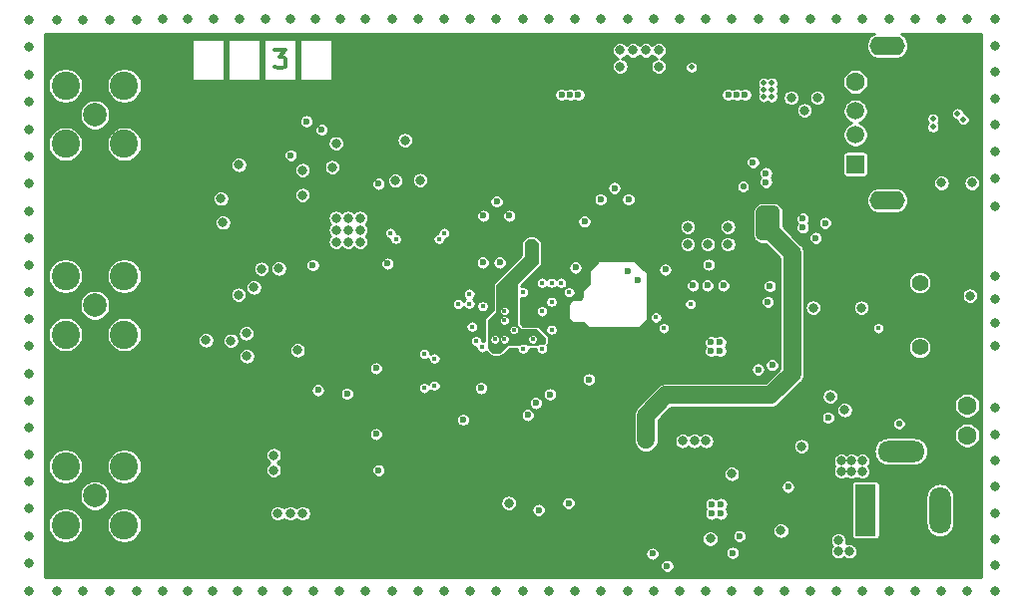
<source format=gbr>
G04 #@! TF.GenerationSoftware,KiCad,Pcbnew,(5.1.6)-1*
G04 #@! TF.CreationDate,2020-09-15T21:19:37+02:00*
G04 #@! TF.ProjectId,PrecisionTimer_RevG,50726563-6973-4696-9f6e-54696d65725f,rev?*
G04 #@! TF.SameCoordinates,Original*
G04 #@! TF.FileFunction,Copper,L3,Inr*
G04 #@! TF.FilePolarity,Positive*
%FSLAX46Y46*%
G04 Gerber Fmt 4.6, Leading zero omitted, Abs format (unit mm)*
G04 Created by KiCad (PCBNEW (5.1.6)-1) date 2020-09-15 21:19:37*
%MOMM*%
%LPD*%
G01*
G04 APERTURE LIST*
G04 #@! TA.AperFunction,NonConductor*
%ADD10C,0.300000*%
G04 #@! TD*
G04 #@! TA.AperFunction,ViaPad*
%ADD11C,1.600000*%
G04 #@! TD*
G04 #@! TA.AperFunction,ViaPad*
%ADD12C,1.500000*%
G04 #@! TD*
G04 #@! TA.AperFunction,ViaPad*
%ADD13R,1.500000X1.600000*%
G04 #@! TD*
G04 #@! TA.AperFunction,ViaPad*
%ADD14O,3.000000X1.600000*%
G04 #@! TD*
G04 #@! TA.AperFunction,ViaPad*
%ADD15C,1.400000*%
G04 #@! TD*
G04 #@! TA.AperFunction,ViaPad*
%ADD16R,1.800000X4.400000*%
G04 #@! TD*
G04 #@! TA.AperFunction,ViaPad*
%ADD17O,1.800000X4.000000*%
G04 #@! TD*
G04 #@! TA.AperFunction,ViaPad*
%ADD18O,4.000000X1.800000*%
G04 #@! TD*
G04 #@! TA.AperFunction,ViaPad*
%ADD19C,2.400000*%
G04 #@! TD*
G04 #@! TA.AperFunction,ViaPad*
%ADD20C,2.000000*%
G04 #@! TD*
G04 #@! TA.AperFunction,ViaPad*
%ADD21C,0.600000*%
G04 #@! TD*
G04 #@! TA.AperFunction,ViaPad*
%ADD22C,0.800000*%
G04 #@! TD*
G04 #@! TA.AperFunction,ViaPad*
%ADD23C,0.450000*%
G04 #@! TD*
G04 #@! TA.AperFunction,ViaPad*
%ADD24C,0.550000*%
G04 #@! TD*
G04 #@! TA.AperFunction,ViaPad*
%ADD25C,0.500000*%
G04 #@! TD*
G04 #@! TA.AperFunction,Conductor*
%ADD26C,1.000000*%
G04 #@! TD*
G04 #@! TA.AperFunction,Conductor*
%ADD27C,1.500000*%
G04 #@! TD*
G04 #@! TA.AperFunction,Conductor*
%ADD28C,0.220000*%
G04 #@! TD*
G04 #@! TA.AperFunction,Conductor*
%ADD29C,0.025400*%
G04 #@! TD*
G04 APERTURE END LIST*
D10*
X111082200Y-55769771D02*
X112010771Y-55769771D01*
X111510771Y-56341200D01*
X111725057Y-56341200D01*
X111867914Y-56412628D01*
X111939342Y-56484057D01*
X112010771Y-56626914D01*
X112010771Y-56984057D01*
X111939342Y-57126914D01*
X111867914Y-57198342D01*
X111725057Y-57269771D01*
X111296485Y-57269771D01*
X111153628Y-57198342D01*
X111082200Y-57126914D01*
D11*
X160324800Y-58430400D03*
D12*
X160324800Y-60930400D03*
X160324800Y-62930400D03*
D13*
X160324800Y-65430400D03*
D14*
X163034800Y-55360400D03*
X163034800Y-68500400D03*
D15*
X165789800Y-80997400D03*
X165789800Y-75497400D03*
D16*
X161188400Y-94818200D03*
D17*
X167488400Y-94818200D03*
D18*
X164185600Y-89814400D03*
D11*
X169799000Y-85928200D03*
X169799000Y-88468200D03*
D19*
X98298000Y-63728600D03*
X93319600Y-63728600D03*
X93319600Y-58750200D03*
X98298000Y-58750200D03*
D20*
X95808800Y-61239400D03*
D19*
X98298000Y-79908400D03*
X93319600Y-79908400D03*
X93319600Y-74930000D03*
X98298000Y-74930000D03*
D20*
X95808800Y-77419200D03*
D19*
X98298000Y-96088200D03*
X93319600Y-96088200D03*
X93319600Y-91109800D03*
X98298000Y-91109800D03*
D20*
X95808800Y-93599000D03*
D21*
X127050800Y-87147400D03*
X155854400Y-70815200D03*
X155854400Y-70053200D03*
X141008100Y-74498200D03*
X141833600Y-75323700D03*
X150279100Y-59537600D03*
X150964900Y-59537600D03*
X149542500Y-59537600D03*
D22*
X94818200Y-53162200D03*
X92557600Y-53162200D03*
X97078800Y-53162200D03*
X110286800Y-53136800D03*
X112420400Y-53136800D03*
X103682800Y-53136800D03*
X108102400Y-53136800D03*
X105892600Y-53136800D03*
X101523800Y-53136800D03*
X116611400Y-53136800D03*
X118778800Y-53136800D03*
X120998800Y-53136800D03*
D21*
X148844000Y-80543400D03*
X148844000Y-81305400D03*
X148082000Y-81305400D03*
X148082000Y-80543400D03*
X152730200Y-66192400D03*
X152730200Y-66954400D03*
D22*
X172148500Y-90618000D03*
X172148500Y-88398000D03*
X172148500Y-97278600D03*
X172148500Y-92838600D03*
X172148500Y-99498600D03*
X172148500Y-95058600D03*
D21*
X148920200Y-94310200D03*
X148920200Y-95123000D03*
X148107400Y-95123000D03*
X148107400Y-94310200D03*
D22*
X147802600Y-72237600D03*
X101523800Y-101676200D03*
X103682800Y-101676200D03*
X105816400Y-101676200D03*
X107924600Y-101676200D03*
X110032800Y-101676200D03*
X172147700Y-101676200D03*
X172147700Y-64360050D03*
X172147700Y-62115400D03*
X172147700Y-59870750D03*
X172147700Y-57626100D03*
X172147700Y-55381450D03*
X172147700Y-53136800D03*
X169838800Y-53136800D03*
X167618800Y-53136800D03*
X165398800Y-53136800D03*
X163178800Y-53136800D03*
X160958800Y-53136800D03*
X158738800Y-53136800D03*
X156518800Y-53136800D03*
X154298800Y-53136800D03*
X152078800Y-53136800D03*
X149858800Y-53136800D03*
X147638800Y-53136800D03*
X145418800Y-53136800D03*
X143198800Y-53136800D03*
X140978800Y-53136800D03*
X138758800Y-53136800D03*
X136538800Y-53136800D03*
X134318800Y-53136800D03*
X132098800Y-53136800D03*
X129878800Y-53136800D03*
X127658800Y-53136800D03*
X125438800Y-53136800D03*
X123218800Y-53136800D03*
X116268500Y-70002400D03*
X117284500Y-70002400D03*
X117284500Y-72034400D03*
X116268500Y-72034400D03*
X116268500Y-71018400D03*
X117284500Y-71018400D03*
X118300500Y-72034400D03*
X118300500Y-71018400D03*
X118300500Y-70002400D03*
X108030700Y-65489400D03*
D21*
X135394700Y-59537600D03*
X136131300Y-59537600D03*
X136817100Y-59537600D03*
D22*
X143637000Y-57137300D03*
X140360400Y-57137300D03*
X143637000Y-55765700D03*
X140360400Y-55765700D03*
X141452600Y-55765700D03*
X142544800Y-55765700D03*
X106680000Y-70383400D03*
X113423700Y-65938400D03*
X123405900Y-66802000D03*
X113449100Y-95097600D03*
X110972600Y-91440000D03*
X113423700Y-68072000D03*
X121297700Y-66827400D03*
X110972600Y-90170000D03*
X111340900Y-95097600D03*
X112382300Y-95097600D03*
X114338800Y-101676200D03*
X116558800Y-101676200D03*
X138758800Y-101676200D03*
X163178800Y-101676200D03*
X158738800Y-101676200D03*
X120998800Y-101676200D03*
X154298800Y-101676200D03*
X118778800Y-101676200D03*
X129878800Y-101676200D03*
X149858800Y-101676200D03*
X132098800Y-101676200D03*
X169838800Y-101676200D03*
X152078800Y-101676200D03*
X143198800Y-101676200D03*
X165398800Y-101676200D03*
X127658800Y-101676200D03*
X156518800Y-101676200D03*
X134318800Y-101676200D03*
X136538800Y-101676200D03*
X145418800Y-101676200D03*
X140978800Y-101676200D03*
X123218800Y-101676200D03*
X147638800Y-101676200D03*
X167618800Y-101676200D03*
X125438800Y-101676200D03*
X160958800Y-101676200D03*
X172148500Y-66675000D03*
X172148500Y-80873600D03*
X172148500Y-86156800D03*
X158191200Y-85166200D03*
X156006800Y-60858400D03*
X154889200Y-59791600D03*
X157099000Y-59791600D03*
X159410400Y-86309200D03*
X130911600Y-94234000D03*
X116281200Y-63677800D03*
X122123200Y-63398400D03*
D21*
X136575800Y-74218800D03*
D22*
X167640000Y-67030600D03*
X145669000Y-88950800D03*
X146659600Y-88950800D03*
X147650200Y-88950800D03*
X115951000Y-65684400D03*
X90233500Y-55499000D03*
X90233500Y-57810400D03*
X90233500Y-60147200D03*
X90233500Y-62507600D03*
X90233500Y-64807600D03*
X90233500Y-67107600D03*
X90233500Y-69407600D03*
X90233500Y-71707600D03*
X90233500Y-74007600D03*
X90233500Y-76307600D03*
X90233500Y-78607600D03*
X90233500Y-80907600D03*
X90233500Y-83207600D03*
X90233500Y-85507600D03*
X90233500Y-87807600D03*
X90233500Y-90107600D03*
X90233500Y-92407600D03*
X90233500Y-94707600D03*
X90233500Y-97007600D03*
X90233500Y-99307600D03*
X112115600Y-101676200D03*
X114503200Y-53136800D03*
X99390200Y-53162200D03*
X99390200Y-101676200D03*
X159816800Y-98323404D03*
X97078800Y-101676200D03*
X94818200Y-101676200D03*
X92557600Y-101676200D03*
X90233500Y-101676200D03*
X90233500Y-53162200D03*
D23*
X130556000Y-80314800D03*
D21*
X138709400Y-68427600D03*
X139877800Y-67462400D03*
X141071600Y-68427600D03*
X137337800Y-70307200D03*
D23*
X136042400Y-76314300D03*
D22*
X172148500Y-78955900D03*
X172148500Y-76936600D03*
X172148500Y-74930000D03*
X155752800Y-89408000D03*
D23*
X133731000Y-77927200D03*
D22*
X113004600Y-81229200D03*
D21*
X144195800Y-74396600D03*
X130149600Y-73787000D03*
X128727200Y-73787000D03*
X133222998Y-85725000D03*
D22*
X149504400Y-70764400D03*
X146100800Y-70764400D03*
X146100800Y-72237600D03*
X149504400Y-72237600D03*
X106502200Y-68351400D03*
D21*
X151638000Y-65278000D03*
X156946600Y-71704200D03*
X144348200Y-99568000D03*
D22*
X158877000Y-98323400D03*
X158877000Y-97383600D03*
X170053000Y-76606400D03*
X172135800Y-69037200D03*
X156743400Y-77622400D03*
D23*
X126619000Y-77317600D03*
D22*
X170205400Y-67030600D03*
X108712000Y-81737200D03*
D21*
X128574800Y-84455000D03*
X149123400Y-75742800D03*
X150342600Y-75488800D03*
X146532600Y-75742800D03*
D23*
X130556000Y-77901800D03*
D22*
X109296200Y-75895200D03*
X108661200Y-79806800D03*
D23*
X130556000Y-78714600D03*
D22*
X107998500Y-76532500D03*
X107340400Y-80441800D03*
D23*
X131343400Y-79527400D03*
D22*
X105232200Y-80391000D03*
D23*
X128143000Y-80467200D03*
D22*
X109943900Y-74320400D03*
D23*
X128701800Y-77520800D03*
D22*
X111417100Y-74295000D03*
D23*
X127584200Y-77292200D03*
D22*
X152425400Y-69494400D03*
X153390600Y-69494400D03*
X153390600Y-71424800D03*
X142570200Y-88849200D03*
X153385400Y-70464800D03*
X152425400Y-70459600D03*
X142570200Y-87223600D03*
X142570200Y-88036400D03*
X152400000Y-71424800D03*
D21*
X154609800Y-92837000D03*
X119862600Y-67106800D03*
X114731800Y-84632800D03*
X120624600Y-73888600D03*
X119862600Y-91440000D03*
X119659400Y-88366600D03*
X119659400Y-82778600D03*
D23*
X134543800Y-79502000D03*
D21*
X117218700Y-84939900D03*
D22*
X148005800Y-97256600D03*
X149834600Y-91744800D03*
X154012900Y-96558100D03*
X159131000Y-90652600D03*
X160909000Y-90652600D03*
X160020000Y-90652600D03*
X160909000Y-91541600D03*
X160020000Y-91541600D03*
X159131000Y-91541600D03*
D23*
X121335800Y-71780400D03*
X124993400Y-71780400D03*
X120878600Y-71272400D03*
X125450600Y-71272400D03*
D24*
X150799800Y-67335400D03*
D21*
X147878800Y-73977500D03*
D25*
X166903400Y-61580400D03*
X168992712Y-61144312D03*
X166903400Y-62280400D03*
X169487688Y-61639288D03*
D23*
X127584200Y-76454000D03*
D21*
X114300000Y-74015600D03*
X112420400Y-64693800D03*
X130962400Y-69824600D03*
X129895600Y-68605400D03*
X113753900Y-61798200D03*
X128752600Y-69824600D03*
X115036600Y-62509400D03*
X149910800Y-98450400D03*
D24*
X164033200Y-87477600D03*
D23*
X162280600Y-79375000D03*
D25*
X146418300Y-57200800D03*
X152552400Y-59715400D03*
X153238200Y-59728100D03*
X153238200Y-58534300D03*
X152552400Y-59131200D03*
X153238200Y-59131200D03*
X152552400Y-58534300D03*
D23*
X129743200Y-81114900D03*
X131343400Y-77914500D03*
D21*
X132842000Y-72948800D03*
X132842000Y-72212200D03*
D23*
X133731000Y-80314800D03*
D22*
X111340900Y-87680800D03*
X112407700Y-87680800D03*
X113449100Y-87680800D03*
X113601500Y-72288400D03*
X116014500Y-74701400D03*
X119062500Y-74701400D03*
X122123200Y-64973200D03*
D25*
X132245100Y-57175400D03*
D22*
X111391700Y-68351400D03*
X111823500Y-78003400D03*
X116039772Y-67005200D03*
X122326400Y-69469000D03*
X138531600Y-94843600D03*
D25*
X138379200Y-58508900D03*
X139052300Y-58508900D03*
X138379200Y-59105800D03*
X139052300Y-59105800D03*
X138379200Y-59702700D03*
X139052300Y-59702700D03*
D23*
X132943600Y-76314300D03*
D21*
X141071600Y-70307200D03*
X139877800Y-71247000D03*
X138709400Y-70307200D03*
D25*
X129870200Y-83007200D03*
D23*
X136982200Y-76301600D03*
D21*
X122351900Y-90144500D03*
D23*
X132156200Y-77927200D03*
X120827800Y-72491600D03*
D22*
X118541800Y-67106800D03*
X166370000Y-87503000D03*
X170053000Y-78409800D03*
D21*
X136550400Y-88011000D03*
D23*
X134543800Y-75514200D03*
X132130800Y-76314300D03*
X133731000Y-81102200D03*
X132943600Y-80314800D03*
X132156200Y-81102200D03*
D21*
X134416800Y-84988400D03*
X157759400Y-70434200D03*
X147777200Y-75742800D03*
X153263600Y-82499200D03*
X152882600Y-77139800D03*
X153060400Y-75793600D03*
X152069800Y-82880200D03*
D22*
X160832800Y-77622400D03*
D23*
X127787400Y-79248000D03*
D21*
X158013400Y-86969600D03*
X151561800Y-79248000D03*
X150495000Y-97028000D03*
X143103600Y-98526600D03*
X132537200Y-86741000D03*
X133451600Y-94818200D03*
D23*
X123748800Y-84455000D03*
X128651000Y-80975200D03*
X123748800Y-81559400D03*
D21*
X135991600Y-94234000D03*
D23*
X129743200Y-80314800D03*
X124612400Y-81940400D03*
X124612400Y-84251800D03*
X134543800Y-77114400D03*
X146329400Y-77317600D03*
X135356600Y-75514200D03*
X143408400Y-78460600D03*
X133731000Y-75514200D03*
X144068800Y-79375000D03*
D21*
X137718800Y-83718400D03*
D26*
X153390600Y-69494400D02*
X153390600Y-71424800D01*
X153380200Y-70434200D02*
X153390600Y-70423800D01*
X153390600Y-70423800D02*
X153390600Y-69494400D01*
X152425400Y-71424800D02*
X153380200Y-71424800D01*
X152450800Y-69469000D02*
X152425400Y-69494400D01*
X153390600Y-69469000D02*
X152450800Y-69469000D01*
X152400000Y-69519800D02*
X152425400Y-69494400D01*
X152400000Y-71424800D02*
X152400000Y-69519800D01*
D27*
X154965400Y-72999600D02*
X153390600Y-71424800D01*
X142570200Y-86766400D02*
X144272000Y-85064600D01*
X142570200Y-88849200D02*
X142570200Y-86766400D01*
X153136600Y-85064600D02*
X154965400Y-83235800D01*
X144272000Y-85064600D02*
X153136600Y-85064600D01*
X154965400Y-83235800D02*
X154965400Y-72999600D01*
D28*
G36*
X161715134Y-54433004D02*
G01*
X161546114Y-54571714D01*
X161407404Y-54740734D01*
X161304332Y-54933566D01*
X161240862Y-55142802D01*
X161219430Y-55360400D01*
X161240862Y-55577998D01*
X161304332Y-55787234D01*
X161407404Y-55980066D01*
X161546114Y-56149086D01*
X161715134Y-56287796D01*
X161907966Y-56390868D01*
X162117202Y-56454338D01*
X162280279Y-56470400D01*
X163789321Y-56470400D01*
X163952398Y-56454338D01*
X164161634Y-56390868D01*
X164354466Y-56287796D01*
X164523486Y-56149086D01*
X164662196Y-55980066D01*
X164765268Y-55787234D01*
X164828738Y-55577998D01*
X164850170Y-55360400D01*
X164828738Y-55142802D01*
X164765268Y-54933566D01*
X164662196Y-54740734D01*
X164523486Y-54571714D01*
X164354466Y-54433004D01*
X164178599Y-54339000D01*
X170959000Y-54339000D01*
X170959000Y-100499382D01*
X91537300Y-100486718D01*
X91537300Y-99507920D01*
X143738200Y-99507920D01*
X143738200Y-99628080D01*
X143761642Y-99745931D01*
X143807625Y-99856944D01*
X143874382Y-99956853D01*
X143959347Y-100041818D01*
X144059256Y-100108575D01*
X144170269Y-100154558D01*
X144288120Y-100178000D01*
X144408280Y-100178000D01*
X144526131Y-100154558D01*
X144637144Y-100108575D01*
X144737053Y-100041818D01*
X144822018Y-99956853D01*
X144888775Y-99856944D01*
X144934758Y-99745931D01*
X144958200Y-99628080D01*
X144958200Y-99507920D01*
X144934758Y-99390069D01*
X144888775Y-99279056D01*
X144822018Y-99179147D01*
X144737053Y-99094182D01*
X144637144Y-99027425D01*
X144526131Y-98981442D01*
X144408280Y-98958000D01*
X144288120Y-98958000D01*
X144170269Y-98981442D01*
X144059256Y-99027425D01*
X143959347Y-99094182D01*
X143874382Y-99179147D01*
X143807625Y-99279056D01*
X143761642Y-99390069D01*
X143738200Y-99507920D01*
X91537300Y-99507920D01*
X91537300Y-98466520D01*
X142493600Y-98466520D01*
X142493600Y-98586680D01*
X142517042Y-98704531D01*
X142563025Y-98815544D01*
X142629782Y-98915453D01*
X142714747Y-99000418D01*
X142814656Y-99067175D01*
X142925669Y-99113158D01*
X143043520Y-99136600D01*
X143163680Y-99136600D01*
X143281531Y-99113158D01*
X143392544Y-99067175D01*
X143492453Y-99000418D01*
X143577418Y-98915453D01*
X143644175Y-98815544D01*
X143690158Y-98704531D01*
X143713600Y-98586680D01*
X143713600Y-98466520D01*
X143698443Y-98390320D01*
X149300800Y-98390320D01*
X149300800Y-98510480D01*
X149324242Y-98628331D01*
X149370225Y-98739344D01*
X149436982Y-98839253D01*
X149521947Y-98924218D01*
X149621856Y-98990975D01*
X149732869Y-99036958D01*
X149850720Y-99060400D01*
X149970880Y-99060400D01*
X150088731Y-99036958D01*
X150199744Y-98990975D01*
X150299653Y-98924218D01*
X150384618Y-98839253D01*
X150451375Y-98739344D01*
X150497358Y-98628331D01*
X150520800Y-98510480D01*
X150520800Y-98390320D01*
X150497358Y-98272469D01*
X150451375Y-98161456D01*
X150384618Y-98061547D01*
X150299653Y-97976582D01*
X150199744Y-97909825D01*
X150088731Y-97863842D01*
X149970880Y-97840400D01*
X149850720Y-97840400D01*
X149732869Y-97863842D01*
X149621856Y-97909825D01*
X149521947Y-97976582D01*
X149436982Y-98061547D01*
X149370225Y-98161456D01*
X149324242Y-98272469D01*
X149300800Y-98390320D01*
X143698443Y-98390320D01*
X143690158Y-98348669D01*
X143644175Y-98237656D01*
X143577418Y-98137747D01*
X143492453Y-98052782D01*
X143392544Y-97986025D01*
X143281531Y-97940042D01*
X143163680Y-97916600D01*
X143043520Y-97916600D01*
X142925669Y-97940042D01*
X142814656Y-97986025D01*
X142714747Y-98052782D01*
X142629782Y-98137747D01*
X142563025Y-98237656D01*
X142517042Y-98348669D01*
X142493600Y-98466520D01*
X91537300Y-98466520D01*
X91537300Y-95939478D01*
X91809600Y-95939478D01*
X91809600Y-96236922D01*
X91867629Y-96528651D01*
X91981456Y-96803453D01*
X92146707Y-97050769D01*
X92357031Y-97261093D01*
X92604347Y-97426344D01*
X92879149Y-97540171D01*
X93170878Y-97598200D01*
X93468322Y-97598200D01*
X93760051Y-97540171D01*
X94034853Y-97426344D01*
X94282169Y-97261093D01*
X94492493Y-97050769D01*
X94657744Y-96803453D01*
X94771571Y-96528651D01*
X94829600Y-96236922D01*
X94829600Y-95939478D01*
X96788000Y-95939478D01*
X96788000Y-96236922D01*
X96846029Y-96528651D01*
X96959856Y-96803453D01*
X97125107Y-97050769D01*
X97335431Y-97261093D01*
X97582747Y-97426344D01*
X97857549Y-97540171D01*
X98149278Y-97598200D01*
X98446722Y-97598200D01*
X98738451Y-97540171D01*
X99013253Y-97426344D01*
X99260569Y-97261093D01*
X99334991Y-97186671D01*
X147295800Y-97186671D01*
X147295800Y-97326529D01*
X147323085Y-97463699D01*
X147376607Y-97592911D01*
X147454307Y-97709198D01*
X147553202Y-97808093D01*
X147669489Y-97885793D01*
X147798701Y-97939315D01*
X147935871Y-97966600D01*
X148075729Y-97966600D01*
X148212899Y-97939315D01*
X148342111Y-97885793D01*
X148458398Y-97808093D01*
X148557293Y-97709198D01*
X148634993Y-97592911D01*
X148688515Y-97463699D01*
X148715800Y-97326529D01*
X148715800Y-97186671D01*
X148688515Y-97049501D01*
X148654723Y-96967920D01*
X149885000Y-96967920D01*
X149885000Y-97088080D01*
X149908442Y-97205931D01*
X149954425Y-97316944D01*
X150021182Y-97416853D01*
X150106147Y-97501818D01*
X150206056Y-97568575D01*
X150317069Y-97614558D01*
X150434920Y-97638000D01*
X150555080Y-97638000D01*
X150672931Y-97614558D01*
X150783944Y-97568575D01*
X150883853Y-97501818D01*
X150968818Y-97416853D01*
X151035575Y-97316944D01*
X151036930Y-97313671D01*
X158167000Y-97313671D01*
X158167000Y-97453529D01*
X158194285Y-97590699D01*
X158247807Y-97719911D01*
X158325507Y-97836198D01*
X158342809Y-97853500D01*
X158325507Y-97870802D01*
X158247807Y-97987089D01*
X158194285Y-98116301D01*
X158167000Y-98253471D01*
X158167000Y-98393329D01*
X158194285Y-98530499D01*
X158247807Y-98659711D01*
X158325507Y-98775998D01*
X158424402Y-98874893D01*
X158540689Y-98952593D01*
X158669901Y-99006115D01*
X158807071Y-99033400D01*
X158946929Y-99033400D01*
X159084099Y-99006115D01*
X159213311Y-98952593D01*
X159329598Y-98874893D01*
X159346898Y-98857593D01*
X159364202Y-98874897D01*
X159480489Y-98952597D01*
X159609701Y-99006119D01*
X159746871Y-99033404D01*
X159886729Y-99033404D01*
X160023899Y-99006119D01*
X160153111Y-98952597D01*
X160269398Y-98874897D01*
X160368293Y-98776002D01*
X160445993Y-98659715D01*
X160499515Y-98530503D01*
X160526800Y-98393333D01*
X160526800Y-98253475D01*
X160499515Y-98116305D01*
X160445993Y-97987093D01*
X160368293Y-97870806D01*
X160269398Y-97771911D01*
X160153111Y-97694211D01*
X160023899Y-97640689D01*
X159886729Y-97613404D01*
X159746871Y-97613404D01*
X159609701Y-97640689D01*
X159524367Y-97676036D01*
X159559715Y-97590699D01*
X159587000Y-97453529D01*
X159587000Y-97313671D01*
X159559715Y-97176501D01*
X159506193Y-97047289D01*
X159428493Y-96931002D01*
X159329598Y-96832107D01*
X159213311Y-96754407D01*
X159084099Y-96700885D01*
X158946929Y-96673600D01*
X158807071Y-96673600D01*
X158669901Y-96700885D01*
X158540689Y-96754407D01*
X158424402Y-96832107D01*
X158325507Y-96931002D01*
X158247807Y-97047289D01*
X158194285Y-97176501D01*
X158167000Y-97313671D01*
X151036930Y-97313671D01*
X151081558Y-97205931D01*
X151105000Y-97088080D01*
X151105000Y-96967920D01*
X151081558Y-96850069D01*
X151035575Y-96739056D01*
X150968818Y-96639147D01*
X150883853Y-96554182D01*
X150785061Y-96488171D01*
X153302900Y-96488171D01*
X153302900Y-96628029D01*
X153330185Y-96765199D01*
X153383707Y-96894411D01*
X153461407Y-97010698D01*
X153560302Y-97109593D01*
X153676589Y-97187293D01*
X153805801Y-97240815D01*
X153942971Y-97268100D01*
X154082829Y-97268100D01*
X154219999Y-97240815D01*
X154349211Y-97187293D01*
X154465498Y-97109593D01*
X154564393Y-97010698D01*
X154642093Y-96894411D01*
X154695615Y-96765199D01*
X154722900Y-96628029D01*
X154722900Y-96488171D01*
X154695615Y-96351001D01*
X154642093Y-96221789D01*
X154564393Y-96105502D01*
X154465498Y-96006607D01*
X154349211Y-95928907D01*
X154219999Y-95875385D01*
X154082829Y-95848100D01*
X153942971Y-95848100D01*
X153805801Y-95875385D01*
X153676589Y-95928907D01*
X153560302Y-96006607D01*
X153461407Y-96105502D01*
X153383707Y-96221789D01*
X153330185Y-96351001D01*
X153302900Y-96488171D01*
X150785061Y-96488171D01*
X150783944Y-96487425D01*
X150672931Y-96441442D01*
X150555080Y-96418000D01*
X150434920Y-96418000D01*
X150317069Y-96441442D01*
X150206056Y-96487425D01*
X150106147Y-96554182D01*
X150021182Y-96639147D01*
X149954425Y-96739056D01*
X149908442Y-96850069D01*
X149885000Y-96967920D01*
X148654723Y-96967920D01*
X148634993Y-96920289D01*
X148557293Y-96804002D01*
X148458398Y-96705107D01*
X148342111Y-96627407D01*
X148212899Y-96573885D01*
X148075729Y-96546600D01*
X147935871Y-96546600D01*
X147798701Y-96573885D01*
X147669489Y-96627407D01*
X147553202Y-96705107D01*
X147454307Y-96804002D01*
X147376607Y-96920289D01*
X147323085Y-97049501D01*
X147295800Y-97186671D01*
X99334991Y-97186671D01*
X99470893Y-97050769D01*
X99636144Y-96803453D01*
X99749971Y-96528651D01*
X99808000Y-96236922D01*
X99808000Y-95939478D01*
X99749971Y-95647749D01*
X99636144Y-95372947D01*
X99470893Y-95125631D01*
X99372933Y-95027671D01*
X110630900Y-95027671D01*
X110630900Y-95167529D01*
X110658185Y-95304699D01*
X110711707Y-95433911D01*
X110789407Y-95550198D01*
X110888302Y-95649093D01*
X111004589Y-95726793D01*
X111133801Y-95780315D01*
X111270971Y-95807600D01*
X111410829Y-95807600D01*
X111547999Y-95780315D01*
X111677211Y-95726793D01*
X111793498Y-95649093D01*
X111861600Y-95580991D01*
X111929702Y-95649093D01*
X112045989Y-95726793D01*
X112175201Y-95780315D01*
X112312371Y-95807600D01*
X112452229Y-95807600D01*
X112589399Y-95780315D01*
X112718611Y-95726793D01*
X112834898Y-95649093D01*
X112915700Y-95568291D01*
X112996502Y-95649093D01*
X113112789Y-95726793D01*
X113242001Y-95780315D01*
X113379171Y-95807600D01*
X113519029Y-95807600D01*
X113656199Y-95780315D01*
X113785411Y-95726793D01*
X113901698Y-95649093D01*
X114000593Y-95550198D01*
X114078293Y-95433911D01*
X114131815Y-95304699D01*
X114159100Y-95167529D01*
X114159100Y-95027671D01*
X114131815Y-94890501D01*
X114078293Y-94761289D01*
X114000593Y-94645002D01*
X113901698Y-94546107D01*
X113785411Y-94468407D01*
X113656199Y-94414885D01*
X113519029Y-94387600D01*
X113379171Y-94387600D01*
X113242001Y-94414885D01*
X113112789Y-94468407D01*
X112996502Y-94546107D01*
X112915700Y-94626909D01*
X112834898Y-94546107D01*
X112718611Y-94468407D01*
X112589399Y-94414885D01*
X112452229Y-94387600D01*
X112312371Y-94387600D01*
X112175201Y-94414885D01*
X112045989Y-94468407D01*
X111929702Y-94546107D01*
X111861600Y-94614209D01*
X111793498Y-94546107D01*
X111677211Y-94468407D01*
X111547999Y-94414885D01*
X111410829Y-94387600D01*
X111270971Y-94387600D01*
X111133801Y-94414885D01*
X111004589Y-94468407D01*
X110888302Y-94546107D01*
X110789407Y-94645002D01*
X110711707Y-94761289D01*
X110658185Y-94890501D01*
X110630900Y-95027671D01*
X99372933Y-95027671D01*
X99260569Y-94915307D01*
X99013253Y-94750056D01*
X98738451Y-94636229D01*
X98446722Y-94578200D01*
X98149278Y-94578200D01*
X97857549Y-94636229D01*
X97582747Y-94750056D01*
X97335431Y-94915307D01*
X97125107Y-95125631D01*
X96959856Y-95372947D01*
X96846029Y-95647749D01*
X96788000Y-95939478D01*
X94829600Y-95939478D01*
X94771571Y-95647749D01*
X94657744Y-95372947D01*
X94492493Y-95125631D01*
X94282169Y-94915307D01*
X94034853Y-94750056D01*
X93760051Y-94636229D01*
X93468322Y-94578200D01*
X93170878Y-94578200D01*
X92879149Y-94636229D01*
X92604347Y-94750056D01*
X92357031Y-94915307D01*
X92146707Y-95125631D01*
X91981456Y-95372947D01*
X91867629Y-95647749D01*
X91809600Y-95939478D01*
X91537300Y-95939478D01*
X91537300Y-93469976D01*
X94498800Y-93469976D01*
X94498800Y-93728024D01*
X94549142Y-93981113D01*
X94647893Y-94219518D01*
X94791256Y-94434077D01*
X94973723Y-94616544D01*
X95188282Y-94759907D01*
X95426687Y-94858658D01*
X95679776Y-94909000D01*
X95937824Y-94909000D01*
X96190913Y-94858658D01*
X96429318Y-94759907D01*
X96643877Y-94616544D01*
X96826344Y-94434077D01*
X96969707Y-94219518D01*
X96992673Y-94164071D01*
X130201600Y-94164071D01*
X130201600Y-94303929D01*
X130228885Y-94441099D01*
X130282407Y-94570311D01*
X130360107Y-94686598D01*
X130459002Y-94785493D01*
X130575289Y-94863193D01*
X130704501Y-94916715D01*
X130841671Y-94944000D01*
X130981529Y-94944000D01*
X131118699Y-94916715D01*
X131247911Y-94863193D01*
X131364198Y-94785493D01*
X131391571Y-94758120D01*
X132841600Y-94758120D01*
X132841600Y-94878280D01*
X132865042Y-94996131D01*
X132911025Y-95107144D01*
X132977782Y-95207053D01*
X133062747Y-95292018D01*
X133162656Y-95358775D01*
X133273669Y-95404758D01*
X133391520Y-95428200D01*
X133511680Y-95428200D01*
X133629531Y-95404758D01*
X133740544Y-95358775D01*
X133840453Y-95292018D01*
X133925418Y-95207053D01*
X133992175Y-95107144D01*
X134038158Y-94996131D01*
X134061600Y-94878280D01*
X134061600Y-94758120D01*
X134038158Y-94640269D01*
X133992175Y-94529256D01*
X133925418Y-94429347D01*
X133840453Y-94344382D01*
X133740544Y-94277625D01*
X133629531Y-94231642D01*
X133511680Y-94208200D01*
X133391520Y-94208200D01*
X133273669Y-94231642D01*
X133162656Y-94277625D01*
X133062747Y-94344382D01*
X132977782Y-94429347D01*
X132911025Y-94529256D01*
X132865042Y-94640269D01*
X132841600Y-94758120D01*
X131391571Y-94758120D01*
X131463093Y-94686598D01*
X131540793Y-94570311D01*
X131594315Y-94441099D01*
X131621600Y-94303929D01*
X131621600Y-94173920D01*
X135381600Y-94173920D01*
X135381600Y-94294080D01*
X135405042Y-94411931D01*
X135451025Y-94522944D01*
X135517782Y-94622853D01*
X135602747Y-94707818D01*
X135702656Y-94774575D01*
X135813669Y-94820558D01*
X135931520Y-94844000D01*
X136051680Y-94844000D01*
X136169531Y-94820558D01*
X136280544Y-94774575D01*
X136380453Y-94707818D01*
X136465418Y-94622853D01*
X136532175Y-94522944D01*
X136578158Y-94411931D01*
X136601600Y-94294080D01*
X136601600Y-94250120D01*
X147497400Y-94250120D01*
X147497400Y-94370280D01*
X147520842Y-94488131D01*
X147566825Y-94599144D01*
X147633582Y-94699053D01*
X147651129Y-94716600D01*
X147633582Y-94734147D01*
X147566825Y-94834056D01*
X147520842Y-94945069D01*
X147497400Y-95062920D01*
X147497400Y-95183080D01*
X147520842Y-95300931D01*
X147566825Y-95411944D01*
X147633582Y-95511853D01*
X147718547Y-95596818D01*
X147818456Y-95663575D01*
X147929469Y-95709558D01*
X148047320Y-95733000D01*
X148167480Y-95733000D01*
X148285331Y-95709558D01*
X148396344Y-95663575D01*
X148496253Y-95596818D01*
X148513800Y-95579271D01*
X148531347Y-95596818D01*
X148631256Y-95663575D01*
X148742269Y-95709558D01*
X148860120Y-95733000D01*
X148980280Y-95733000D01*
X149098131Y-95709558D01*
X149209144Y-95663575D01*
X149309053Y-95596818D01*
X149394018Y-95511853D01*
X149460775Y-95411944D01*
X149506758Y-95300931D01*
X149530200Y-95183080D01*
X149530200Y-95062920D01*
X149506758Y-94945069D01*
X149460775Y-94834056D01*
X149394018Y-94734147D01*
X149376471Y-94716600D01*
X149394018Y-94699053D01*
X149460775Y-94599144D01*
X149506758Y-94488131D01*
X149530200Y-94370280D01*
X149530200Y-94250120D01*
X149506758Y-94132269D01*
X149460775Y-94021256D01*
X149394018Y-93921347D01*
X149309053Y-93836382D01*
X149209144Y-93769625D01*
X149098131Y-93723642D01*
X148980280Y-93700200D01*
X148860120Y-93700200D01*
X148742269Y-93723642D01*
X148631256Y-93769625D01*
X148531347Y-93836382D01*
X148513800Y-93853929D01*
X148496253Y-93836382D01*
X148396344Y-93769625D01*
X148285331Y-93723642D01*
X148167480Y-93700200D01*
X148047320Y-93700200D01*
X147929469Y-93723642D01*
X147818456Y-93769625D01*
X147718547Y-93836382D01*
X147633582Y-93921347D01*
X147566825Y-94021256D01*
X147520842Y-94132269D01*
X147497400Y-94250120D01*
X136601600Y-94250120D01*
X136601600Y-94173920D01*
X136578158Y-94056069D01*
X136532175Y-93945056D01*
X136465418Y-93845147D01*
X136380453Y-93760182D01*
X136280544Y-93693425D01*
X136169531Y-93647442D01*
X136051680Y-93624000D01*
X135931520Y-93624000D01*
X135813669Y-93647442D01*
X135702656Y-93693425D01*
X135602747Y-93760182D01*
X135517782Y-93845147D01*
X135451025Y-93945056D01*
X135405042Y-94056069D01*
X135381600Y-94173920D01*
X131621600Y-94173920D01*
X131621600Y-94164071D01*
X131594315Y-94026901D01*
X131540793Y-93897689D01*
X131463093Y-93781402D01*
X131364198Y-93682507D01*
X131247911Y-93604807D01*
X131118699Y-93551285D01*
X130981529Y-93524000D01*
X130841671Y-93524000D01*
X130704501Y-93551285D01*
X130575289Y-93604807D01*
X130459002Y-93682507D01*
X130360107Y-93781402D01*
X130282407Y-93897689D01*
X130228885Y-94026901D01*
X130201600Y-94164071D01*
X96992673Y-94164071D01*
X97068458Y-93981113D01*
X97118800Y-93728024D01*
X97118800Y-93469976D01*
X97068458Y-93216887D01*
X96969707Y-92978482D01*
X96835029Y-92776920D01*
X153999800Y-92776920D01*
X153999800Y-92897080D01*
X154023242Y-93014931D01*
X154069225Y-93125944D01*
X154135982Y-93225853D01*
X154220947Y-93310818D01*
X154320856Y-93377575D01*
X154431869Y-93423558D01*
X154549720Y-93447000D01*
X154669880Y-93447000D01*
X154787731Y-93423558D01*
X154898744Y-93377575D01*
X154998653Y-93310818D01*
X155083618Y-93225853D01*
X155150375Y-93125944D01*
X155196358Y-93014931D01*
X155219800Y-92897080D01*
X155219800Y-92776920D01*
X155196358Y-92659069D01*
X155179430Y-92618200D01*
X159976901Y-92618200D01*
X159976901Y-97018200D01*
X159982886Y-97078970D01*
X160000612Y-97137406D01*
X160029398Y-97191260D01*
X160068137Y-97238463D01*
X160115340Y-97277202D01*
X160169194Y-97305988D01*
X160227630Y-97323714D01*
X160288400Y-97329699D01*
X162088400Y-97329699D01*
X162149170Y-97323714D01*
X162207606Y-97305988D01*
X162261460Y-97277202D01*
X162308663Y-97238463D01*
X162347402Y-97191260D01*
X162376188Y-97137406D01*
X162393914Y-97078970D01*
X162399899Y-97018200D01*
X162399899Y-93658764D01*
X166278400Y-93658764D01*
X166278401Y-95977637D01*
X166295909Y-96155401D01*
X166365098Y-96383487D01*
X166477455Y-96593692D01*
X166628662Y-96777939D01*
X166812909Y-96929146D01*
X167023114Y-97041503D01*
X167251200Y-97110692D01*
X167488400Y-97134054D01*
X167725601Y-97110692D01*
X167953687Y-97041503D01*
X168163892Y-96929146D01*
X168348139Y-96777939D01*
X168499346Y-96593692D01*
X168611703Y-96383487D01*
X168680892Y-96155401D01*
X168698400Y-95977637D01*
X168698400Y-93658763D01*
X168680892Y-93480999D01*
X168611703Y-93252913D01*
X168499346Y-93042708D01*
X168348139Y-92858461D01*
X168163891Y-92707254D01*
X167953686Y-92594897D01*
X167725600Y-92525708D01*
X167488400Y-92502346D01*
X167251199Y-92525708D01*
X167023113Y-92594897D01*
X166812908Y-92707254D01*
X166628661Y-92858461D01*
X166477454Y-93042709D01*
X166365097Y-93252914D01*
X166295908Y-93481000D01*
X166278400Y-93658764D01*
X162399899Y-93658764D01*
X162399899Y-92618200D01*
X162393914Y-92557430D01*
X162376188Y-92498994D01*
X162347402Y-92445140D01*
X162308663Y-92397937D01*
X162261460Y-92359198D01*
X162207606Y-92330412D01*
X162149170Y-92312686D01*
X162088400Y-92306701D01*
X160288400Y-92306701D01*
X160227630Y-92312686D01*
X160169194Y-92330412D01*
X160115340Y-92359198D01*
X160068137Y-92397937D01*
X160029398Y-92445140D01*
X160000612Y-92498994D01*
X159982886Y-92557430D01*
X159976901Y-92618200D01*
X155179430Y-92618200D01*
X155150375Y-92548056D01*
X155083618Y-92448147D01*
X154998653Y-92363182D01*
X154898744Y-92296425D01*
X154787731Y-92250442D01*
X154669880Y-92227000D01*
X154549720Y-92227000D01*
X154431869Y-92250442D01*
X154320856Y-92296425D01*
X154220947Y-92363182D01*
X154135982Y-92448147D01*
X154069225Y-92548056D01*
X154023242Y-92659069D01*
X153999800Y-92776920D01*
X96835029Y-92776920D01*
X96826344Y-92763923D01*
X96643877Y-92581456D01*
X96429318Y-92438093D01*
X96190913Y-92339342D01*
X95937824Y-92289000D01*
X95679776Y-92289000D01*
X95426687Y-92339342D01*
X95188282Y-92438093D01*
X94973723Y-92581456D01*
X94791256Y-92763923D01*
X94647893Y-92978482D01*
X94549142Y-93216887D01*
X94498800Y-93469976D01*
X91537300Y-93469976D01*
X91537300Y-90961078D01*
X91809600Y-90961078D01*
X91809600Y-91258522D01*
X91867629Y-91550251D01*
X91981456Y-91825053D01*
X92146707Y-92072369D01*
X92357031Y-92282693D01*
X92604347Y-92447944D01*
X92879149Y-92561771D01*
X93170878Y-92619800D01*
X93468322Y-92619800D01*
X93760051Y-92561771D01*
X94034853Y-92447944D01*
X94282169Y-92282693D01*
X94492493Y-92072369D01*
X94657744Y-91825053D01*
X94771571Y-91550251D01*
X94829600Y-91258522D01*
X94829600Y-90961078D01*
X96788000Y-90961078D01*
X96788000Y-91258522D01*
X96846029Y-91550251D01*
X96959856Y-91825053D01*
X97125107Y-92072369D01*
X97335431Y-92282693D01*
X97582747Y-92447944D01*
X97857549Y-92561771D01*
X98149278Y-92619800D01*
X98446722Y-92619800D01*
X98738451Y-92561771D01*
X99013253Y-92447944D01*
X99260569Y-92282693D01*
X99470893Y-92072369D01*
X99636144Y-91825053D01*
X99749971Y-91550251D01*
X99808000Y-91258522D01*
X99808000Y-90961078D01*
X99749971Y-90669349D01*
X99636144Y-90394547D01*
X99470893Y-90147231D01*
X99423733Y-90100071D01*
X110262600Y-90100071D01*
X110262600Y-90239929D01*
X110289885Y-90377099D01*
X110343407Y-90506311D01*
X110421107Y-90622598D01*
X110520002Y-90721493D01*
X110636289Y-90799193D01*
X110650308Y-90805000D01*
X110636289Y-90810807D01*
X110520002Y-90888507D01*
X110421107Y-90987402D01*
X110343407Y-91103689D01*
X110289885Y-91232901D01*
X110262600Y-91370071D01*
X110262600Y-91509929D01*
X110289885Y-91647099D01*
X110343407Y-91776311D01*
X110421107Y-91892598D01*
X110520002Y-91991493D01*
X110636289Y-92069193D01*
X110765501Y-92122715D01*
X110902671Y-92150000D01*
X111042529Y-92150000D01*
X111179699Y-92122715D01*
X111308911Y-92069193D01*
X111425198Y-91991493D01*
X111524093Y-91892598D01*
X111601793Y-91776311D01*
X111655315Y-91647099D01*
X111682600Y-91509929D01*
X111682600Y-91379920D01*
X119252600Y-91379920D01*
X119252600Y-91500080D01*
X119276042Y-91617931D01*
X119322025Y-91728944D01*
X119388782Y-91828853D01*
X119473747Y-91913818D01*
X119573656Y-91980575D01*
X119684669Y-92026558D01*
X119802520Y-92050000D01*
X119922680Y-92050000D01*
X120040531Y-92026558D01*
X120151544Y-91980575D01*
X120251453Y-91913818D01*
X120336418Y-91828853D01*
X120403175Y-91728944D01*
X120425572Y-91674871D01*
X149124600Y-91674871D01*
X149124600Y-91814729D01*
X149151885Y-91951899D01*
X149205407Y-92081111D01*
X149283107Y-92197398D01*
X149382002Y-92296293D01*
X149498289Y-92373993D01*
X149627501Y-92427515D01*
X149764671Y-92454800D01*
X149904529Y-92454800D01*
X150041699Y-92427515D01*
X150170911Y-92373993D01*
X150287198Y-92296293D01*
X150386093Y-92197398D01*
X150463793Y-92081111D01*
X150517315Y-91951899D01*
X150544600Y-91814729D01*
X150544600Y-91674871D01*
X150517315Y-91537701D01*
X150463793Y-91408489D01*
X150386093Y-91292202D01*
X150287198Y-91193307D01*
X150170911Y-91115607D01*
X150041699Y-91062085D01*
X149904529Y-91034800D01*
X149764671Y-91034800D01*
X149627501Y-91062085D01*
X149498289Y-91115607D01*
X149382002Y-91193307D01*
X149283107Y-91292202D01*
X149205407Y-91408489D01*
X149151885Y-91537701D01*
X149124600Y-91674871D01*
X120425572Y-91674871D01*
X120449158Y-91617931D01*
X120472600Y-91500080D01*
X120472600Y-91379920D01*
X120449158Y-91262069D01*
X120403175Y-91151056D01*
X120336418Y-91051147D01*
X120251453Y-90966182D01*
X120151544Y-90899425D01*
X120040531Y-90853442D01*
X119922680Y-90830000D01*
X119802520Y-90830000D01*
X119684669Y-90853442D01*
X119573656Y-90899425D01*
X119473747Y-90966182D01*
X119388782Y-91051147D01*
X119322025Y-91151056D01*
X119276042Y-91262069D01*
X119252600Y-91379920D01*
X111682600Y-91379920D01*
X111682600Y-91370071D01*
X111655315Y-91232901D01*
X111601793Y-91103689D01*
X111524093Y-90987402D01*
X111425198Y-90888507D01*
X111308911Y-90810807D01*
X111294892Y-90805000D01*
X111308911Y-90799193D01*
X111425198Y-90721493D01*
X111524093Y-90622598D01*
X111550771Y-90582671D01*
X158421000Y-90582671D01*
X158421000Y-90722529D01*
X158448285Y-90859699D01*
X158501807Y-90988911D01*
X158574096Y-91097100D01*
X158501807Y-91205289D01*
X158448285Y-91334501D01*
X158421000Y-91471671D01*
X158421000Y-91611529D01*
X158448285Y-91748699D01*
X158501807Y-91877911D01*
X158579507Y-91994198D01*
X158678402Y-92093093D01*
X158794689Y-92170793D01*
X158923901Y-92224315D01*
X159061071Y-92251600D01*
X159200929Y-92251600D01*
X159338099Y-92224315D01*
X159467311Y-92170793D01*
X159575500Y-92098504D01*
X159683689Y-92170793D01*
X159812901Y-92224315D01*
X159950071Y-92251600D01*
X160089929Y-92251600D01*
X160227099Y-92224315D01*
X160356311Y-92170793D01*
X160464500Y-92098504D01*
X160572689Y-92170793D01*
X160701901Y-92224315D01*
X160839071Y-92251600D01*
X160978929Y-92251600D01*
X161116099Y-92224315D01*
X161245311Y-92170793D01*
X161361598Y-92093093D01*
X161460493Y-91994198D01*
X161538193Y-91877911D01*
X161591715Y-91748699D01*
X161619000Y-91611529D01*
X161619000Y-91471671D01*
X161591715Y-91334501D01*
X161538193Y-91205289D01*
X161465904Y-91097100D01*
X161538193Y-90988911D01*
X161591715Y-90859699D01*
X161619000Y-90722529D01*
X161619000Y-90582671D01*
X161591715Y-90445501D01*
X161538193Y-90316289D01*
X161460493Y-90200002D01*
X161361598Y-90101107D01*
X161245311Y-90023407D01*
X161116099Y-89969885D01*
X160978929Y-89942600D01*
X160839071Y-89942600D01*
X160701901Y-89969885D01*
X160572689Y-90023407D01*
X160464500Y-90095696D01*
X160356311Y-90023407D01*
X160227099Y-89969885D01*
X160089929Y-89942600D01*
X159950071Y-89942600D01*
X159812901Y-89969885D01*
X159683689Y-90023407D01*
X159575500Y-90095696D01*
X159467311Y-90023407D01*
X159338099Y-89969885D01*
X159200929Y-89942600D01*
X159061071Y-89942600D01*
X158923901Y-89969885D01*
X158794689Y-90023407D01*
X158678402Y-90101107D01*
X158579507Y-90200002D01*
X158501807Y-90316289D01*
X158448285Y-90445501D01*
X158421000Y-90582671D01*
X111550771Y-90582671D01*
X111601793Y-90506311D01*
X111655315Y-90377099D01*
X111682600Y-90239929D01*
X111682600Y-90100071D01*
X111655315Y-89962901D01*
X111601793Y-89833689D01*
X111524093Y-89717402D01*
X111425198Y-89618507D01*
X111308911Y-89540807D01*
X111179699Y-89487285D01*
X111042529Y-89460000D01*
X110902671Y-89460000D01*
X110765501Y-89487285D01*
X110636289Y-89540807D01*
X110520002Y-89618507D01*
X110421107Y-89717402D01*
X110343407Y-89833689D01*
X110289885Y-89962901D01*
X110262600Y-90100071D01*
X99423733Y-90100071D01*
X99260569Y-89936907D01*
X99013253Y-89771656D01*
X98738451Y-89657829D01*
X98446722Y-89599800D01*
X98149278Y-89599800D01*
X97857549Y-89657829D01*
X97582747Y-89771656D01*
X97335431Y-89936907D01*
X97125107Y-90147231D01*
X96959856Y-90394547D01*
X96846029Y-90669349D01*
X96788000Y-90961078D01*
X94829600Y-90961078D01*
X94771571Y-90669349D01*
X94657744Y-90394547D01*
X94492493Y-90147231D01*
X94282169Y-89936907D01*
X94034853Y-89771656D01*
X93760051Y-89657829D01*
X93468322Y-89599800D01*
X93170878Y-89599800D01*
X92879149Y-89657829D01*
X92604347Y-89771656D01*
X92357031Y-89936907D01*
X92146707Y-90147231D01*
X91981456Y-90394547D01*
X91867629Y-90669349D01*
X91809600Y-90961078D01*
X91537300Y-90961078D01*
X91537300Y-88306520D01*
X119049400Y-88306520D01*
X119049400Y-88426680D01*
X119072842Y-88544531D01*
X119118825Y-88655544D01*
X119185582Y-88755453D01*
X119270547Y-88840418D01*
X119370456Y-88907175D01*
X119481469Y-88953158D01*
X119599320Y-88976600D01*
X119719480Y-88976600D01*
X119837331Y-88953158D01*
X119948344Y-88907175D01*
X120048253Y-88840418D01*
X120133218Y-88755453D01*
X120199975Y-88655544D01*
X120245958Y-88544531D01*
X120269400Y-88426680D01*
X120269400Y-88306520D01*
X120245958Y-88188669D01*
X120199975Y-88077656D01*
X120133218Y-87977747D01*
X120048253Y-87892782D01*
X119948344Y-87826025D01*
X119837331Y-87780042D01*
X119719480Y-87756600D01*
X119599320Y-87756600D01*
X119481469Y-87780042D01*
X119370456Y-87826025D01*
X119270547Y-87892782D01*
X119185582Y-87977747D01*
X119118825Y-88077656D01*
X119072842Y-88188669D01*
X119049400Y-88306520D01*
X91537300Y-88306520D01*
X91537300Y-87087320D01*
X126440800Y-87087320D01*
X126440800Y-87207480D01*
X126464242Y-87325331D01*
X126510225Y-87436344D01*
X126576982Y-87536253D01*
X126661947Y-87621218D01*
X126761856Y-87687975D01*
X126872869Y-87733958D01*
X126990720Y-87757400D01*
X127110880Y-87757400D01*
X127228731Y-87733958D01*
X127339744Y-87687975D01*
X127439653Y-87621218D01*
X127524618Y-87536253D01*
X127591375Y-87436344D01*
X127637358Y-87325331D01*
X127660800Y-87207480D01*
X127660800Y-87087320D01*
X127637358Y-86969469D01*
X127591375Y-86858456D01*
X127524618Y-86758547D01*
X127446991Y-86680920D01*
X131927200Y-86680920D01*
X131927200Y-86801080D01*
X131950642Y-86918931D01*
X131996625Y-87029944D01*
X132063382Y-87129853D01*
X132148347Y-87214818D01*
X132248256Y-87281575D01*
X132359269Y-87327558D01*
X132477120Y-87351000D01*
X132597280Y-87351000D01*
X132715131Y-87327558D01*
X132826144Y-87281575D01*
X132926053Y-87214818D01*
X133011018Y-87129853D01*
X133077775Y-87029944D01*
X133123758Y-86918931D01*
X133147200Y-86801080D01*
X133147200Y-86766400D01*
X141505073Y-86766400D01*
X141510201Y-86818465D01*
X141510200Y-88901265D01*
X141525538Y-89056995D01*
X141586150Y-89256806D01*
X141684578Y-89440953D01*
X141817041Y-89602359D01*
X141978447Y-89734822D01*
X142162593Y-89833250D01*
X142362404Y-89893862D01*
X142570200Y-89914328D01*
X142777995Y-89893862D01*
X142977806Y-89833250D01*
X143161953Y-89734822D01*
X143323359Y-89602359D01*
X143455822Y-89440953D01*
X143554250Y-89256807D01*
X143614862Y-89056996D01*
X143630200Y-88901266D01*
X143630200Y-88880871D01*
X144959000Y-88880871D01*
X144959000Y-89020729D01*
X144986285Y-89157899D01*
X145039807Y-89287111D01*
X145117507Y-89403398D01*
X145216402Y-89502293D01*
X145332689Y-89579993D01*
X145461901Y-89633515D01*
X145599071Y-89660800D01*
X145738929Y-89660800D01*
X145876099Y-89633515D01*
X146005311Y-89579993D01*
X146121598Y-89502293D01*
X146164300Y-89459591D01*
X146207002Y-89502293D01*
X146323289Y-89579993D01*
X146452501Y-89633515D01*
X146589671Y-89660800D01*
X146729529Y-89660800D01*
X146866699Y-89633515D01*
X146995911Y-89579993D01*
X147112198Y-89502293D01*
X147154900Y-89459591D01*
X147197602Y-89502293D01*
X147313889Y-89579993D01*
X147443101Y-89633515D01*
X147580271Y-89660800D01*
X147720129Y-89660800D01*
X147857299Y-89633515D01*
X147986511Y-89579993D01*
X148102798Y-89502293D01*
X148201693Y-89403398D01*
X148245342Y-89338071D01*
X155042800Y-89338071D01*
X155042800Y-89477929D01*
X155070085Y-89615099D01*
X155123607Y-89744311D01*
X155201307Y-89860598D01*
X155300202Y-89959493D01*
X155416489Y-90037193D01*
X155545701Y-90090715D01*
X155682871Y-90118000D01*
X155822729Y-90118000D01*
X155959899Y-90090715D01*
X156089111Y-90037193D01*
X156205398Y-89959493D01*
X156304293Y-89860598D01*
X156335161Y-89814400D01*
X161869746Y-89814400D01*
X161893108Y-90051601D01*
X161962297Y-90279687D01*
X162074654Y-90489892D01*
X162225861Y-90674139D01*
X162410108Y-90825346D01*
X162620313Y-90937703D01*
X162848399Y-91006892D01*
X163026163Y-91024400D01*
X165345037Y-91024400D01*
X165522801Y-91006892D01*
X165750887Y-90937703D01*
X165961092Y-90825346D01*
X166145339Y-90674139D01*
X166296546Y-90489892D01*
X166408903Y-90279687D01*
X166478092Y-90051601D01*
X166501454Y-89814400D01*
X166478092Y-89577199D01*
X166408903Y-89349113D01*
X166296546Y-89138908D01*
X166145339Y-88954661D01*
X165961092Y-88803454D01*
X165750887Y-88691097D01*
X165522801Y-88621908D01*
X165345037Y-88604400D01*
X163026163Y-88604400D01*
X162848399Y-88621908D01*
X162620313Y-88691097D01*
X162410108Y-88803454D01*
X162225861Y-88954661D01*
X162074654Y-89138908D01*
X161962297Y-89349113D01*
X161893108Y-89577199D01*
X161869746Y-89814400D01*
X156335161Y-89814400D01*
X156381993Y-89744311D01*
X156435515Y-89615099D01*
X156462800Y-89477929D01*
X156462800Y-89338071D01*
X156435515Y-89200901D01*
X156381993Y-89071689D01*
X156304293Y-88955402D01*
X156205398Y-88856507D01*
X156089111Y-88778807D01*
X155959899Y-88725285D01*
X155822729Y-88698000D01*
X155682871Y-88698000D01*
X155545701Y-88725285D01*
X155416489Y-88778807D01*
X155300202Y-88856507D01*
X155201307Y-88955402D01*
X155123607Y-89071689D01*
X155070085Y-89200901D01*
X155042800Y-89338071D01*
X148245342Y-89338071D01*
X148279393Y-89287111D01*
X148332915Y-89157899D01*
X148360200Y-89020729D01*
X148360200Y-88880871D01*
X148332915Y-88743701D01*
X148279393Y-88614489D01*
X148201693Y-88498202D01*
X148102798Y-88399307D01*
X148042287Y-88358875D01*
X168689000Y-88358875D01*
X168689000Y-88577525D01*
X168731657Y-88791975D01*
X168815331Y-88993982D01*
X168936807Y-89175784D01*
X169091416Y-89330393D01*
X169273218Y-89451869D01*
X169475225Y-89535543D01*
X169689675Y-89578200D01*
X169908325Y-89578200D01*
X170122775Y-89535543D01*
X170324782Y-89451869D01*
X170506584Y-89330393D01*
X170661193Y-89175784D01*
X170782669Y-88993982D01*
X170866343Y-88791975D01*
X170909000Y-88577525D01*
X170909000Y-88358875D01*
X170866343Y-88144425D01*
X170782669Y-87942418D01*
X170661193Y-87760616D01*
X170506584Y-87606007D01*
X170324782Y-87484531D01*
X170122775Y-87400857D01*
X169908325Y-87358200D01*
X169689675Y-87358200D01*
X169475225Y-87400857D01*
X169273218Y-87484531D01*
X169091416Y-87606007D01*
X168936807Y-87760616D01*
X168815331Y-87942418D01*
X168731657Y-88144425D01*
X168689000Y-88358875D01*
X148042287Y-88358875D01*
X147986511Y-88321607D01*
X147857299Y-88268085D01*
X147720129Y-88240800D01*
X147580271Y-88240800D01*
X147443101Y-88268085D01*
X147313889Y-88321607D01*
X147197602Y-88399307D01*
X147154900Y-88442009D01*
X147112198Y-88399307D01*
X146995911Y-88321607D01*
X146866699Y-88268085D01*
X146729529Y-88240800D01*
X146589671Y-88240800D01*
X146452501Y-88268085D01*
X146323289Y-88321607D01*
X146207002Y-88399307D01*
X146164300Y-88442009D01*
X146121598Y-88399307D01*
X146005311Y-88321607D01*
X145876099Y-88268085D01*
X145738929Y-88240800D01*
X145599071Y-88240800D01*
X145461901Y-88268085D01*
X145332689Y-88321607D01*
X145216402Y-88399307D01*
X145117507Y-88498202D01*
X145039807Y-88614489D01*
X144986285Y-88743701D01*
X144959000Y-88880871D01*
X143630200Y-88880871D01*
X143630200Y-87205465D01*
X143926145Y-86909520D01*
X157403400Y-86909520D01*
X157403400Y-87029680D01*
X157426842Y-87147531D01*
X157472825Y-87258544D01*
X157539582Y-87358453D01*
X157624547Y-87443418D01*
X157724456Y-87510175D01*
X157835469Y-87556158D01*
X157953320Y-87579600D01*
X158073480Y-87579600D01*
X158191331Y-87556158D01*
X158302344Y-87510175D01*
X158402253Y-87443418D01*
X158425689Y-87419982D01*
X163448200Y-87419982D01*
X163448200Y-87535218D01*
X163470681Y-87648238D01*
X163514779Y-87754702D01*
X163578800Y-87850516D01*
X163660284Y-87932000D01*
X163756098Y-87996021D01*
X163862562Y-88040119D01*
X163975582Y-88062600D01*
X164090818Y-88062600D01*
X164203838Y-88040119D01*
X164310302Y-87996021D01*
X164406116Y-87932000D01*
X164487600Y-87850516D01*
X164551621Y-87754702D01*
X164595719Y-87648238D01*
X164618200Y-87535218D01*
X164618200Y-87419982D01*
X164595719Y-87306962D01*
X164551621Y-87200498D01*
X164487600Y-87104684D01*
X164406116Y-87023200D01*
X164310302Y-86959179D01*
X164203838Y-86915081D01*
X164090818Y-86892600D01*
X163975582Y-86892600D01*
X163862562Y-86915081D01*
X163756098Y-86959179D01*
X163660284Y-87023200D01*
X163578800Y-87104684D01*
X163514779Y-87200498D01*
X163470681Y-87306962D01*
X163448200Y-87419982D01*
X158425689Y-87419982D01*
X158487218Y-87358453D01*
X158553975Y-87258544D01*
X158599958Y-87147531D01*
X158623400Y-87029680D01*
X158623400Y-86909520D01*
X158599958Y-86791669D01*
X158553975Y-86680656D01*
X158487218Y-86580747D01*
X158402253Y-86495782D01*
X158302344Y-86429025D01*
X158191331Y-86383042D01*
X158073480Y-86359600D01*
X157953320Y-86359600D01*
X157835469Y-86383042D01*
X157724456Y-86429025D01*
X157624547Y-86495782D01*
X157539582Y-86580747D01*
X157472825Y-86680656D01*
X157426842Y-86791669D01*
X157403400Y-86909520D01*
X143926145Y-86909520D01*
X144596394Y-86239271D01*
X158700400Y-86239271D01*
X158700400Y-86379129D01*
X158727685Y-86516299D01*
X158781207Y-86645511D01*
X158858907Y-86761798D01*
X158957802Y-86860693D01*
X159074089Y-86938393D01*
X159203301Y-86991915D01*
X159340471Y-87019200D01*
X159480329Y-87019200D01*
X159617499Y-86991915D01*
X159746711Y-86938393D01*
X159862998Y-86860693D01*
X159961893Y-86761798D01*
X160039593Y-86645511D01*
X160093115Y-86516299D01*
X160120400Y-86379129D01*
X160120400Y-86239271D01*
X160093115Y-86102101D01*
X160039593Y-85972889D01*
X159961893Y-85856602D01*
X159924166Y-85818875D01*
X168689000Y-85818875D01*
X168689000Y-86037525D01*
X168731657Y-86251975D01*
X168815331Y-86453982D01*
X168936807Y-86635784D01*
X169091416Y-86790393D01*
X169273218Y-86911869D01*
X169475225Y-86995543D01*
X169689675Y-87038200D01*
X169908325Y-87038200D01*
X170122775Y-86995543D01*
X170324782Y-86911869D01*
X170506584Y-86790393D01*
X170661193Y-86635784D01*
X170782669Y-86453982D01*
X170866343Y-86251975D01*
X170909000Y-86037525D01*
X170909000Y-85818875D01*
X170866343Y-85604425D01*
X170782669Y-85402418D01*
X170661193Y-85220616D01*
X170506584Y-85066007D01*
X170324782Y-84944531D01*
X170122775Y-84860857D01*
X169908325Y-84818200D01*
X169689675Y-84818200D01*
X169475225Y-84860857D01*
X169273218Y-84944531D01*
X169091416Y-85066007D01*
X168936807Y-85220616D01*
X168815331Y-85402418D01*
X168731657Y-85604425D01*
X168689000Y-85818875D01*
X159924166Y-85818875D01*
X159862998Y-85757707D01*
X159746711Y-85680007D01*
X159617499Y-85626485D01*
X159480329Y-85599200D01*
X159340471Y-85599200D01*
X159203301Y-85626485D01*
X159074089Y-85680007D01*
X158957802Y-85757707D01*
X158858907Y-85856602D01*
X158781207Y-85972889D01*
X158727685Y-86102101D01*
X158700400Y-86239271D01*
X144596394Y-86239271D01*
X144711066Y-86124600D01*
X153084544Y-86124600D01*
X153136600Y-86129727D01*
X153188656Y-86124600D01*
X153188666Y-86124600D01*
X153344396Y-86109262D01*
X153544207Y-86048650D01*
X153728353Y-85950222D01*
X153889759Y-85817759D01*
X153922954Y-85777312D01*
X154603995Y-85096271D01*
X157481200Y-85096271D01*
X157481200Y-85236129D01*
X157508485Y-85373299D01*
X157562007Y-85502511D01*
X157639707Y-85618798D01*
X157738602Y-85717693D01*
X157854889Y-85795393D01*
X157984101Y-85848915D01*
X158121271Y-85876200D01*
X158261129Y-85876200D01*
X158398299Y-85848915D01*
X158527511Y-85795393D01*
X158643798Y-85717693D01*
X158742693Y-85618798D01*
X158820393Y-85502511D01*
X158873915Y-85373299D01*
X158901200Y-85236129D01*
X158901200Y-85096271D01*
X158873915Y-84959101D01*
X158820393Y-84829889D01*
X158742693Y-84713602D01*
X158643798Y-84614707D01*
X158527511Y-84537007D01*
X158398299Y-84483485D01*
X158261129Y-84456200D01*
X158121271Y-84456200D01*
X157984101Y-84483485D01*
X157854889Y-84537007D01*
X157738602Y-84614707D01*
X157639707Y-84713602D01*
X157562007Y-84829889D01*
X157508485Y-84959101D01*
X157481200Y-85096271D01*
X154603995Y-85096271D01*
X155678117Y-84022149D01*
X155718559Y-83988959D01*
X155851022Y-83827553D01*
X155949450Y-83643407D01*
X156010062Y-83443596D01*
X156025400Y-83287866D01*
X156025400Y-83287858D01*
X156030527Y-83235800D01*
X156025400Y-83183742D01*
X156025400Y-80897924D01*
X164779800Y-80897924D01*
X164779800Y-81096876D01*
X164818614Y-81292006D01*
X164894750Y-81475814D01*
X165005282Y-81641237D01*
X165145963Y-81781918D01*
X165311386Y-81892450D01*
X165495194Y-81968586D01*
X165690324Y-82007400D01*
X165889276Y-82007400D01*
X166084406Y-81968586D01*
X166268214Y-81892450D01*
X166433637Y-81781918D01*
X166574318Y-81641237D01*
X166684850Y-81475814D01*
X166760986Y-81292006D01*
X166799800Y-81096876D01*
X166799800Y-80897924D01*
X166760986Y-80702794D01*
X166684850Y-80518986D01*
X166574318Y-80353563D01*
X166433637Y-80212882D01*
X166268214Y-80102350D01*
X166084406Y-80026214D01*
X165889276Y-79987400D01*
X165690324Y-79987400D01*
X165495194Y-80026214D01*
X165311386Y-80102350D01*
X165145963Y-80212882D01*
X165005282Y-80353563D01*
X164894750Y-80518986D01*
X164818614Y-80702794D01*
X164779800Y-80897924D01*
X156025400Y-80897924D01*
X156025400Y-79322307D01*
X161745600Y-79322307D01*
X161745600Y-79427693D01*
X161766159Y-79531054D01*
X161806489Y-79628418D01*
X161865038Y-79716043D01*
X161939557Y-79790562D01*
X162027182Y-79849111D01*
X162124546Y-79889441D01*
X162227907Y-79910000D01*
X162333293Y-79910000D01*
X162436654Y-79889441D01*
X162534018Y-79849111D01*
X162621643Y-79790562D01*
X162696162Y-79716043D01*
X162754711Y-79628418D01*
X162795041Y-79531054D01*
X162815600Y-79427693D01*
X162815600Y-79322307D01*
X162795041Y-79218946D01*
X162754711Y-79121582D01*
X162696162Y-79033957D01*
X162621643Y-78959438D01*
X162534018Y-78900889D01*
X162436654Y-78860559D01*
X162333293Y-78840000D01*
X162227907Y-78840000D01*
X162124546Y-78860559D01*
X162027182Y-78900889D01*
X161939557Y-78959438D01*
X161865038Y-79033957D01*
X161806489Y-79121582D01*
X161766159Y-79218946D01*
X161745600Y-79322307D01*
X156025400Y-79322307D01*
X156025400Y-77552471D01*
X156033400Y-77552471D01*
X156033400Y-77692329D01*
X156060685Y-77829499D01*
X156114207Y-77958711D01*
X156191907Y-78074998D01*
X156290802Y-78173893D01*
X156407089Y-78251593D01*
X156536301Y-78305115D01*
X156673471Y-78332400D01*
X156813329Y-78332400D01*
X156950499Y-78305115D01*
X157079711Y-78251593D01*
X157195998Y-78173893D01*
X157294893Y-78074998D01*
X157372593Y-77958711D01*
X157426115Y-77829499D01*
X157453400Y-77692329D01*
X157453400Y-77552471D01*
X160122800Y-77552471D01*
X160122800Y-77692329D01*
X160150085Y-77829499D01*
X160203607Y-77958711D01*
X160281307Y-78074998D01*
X160380202Y-78173893D01*
X160496489Y-78251593D01*
X160625701Y-78305115D01*
X160762871Y-78332400D01*
X160902729Y-78332400D01*
X161039899Y-78305115D01*
X161169111Y-78251593D01*
X161285398Y-78173893D01*
X161384293Y-78074998D01*
X161461993Y-77958711D01*
X161515515Y-77829499D01*
X161542800Y-77692329D01*
X161542800Y-77552471D01*
X161515515Y-77415301D01*
X161461993Y-77286089D01*
X161384293Y-77169802D01*
X161285398Y-77070907D01*
X161169111Y-76993207D01*
X161039899Y-76939685D01*
X160902729Y-76912400D01*
X160762871Y-76912400D01*
X160625701Y-76939685D01*
X160496489Y-76993207D01*
X160380202Y-77070907D01*
X160281307Y-77169802D01*
X160203607Y-77286089D01*
X160150085Y-77415301D01*
X160122800Y-77552471D01*
X157453400Y-77552471D01*
X157426115Y-77415301D01*
X157372593Y-77286089D01*
X157294893Y-77169802D01*
X157195998Y-77070907D01*
X157079711Y-76993207D01*
X156950499Y-76939685D01*
X156813329Y-76912400D01*
X156673471Y-76912400D01*
X156536301Y-76939685D01*
X156407089Y-76993207D01*
X156290802Y-77070907D01*
X156191907Y-77169802D01*
X156114207Y-77286089D01*
X156060685Y-77415301D01*
X156033400Y-77552471D01*
X156025400Y-77552471D01*
X156025400Y-76536471D01*
X169343000Y-76536471D01*
X169343000Y-76676329D01*
X169370285Y-76813499D01*
X169423807Y-76942711D01*
X169501507Y-77058998D01*
X169600402Y-77157893D01*
X169716689Y-77235593D01*
X169845901Y-77289115D01*
X169983071Y-77316400D01*
X170122929Y-77316400D01*
X170260099Y-77289115D01*
X170389311Y-77235593D01*
X170505598Y-77157893D01*
X170604493Y-77058998D01*
X170682193Y-76942711D01*
X170735715Y-76813499D01*
X170763000Y-76676329D01*
X170763000Y-76536471D01*
X170735715Y-76399301D01*
X170682193Y-76270089D01*
X170604493Y-76153802D01*
X170505598Y-76054907D01*
X170389311Y-75977207D01*
X170260099Y-75923685D01*
X170122929Y-75896400D01*
X169983071Y-75896400D01*
X169845901Y-75923685D01*
X169716689Y-75977207D01*
X169600402Y-76054907D01*
X169501507Y-76153802D01*
X169423807Y-76270089D01*
X169370285Y-76399301D01*
X169343000Y-76536471D01*
X156025400Y-76536471D01*
X156025400Y-75397924D01*
X164779800Y-75397924D01*
X164779800Y-75596876D01*
X164818614Y-75792006D01*
X164894750Y-75975814D01*
X165005282Y-76141237D01*
X165145963Y-76281918D01*
X165311386Y-76392450D01*
X165495194Y-76468586D01*
X165690324Y-76507400D01*
X165889276Y-76507400D01*
X166084406Y-76468586D01*
X166268214Y-76392450D01*
X166433637Y-76281918D01*
X166574318Y-76141237D01*
X166684850Y-75975814D01*
X166760986Y-75792006D01*
X166799800Y-75596876D01*
X166799800Y-75397924D01*
X166760986Y-75202794D01*
X166684850Y-75018986D01*
X166574318Y-74853563D01*
X166433637Y-74712882D01*
X166268214Y-74602350D01*
X166084406Y-74526214D01*
X165889276Y-74487400D01*
X165690324Y-74487400D01*
X165495194Y-74526214D01*
X165311386Y-74602350D01*
X165145963Y-74712882D01*
X165005282Y-74853563D01*
X164894750Y-75018986D01*
X164818614Y-75202794D01*
X164779800Y-75397924D01*
X156025400Y-75397924D01*
X156025400Y-73051666D01*
X156030528Y-72999600D01*
X156010062Y-72791803D01*
X155949450Y-72591993D01*
X155886906Y-72474982D01*
X155851022Y-72407847D01*
X155718559Y-72246441D01*
X155678117Y-72213251D01*
X155108986Y-71644120D01*
X156336600Y-71644120D01*
X156336600Y-71764280D01*
X156360042Y-71882131D01*
X156406025Y-71993144D01*
X156472782Y-72093053D01*
X156557747Y-72178018D01*
X156657656Y-72244775D01*
X156768669Y-72290758D01*
X156886520Y-72314200D01*
X157006680Y-72314200D01*
X157124531Y-72290758D01*
X157235544Y-72244775D01*
X157335453Y-72178018D01*
X157420418Y-72093053D01*
X157487175Y-71993144D01*
X157533158Y-71882131D01*
X157556600Y-71764280D01*
X157556600Y-71644120D01*
X157533158Y-71526269D01*
X157487175Y-71415256D01*
X157420418Y-71315347D01*
X157335453Y-71230382D01*
X157235544Y-71163625D01*
X157124531Y-71117642D01*
X157006680Y-71094200D01*
X156886520Y-71094200D01*
X156768669Y-71117642D01*
X156657656Y-71163625D01*
X156557747Y-71230382D01*
X156472782Y-71315347D01*
X156406025Y-71415256D01*
X156360042Y-71526269D01*
X156336600Y-71644120D01*
X155108986Y-71644120D01*
X154200600Y-70735735D01*
X154200600Y-70463588D01*
X154204519Y-70423800D01*
X154200600Y-70384012D01*
X154200600Y-69993120D01*
X155244400Y-69993120D01*
X155244400Y-70113280D01*
X155267842Y-70231131D01*
X155313825Y-70342144D01*
X155375335Y-70434200D01*
X155313825Y-70526256D01*
X155267842Y-70637269D01*
X155244400Y-70755120D01*
X155244400Y-70875280D01*
X155267842Y-70993131D01*
X155313825Y-71104144D01*
X155380582Y-71204053D01*
X155465547Y-71289018D01*
X155565456Y-71355775D01*
X155676469Y-71401758D01*
X155794320Y-71425200D01*
X155914480Y-71425200D01*
X156032331Y-71401758D01*
X156143344Y-71355775D01*
X156243253Y-71289018D01*
X156328218Y-71204053D01*
X156394975Y-71104144D01*
X156440958Y-70993131D01*
X156464400Y-70875280D01*
X156464400Y-70755120D01*
X156440958Y-70637269D01*
X156394975Y-70526256D01*
X156333465Y-70434200D01*
X156373609Y-70374120D01*
X157149400Y-70374120D01*
X157149400Y-70494280D01*
X157172842Y-70612131D01*
X157218825Y-70723144D01*
X157285582Y-70823053D01*
X157370547Y-70908018D01*
X157470456Y-70974775D01*
X157581469Y-71020758D01*
X157699320Y-71044200D01*
X157819480Y-71044200D01*
X157937331Y-71020758D01*
X158048344Y-70974775D01*
X158148253Y-70908018D01*
X158233218Y-70823053D01*
X158299975Y-70723144D01*
X158345958Y-70612131D01*
X158369400Y-70494280D01*
X158369400Y-70374120D01*
X158345958Y-70256269D01*
X158299975Y-70145256D01*
X158233218Y-70045347D01*
X158148253Y-69960382D01*
X158048344Y-69893625D01*
X157937331Y-69847642D01*
X157819480Y-69824200D01*
X157699320Y-69824200D01*
X157581469Y-69847642D01*
X157470456Y-69893625D01*
X157370547Y-69960382D01*
X157285582Y-70045347D01*
X157218825Y-70145256D01*
X157172842Y-70256269D01*
X157149400Y-70374120D01*
X156373609Y-70374120D01*
X156394975Y-70342144D01*
X156440958Y-70231131D01*
X156464400Y-70113280D01*
X156464400Y-69993120D01*
X156440958Y-69875269D01*
X156394975Y-69764256D01*
X156328218Y-69664347D01*
X156243253Y-69579382D01*
X156143344Y-69512625D01*
X156032331Y-69466642D01*
X155914480Y-69443200D01*
X155794320Y-69443200D01*
X155676469Y-69466642D01*
X155565456Y-69512625D01*
X155465547Y-69579382D01*
X155380582Y-69664347D01*
X155313825Y-69764256D01*
X155267842Y-69875269D01*
X155244400Y-69993120D01*
X154200600Y-69993120D01*
X154200600Y-69508791D01*
X154204519Y-69469000D01*
X154188880Y-69310212D01*
X154142563Y-69157527D01*
X154067349Y-69016811D01*
X153966128Y-68893472D01*
X153842789Y-68792251D01*
X153702073Y-68717037D01*
X153549388Y-68670720D01*
X153430391Y-68659000D01*
X152490587Y-68659000D01*
X152450799Y-68655081D01*
X152411011Y-68659000D01*
X152411009Y-68659000D01*
X152292012Y-68670720D01*
X152139327Y-68717037D01*
X151998611Y-68792251D01*
X151875272Y-68893472D01*
X151852372Y-68921376D01*
X151824473Y-68944272D01*
X151783455Y-68994253D01*
X151723251Y-69067611D01*
X151661614Y-69182928D01*
X151648038Y-69208327D01*
X151604825Y-69350782D01*
X151601721Y-69361013D01*
X151586081Y-69519800D01*
X151590001Y-69559598D01*
X151590000Y-71464590D01*
X151601720Y-71583587D01*
X151648037Y-71736272D01*
X151723251Y-71876988D01*
X151824472Y-72000328D01*
X151947811Y-72101549D01*
X152088527Y-72176763D01*
X152241212Y-72223080D01*
X152400000Y-72238719D01*
X152439791Y-72234800D01*
X152701535Y-72234800D01*
X153905401Y-73438667D01*
X153905400Y-82796734D01*
X152697535Y-84004600D01*
X144324058Y-84004600D01*
X144272000Y-83999473D01*
X144219942Y-84004600D01*
X144219934Y-84004600D01*
X144082319Y-84018154D01*
X144064203Y-84019938D01*
X143977491Y-84046242D01*
X143864393Y-84080550D01*
X143680247Y-84178978D01*
X143518841Y-84311441D01*
X143485651Y-84351883D01*
X141857484Y-85980051D01*
X141817042Y-86013241D01*
X141783852Y-86053683D01*
X141783851Y-86053684D01*
X141684579Y-86174647D01*
X141586150Y-86358794D01*
X141525539Y-86558604D01*
X141505073Y-86766400D01*
X133147200Y-86766400D01*
X133147200Y-86680920D01*
X133123758Y-86563069D01*
X133077775Y-86452056D01*
X133011018Y-86352147D01*
X132926053Y-86267182D01*
X132826144Y-86200425D01*
X132715131Y-86154442D01*
X132597280Y-86131000D01*
X132477120Y-86131000D01*
X132359269Y-86154442D01*
X132248256Y-86200425D01*
X132148347Y-86267182D01*
X132063382Y-86352147D01*
X131996625Y-86452056D01*
X131950642Y-86563069D01*
X131927200Y-86680920D01*
X127446991Y-86680920D01*
X127439653Y-86673582D01*
X127339744Y-86606825D01*
X127228731Y-86560842D01*
X127110880Y-86537400D01*
X126990720Y-86537400D01*
X126872869Y-86560842D01*
X126761856Y-86606825D01*
X126661947Y-86673582D01*
X126576982Y-86758547D01*
X126510225Y-86858456D01*
X126464242Y-86969469D01*
X126440800Y-87087320D01*
X91537300Y-87087320D01*
X91537300Y-85664920D01*
X132612998Y-85664920D01*
X132612998Y-85785080D01*
X132636440Y-85902931D01*
X132682423Y-86013944D01*
X132749180Y-86113853D01*
X132834145Y-86198818D01*
X132934054Y-86265575D01*
X133045067Y-86311558D01*
X133162918Y-86335000D01*
X133283078Y-86335000D01*
X133400929Y-86311558D01*
X133511942Y-86265575D01*
X133611851Y-86198818D01*
X133696816Y-86113853D01*
X133763573Y-86013944D01*
X133809556Y-85902931D01*
X133832998Y-85785080D01*
X133832998Y-85664920D01*
X133809556Y-85547069D01*
X133763573Y-85436056D01*
X133696816Y-85336147D01*
X133611851Y-85251182D01*
X133511942Y-85184425D01*
X133400929Y-85138442D01*
X133283078Y-85115000D01*
X133162918Y-85115000D01*
X133045067Y-85138442D01*
X132934054Y-85184425D01*
X132834145Y-85251182D01*
X132749180Y-85336147D01*
X132682423Y-85436056D01*
X132636440Y-85547069D01*
X132612998Y-85664920D01*
X91537300Y-85664920D01*
X91537300Y-84572720D01*
X114121800Y-84572720D01*
X114121800Y-84692880D01*
X114145242Y-84810731D01*
X114191225Y-84921744D01*
X114257982Y-85021653D01*
X114342947Y-85106618D01*
X114442856Y-85173375D01*
X114553869Y-85219358D01*
X114671720Y-85242800D01*
X114791880Y-85242800D01*
X114909731Y-85219358D01*
X115020744Y-85173375D01*
X115120653Y-85106618D01*
X115205618Y-85021653D01*
X115272375Y-84921744D01*
X115289740Y-84879820D01*
X116608700Y-84879820D01*
X116608700Y-84999980D01*
X116632142Y-85117831D01*
X116678125Y-85228844D01*
X116744882Y-85328753D01*
X116829847Y-85413718D01*
X116929756Y-85480475D01*
X117040769Y-85526458D01*
X117158620Y-85549900D01*
X117278780Y-85549900D01*
X117396631Y-85526458D01*
X117507644Y-85480475D01*
X117607553Y-85413718D01*
X117692518Y-85328753D01*
X117759275Y-85228844D01*
X117805258Y-85117831D01*
X117828700Y-84999980D01*
X117828700Y-84879820D01*
X117805258Y-84761969D01*
X117759275Y-84650956D01*
X117692518Y-84551047D01*
X117607553Y-84466082D01*
X117512107Y-84402307D01*
X123213800Y-84402307D01*
X123213800Y-84507693D01*
X123234359Y-84611054D01*
X123274689Y-84708418D01*
X123333238Y-84796043D01*
X123407757Y-84870562D01*
X123495382Y-84929111D01*
X123592746Y-84969441D01*
X123696107Y-84990000D01*
X123801493Y-84990000D01*
X123904854Y-84969441D01*
X124002218Y-84929111D01*
X124089843Y-84870562D01*
X124164362Y-84796043D01*
X124222911Y-84708418D01*
X124249126Y-84645131D01*
X124271357Y-84667362D01*
X124358982Y-84725911D01*
X124456346Y-84766241D01*
X124559707Y-84786800D01*
X124665093Y-84786800D01*
X124768454Y-84766241D01*
X124865818Y-84725911D01*
X124953443Y-84667362D01*
X125027962Y-84592843D01*
X125086511Y-84505218D01*
X125126841Y-84407854D01*
X125129413Y-84394920D01*
X127964800Y-84394920D01*
X127964800Y-84515080D01*
X127988242Y-84632931D01*
X128034225Y-84743944D01*
X128100982Y-84843853D01*
X128185947Y-84928818D01*
X128285856Y-84995575D01*
X128396869Y-85041558D01*
X128514720Y-85065000D01*
X128634880Y-85065000D01*
X128752731Y-85041558D01*
X128863744Y-84995575D01*
X128963653Y-84928818D01*
X128964151Y-84928320D01*
X133806800Y-84928320D01*
X133806800Y-85048480D01*
X133830242Y-85166331D01*
X133876225Y-85277344D01*
X133942982Y-85377253D01*
X134027947Y-85462218D01*
X134127856Y-85528975D01*
X134238869Y-85574958D01*
X134356720Y-85598400D01*
X134476880Y-85598400D01*
X134594731Y-85574958D01*
X134705744Y-85528975D01*
X134805653Y-85462218D01*
X134890618Y-85377253D01*
X134957375Y-85277344D01*
X135003358Y-85166331D01*
X135026800Y-85048480D01*
X135026800Y-84928320D01*
X135003358Y-84810469D01*
X134957375Y-84699456D01*
X134890618Y-84599547D01*
X134805653Y-84514582D01*
X134705744Y-84447825D01*
X134594731Y-84401842D01*
X134476880Y-84378400D01*
X134356720Y-84378400D01*
X134238869Y-84401842D01*
X134127856Y-84447825D01*
X134027947Y-84514582D01*
X133942982Y-84599547D01*
X133876225Y-84699456D01*
X133830242Y-84810469D01*
X133806800Y-84928320D01*
X128964151Y-84928320D01*
X129048618Y-84843853D01*
X129115375Y-84743944D01*
X129161358Y-84632931D01*
X129184800Y-84515080D01*
X129184800Y-84394920D01*
X129161358Y-84277069D01*
X129115375Y-84166056D01*
X129048618Y-84066147D01*
X128963653Y-83981182D01*
X128863744Y-83914425D01*
X128752731Y-83868442D01*
X128634880Y-83845000D01*
X128514720Y-83845000D01*
X128396869Y-83868442D01*
X128285856Y-83914425D01*
X128185947Y-83981182D01*
X128100982Y-84066147D01*
X128034225Y-84166056D01*
X127988242Y-84277069D01*
X127964800Y-84394920D01*
X125129413Y-84394920D01*
X125147400Y-84304493D01*
X125147400Y-84199107D01*
X125126841Y-84095746D01*
X125086511Y-83998382D01*
X125027962Y-83910757D01*
X124953443Y-83836238D01*
X124865818Y-83777689D01*
X124768454Y-83737359D01*
X124665093Y-83716800D01*
X124559707Y-83716800D01*
X124456346Y-83737359D01*
X124358982Y-83777689D01*
X124271357Y-83836238D01*
X124196838Y-83910757D01*
X124138289Y-83998382D01*
X124112074Y-84061669D01*
X124089843Y-84039438D01*
X124002218Y-83980889D01*
X123904854Y-83940559D01*
X123801493Y-83920000D01*
X123696107Y-83920000D01*
X123592746Y-83940559D01*
X123495382Y-83980889D01*
X123407757Y-84039438D01*
X123333238Y-84113957D01*
X123274689Y-84201582D01*
X123234359Y-84298946D01*
X123213800Y-84402307D01*
X117512107Y-84402307D01*
X117507644Y-84399325D01*
X117396631Y-84353342D01*
X117278780Y-84329900D01*
X117158620Y-84329900D01*
X117040769Y-84353342D01*
X116929756Y-84399325D01*
X116829847Y-84466082D01*
X116744882Y-84551047D01*
X116678125Y-84650956D01*
X116632142Y-84761969D01*
X116608700Y-84879820D01*
X115289740Y-84879820D01*
X115318358Y-84810731D01*
X115341800Y-84692880D01*
X115341800Y-84572720D01*
X115318358Y-84454869D01*
X115272375Y-84343856D01*
X115205618Y-84243947D01*
X115120653Y-84158982D01*
X115020744Y-84092225D01*
X114909731Y-84046242D01*
X114791880Y-84022800D01*
X114671720Y-84022800D01*
X114553869Y-84046242D01*
X114442856Y-84092225D01*
X114342947Y-84158982D01*
X114257982Y-84243947D01*
X114191225Y-84343856D01*
X114145242Y-84454869D01*
X114121800Y-84572720D01*
X91537300Y-84572720D01*
X91537300Y-83658320D01*
X137108800Y-83658320D01*
X137108800Y-83778480D01*
X137132242Y-83896331D01*
X137178225Y-84007344D01*
X137244982Y-84107253D01*
X137329947Y-84192218D01*
X137429856Y-84258975D01*
X137540869Y-84304958D01*
X137658720Y-84328400D01*
X137778880Y-84328400D01*
X137896731Y-84304958D01*
X138007744Y-84258975D01*
X138107653Y-84192218D01*
X138192618Y-84107253D01*
X138259375Y-84007344D01*
X138305358Y-83896331D01*
X138328800Y-83778480D01*
X138328800Y-83658320D01*
X138305358Y-83540469D01*
X138259375Y-83429456D01*
X138192618Y-83329547D01*
X138107653Y-83244582D01*
X138007744Y-83177825D01*
X137896731Y-83131842D01*
X137778880Y-83108400D01*
X137658720Y-83108400D01*
X137540869Y-83131842D01*
X137429856Y-83177825D01*
X137329947Y-83244582D01*
X137244982Y-83329547D01*
X137178225Y-83429456D01*
X137132242Y-83540469D01*
X137108800Y-83658320D01*
X91537300Y-83658320D01*
X91537300Y-82718520D01*
X119049400Y-82718520D01*
X119049400Y-82838680D01*
X119072842Y-82956531D01*
X119118825Y-83067544D01*
X119185582Y-83167453D01*
X119270547Y-83252418D01*
X119370456Y-83319175D01*
X119481469Y-83365158D01*
X119599320Y-83388600D01*
X119719480Y-83388600D01*
X119837331Y-83365158D01*
X119948344Y-83319175D01*
X120048253Y-83252418D01*
X120133218Y-83167453D01*
X120199975Y-83067544D01*
X120245958Y-82956531D01*
X120269400Y-82838680D01*
X120269400Y-82820120D01*
X151459800Y-82820120D01*
X151459800Y-82940280D01*
X151483242Y-83058131D01*
X151529225Y-83169144D01*
X151595982Y-83269053D01*
X151680947Y-83354018D01*
X151780856Y-83420775D01*
X151891869Y-83466758D01*
X152009720Y-83490200D01*
X152129880Y-83490200D01*
X152247731Y-83466758D01*
X152358744Y-83420775D01*
X152458653Y-83354018D01*
X152543618Y-83269053D01*
X152610375Y-83169144D01*
X152656358Y-83058131D01*
X152679800Y-82940280D01*
X152679800Y-82820120D01*
X152656358Y-82702269D01*
X152610375Y-82591256D01*
X152543618Y-82491347D01*
X152491391Y-82439120D01*
X152653600Y-82439120D01*
X152653600Y-82559280D01*
X152677042Y-82677131D01*
X152723025Y-82788144D01*
X152789782Y-82888053D01*
X152874747Y-82973018D01*
X152974656Y-83039775D01*
X153085669Y-83085758D01*
X153203520Y-83109200D01*
X153323680Y-83109200D01*
X153441531Y-83085758D01*
X153552544Y-83039775D01*
X153652453Y-82973018D01*
X153737418Y-82888053D01*
X153804175Y-82788144D01*
X153850158Y-82677131D01*
X153873600Y-82559280D01*
X153873600Y-82439120D01*
X153850158Y-82321269D01*
X153804175Y-82210256D01*
X153737418Y-82110347D01*
X153652453Y-82025382D01*
X153552544Y-81958625D01*
X153441531Y-81912642D01*
X153323680Y-81889200D01*
X153203520Y-81889200D01*
X153085669Y-81912642D01*
X152974656Y-81958625D01*
X152874747Y-82025382D01*
X152789782Y-82110347D01*
X152723025Y-82210256D01*
X152677042Y-82321269D01*
X152653600Y-82439120D01*
X152491391Y-82439120D01*
X152458653Y-82406382D01*
X152358744Y-82339625D01*
X152247731Y-82293642D01*
X152129880Y-82270200D01*
X152009720Y-82270200D01*
X151891869Y-82293642D01*
X151780856Y-82339625D01*
X151680947Y-82406382D01*
X151595982Y-82491347D01*
X151529225Y-82591256D01*
X151483242Y-82702269D01*
X151459800Y-82820120D01*
X120269400Y-82820120D01*
X120269400Y-82718520D01*
X120245958Y-82600669D01*
X120199975Y-82489656D01*
X120133218Y-82389747D01*
X120048253Y-82304782D01*
X119948344Y-82238025D01*
X119837331Y-82192042D01*
X119719480Y-82168600D01*
X119599320Y-82168600D01*
X119481469Y-82192042D01*
X119370456Y-82238025D01*
X119270547Y-82304782D01*
X119185582Y-82389747D01*
X119118825Y-82489656D01*
X119072842Y-82600669D01*
X119049400Y-82718520D01*
X91537300Y-82718520D01*
X91537300Y-81667271D01*
X108002000Y-81667271D01*
X108002000Y-81807129D01*
X108029285Y-81944299D01*
X108082807Y-82073511D01*
X108160507Y-82189798D01*
X108259402Y-82288693D01*
X108375689Y-82366393D01*
X108504901Y-82419915D01*
X108642071Y-82447200D01*
X108781929Y-82447200D01*
X108919099Y-82419915D01*
X109048311Y-82366393D01*
X109164598Y-82288693D01*
X109263493Y-82189798D01*
X109341193Y-82073511D01*
X109394715Y-81944299D01*
X109422000Y-81807129D01*
X109422000Y-81667271D01*
X109394715Y-81530101D01*
X109341193Y-81400889D01*
X109263493Y-81284602D01*
X109164598Y-81185707D01*
X109125034Y-81159271D01*
X112294600Y-81159271D01*
X112294600Y-81299129D01*
X112321885Y-81436299D01*
X112375407Y-81565511D01*
X112453107Y-81681798D01*
X112552002Y-81780693D01*
X112668289Y-81858393D01*
X112797501Y-81911915D01*
X112934671Y-81939200D01*
X113074529Y-81939200D01*
X113211699Y-81911915D01*
X113340911Y-81858393D01*
X113457198Y-81780693D01*
X113556093Y-81681798D01*
X113633793Y-81565511D01*
X113658150Y-81506707D01*
X123213800Y-81506707D01*
X123213800Y-81612093D01*
X123234359Y-81715454D01*
X123274689Y-81812818D01*
X123333238Y-81900443D01*
X123407757Y-81974962D01*
X123495382Y-82033511D01*
X123592746Y-82073841D01*
X123696107Y-82094400D01*
X123801493Y-82094400D01*
X123904854Y-82073841D01*
X124002218Y-82033511D01*
X124077400Y-81983276D01*
X124077400Y-81993093D01*
X124097959Y-82096454D01*
X124138289Y-82193818D01*
X124196838Y-82281443D01*
X124271357Y-82355962D01*
X124358982Y-82414511D01*
X124456346Y-82454841D01*
X124559707Y-82475400D01*
X124665093Y-82475400D01*
X124768454Y-82454841D01*
X124865818Y-82414511D01*
X124953443Y-82355962D01*
X125027962Y-82281443D01*
X125086511Y-82193818D01*
X125126841Y-82096454D01*
X125147400Y-81993093D01*
X125147400Y-81887707D01*
X125126841Y-81784346D01*
X125086511Y-81686982D01*
X125027962Y-81599357D01*
X124953443Y-81524838D01*
X124865818Y-81466289D01*
X124768454Y-81425959D01*
X124665093Y-81405400D01*
X124559707Y-81405400D01*
X124456346Y-81425959D01*
X124358982Y-81466289D01*
X124283800Y-81516524D01*
X124283800Y-81506707D01*
X124263241Y-81403346D01*
X124222911Y-81305982D01*
X124164362Y-81218357D01*
X124089843Y-81143838D01*
X124002218Y-81085289D01*
X123904854Y-81044959D01*
X123801493Y-81024400D01*
X123696107Y-81024400D01*
X123592746Y-81044959D01*
X123495382Y-81085289D01*
X123407757Y-81143838D01*
X123333238Y-81218357D01*
X123274689Y-81305982D01*
X123234359Y-81403346D01*
X123213800Y-81506707D01*
X113658150Y-81506707D01*
X113687315Y-81436299D01*
X113714600Y-81299129D01*
X113714600Y-81159271D01*
X113687315Y-81022101D01*
X113633793Y-80892889D01*
X113556093Y-80776602D01*
X113457198Y-80677707D01*
X113340911Y-80600007D01*
X113211699Y-80546485D01*
X113074529Y-80519200D01*
X112934671Y-80519200D01*
X112797501Y-80546485D01*
X112668289Y-80600007D01*
X112552002Y-80677707D01*
X112453107Y-80776602D01*
X112375407Y-80892889D01*
X112321885Y-81022101D01*
X112294600Y-81159271D01*
X109125034Y-81159271D01*
X109048311Y-81108007D01*
X108919099Y-81054485D01*
X108781929Y-81027200D01*
X108642071Y-81027200D01*
X108504901Y-81054485D01*
X108375689Y-81108007D01*
X108259402Y-81185707D01*
X108160507Y-81284602D01*
X108082807Y-81400889D01*
X108029285Y-81530101D01*
X108002000Y-81667271D01*
X91537300Y-81667271D01*
X91537300Y-79759678D01*
X91809600Y-79759678D01*
X91809600Y-80057122D01*
X91867629Y-80348851D01*
X91981456Y-80623653D01*
X92146707Y-80870969D01*
X92357031Y-81081293D01*
X92604347Y-81246544D01*
X92879149Y-81360371D01*
X93170878Y-81418400D01*
X93468322Y-81418400D01*
X93760051Y-81360371D01*
X94034853Y-81246544D01*
X94282169Y-81081293D01*
X94492493Y-80870969D01*
X94657744Y-80623653D01*
X94771571Y-80348851D01*
X94829600Y-80057122D01*
X94829600Y-79759678D01*
X96788000Y-79759678D01*
X96788000Y-80057122D01*
X96846029Y-80348851D01*
X96959856Y-80623653D01*
X97125107Y-80870969D01*
X97335431Y-81081293D01*
X97582747Y-81246544D01*
X97857549Y-81360371D01*
X98149278Y-81418400D01*
X98446722Y-81418400D01*
X98738451Y-81360371D01*
X99013253Y-81246544D01*
X99260569Y-81081293D01*
X99470893Y-80870969D01*
X99636144Y-80623653D01*
X99749971Y-80348851D01*
X99755496Y-80321071D01*
X104522200Y-80321071D01*
X104522200Y-80460929D01*
X104549485Y-80598099D01*
X104603007Y-80727311D01*
X104680707Y-80843598D01*
X104779602Y-80942493D01*
X104895889Y-81020193D01*
X105025101Y-81073715D01*
X105162271Y-81101000D01*
X105302129Y-81101000D01*
X105439299Y-81073715D01*
X105568511Y-81020193D01*
X105684798Y-80942493D01*
X105783693Y-80843598D01*
X105861393Y-80727311D01*
X105914915Y-80598099D01*
X105942200Y-80460929D01*
X105942200Y-80371871D01*
X106630400Y-80371871D01*
X106630400Y-80511729D01*
X106657685Y-80648899D01*
X106711207Y-80778111D01*
X106788907Y-80894398D01*
X106887802Y-80993293D01*
X107004089Y-81070993D01*
X107133301Y-81124515D01*
X107270471Y-81151800D01*
X107410329Y-81151800D01*
X107547499Y-81124515D01*
X107676711Y-81070993D01*
X107792998Y-80993293D01*
X107891893Y-80894398D01*
X107969593Y-80778111D01*
X108023115Y-80648899D01*
X108050400Y-80511729D01*
X108050400Y-80371871D01*
X108023115Y-80234701D01*
X107969593Y-80105489D01*
X107891893Y-79989202D01*
X107792998Y-79890307D01*
X107676711Y-79812607D01*
X107547499Y-79759085D01*
X107435823Y-79736871D01*
X107951200Y-79736871D01*
X107951200Y-79876729D01*
X107978485Y-80013899D01*
X108032007Y-80143111D01*
X108109707Y-80259398D01*
X108208602Y-80358293D01*
X108324889Y-80435993D01*
X108454101Y-80489515D01*
X108591271Y-80516800D01*
X108731129Y-80516800D01*
X108868299Y-80489515D01*
X108997511Y-80435993D01*
X109029667Y-80414507D01*
X127608000Y-80414507D01*
X127608000Y-80519893D01*
X127628559Y-80623254D01*
X127668889Y-80720618D01*
X127727438Y-80808243D01*
X127801957Y-80882762D01*
X127889582Y-80941311D01*
X127986946Y-80981641D01*
X128090307Y-81002200D01*
X128116000Y-81002200D01*
X128116000Y-81027893D01*
X128136559Y-81131254D01*
X128176889Y-81228618D01*
X128235438Y-81316243D01*
X128309957Y-81390762D01*
X128397582Y-81449311D01*
X128494946Y-81489641D01*
X128598307Y-81510200D01*
X128703693Y-81510200D01*
X128807054Y-81489641D01*
X128904418Y-81449311D01*
X128992043Y-81390762D01*
X129013300Y-81369506D01*
X129320797Y-81677003D01*
X129367773Y-81715556D01*
X129421368Y-81744203D01*
X129479522Y-81761843D01*
X129540000Y-81767800D01*
X130200400Y-81767800D01*
X130260878Y-81761843D01*
X130319032Y-81744203D01*
X130372627Y-81715556D01*
X130419603Y-81677003D01*
X130989206Y-81107400D01*
X131621200Y-81107400D01*
X131621200Y-81154893D01*
X131641759Y-81258254D01*
X131682089Y-81355618D01*
X131740638Y-81443243D01*
X131815157Y-81517762D01*
X131902782Y-81576311D01*
X132000146Y-81616641D01*
X132103507Y-81637200D01*
X132208893Y-81637200D01*
X132312254Y-81616641D01*
X132409618Y-81576311D01*
X132497243Y-81517762D01*
X132571762Y-81443243D01*
X132630311Y-81355618D01*
X132670641Y-81258254D01*
X132691200Y-81154893D01*
X132691200Y-81107400D01*
X133196000Y-81107400D01*
X133196000Y-81154893D01*
X133216559Y-81258254D01*
X133256889Y-81355618D01*
X133315438Y-81443243D01*
X133389957Y-81517762D01*
X133477582Y-81576311D01*
X133574946Y-81616641D01*
X133678307Y-81637200D01*
X133783693Y-81637200D01*
X133887054Y-81616641D01*
X133984418Y-81576311D01*
X134072043Y-81517762D01*
X134146562Y-81443243D01*
X134205111Y-81355618D01*
X134245441Y-81258254D01*
X134266000Y-81154893D01*
X134266000Y-81049507D01*
X134245441Y-80946146D01*
X134205111Y-80848782D01*
X134190576Y-80827030D01*
X134229603Y-80788003D01*
X134268156Y-80741027D01*
X134296803Y-80687432D01*
X134314443Y-80629278D01*
X134320400Y-80568800D01*
X134320400Y-80483320D01*
X147472000Y-80483320D01*
X147472000Y-80603480D01*
X147495442Y-80721331D01*
X147541425Y-80832344D01*
X147602935Y-80924400D01*
X147541425Y-81016456D01*
X147495442Y-81127469D01*
X147472000Y-81245320D01*
X147472000Y-81365480D01*
X147495442Y-81483331D01*
X147541425Y-81594344D01*
X147608182Y-81694253D01*
X147693147Y-81779218D01*
X147793056Y-81845975D01*
X147904069Y-81891958D01*
X148021920Y-81915400D01*
X148142080Y-81915400D01*
X148259931Y-81891958D01*
X148370944Y-81845975D01*
X148463000Y-81784465D01*
X148555056Y-81845975D01*
X148666069Y-81891958D01*
X148783920Y-81915400D01*
X148904080Y-81915400D01*
X149021931Y-81891958D01*
X149132944Y-81845975D01*
X149232853Y-81779218D01*
X149317818Y-81694253D01*
X149384575Y-81594344D01*
X149430558Y-81483331D01*
X149454000Y-81365480D01*
X149454000Y-81245320D01*
X149430558Y-81127469D01*
X149384575Y-81016456D01*
X149323065Y-80924400D01*
X149384575Y-80832344D01*
X149430558Y-80721331D01*
X149454000Y-80603480D01*
X149454000Y-80483320D01*
X149430558Y-80365469D01*
X149384575Y-80254456D01*
X149317818Y-80154547D01*
X149232853Y-80069582D01*
X149132944Y-80002825D01*
X149021931Y-79956842D01*
X148904080Y-79933400D01*
X148783920Y-79933400D01*
X148666069Y-79956842D01*
X148555056Y-80002825D01*
X148463000Y-80064335D01*
X148370944Y-80002825D01*
X148259931Y-79956842D01*
X148142080Y-79933400D01*
X148021920Y-79933400D01*
X147904069Y-79956842D01*
X147793056Y-80002825D01*
X147693147Y-80069582D01*
X147608182Y-80154547D01*
X147541425Y-80254456D01*
X147495442Y-80365469D01*
X147472000Y-80483320D01*
X134320400Y-80483320D01*
X134320400Y-80187800D01*
X134314443Y-80127322D01*
X134296803Y-80069168D01*
X134268156Y-80015573D01*
X134229603Y-79968597D01*
X133710313Y-79449307D01*
X134008800Y-79449307D01*
X134008800Y-79554693D01*
X134029359Y-79658054D01*
X134069689Y-79755418D01*
X134128238Y-79843043D01*
X134202757Y-79917562D01*
X134290382Y-79976111D01*
X134387746Y-80016441D01*
X134491107Y-80037000D01*
X134596493Y-80037000D01*
X134699854Y-80016441D01*
X134797218Y-79976111D01*
X134884843Y-79917562D01*
X134959362Y-79843043D01*
X135017911Y-79755418D01*
X135058241Y-79658054D01*
X135078800Y-79554693D01*
X135078800Y-79449307D01*
X135058241Y-79345946D01*
X135017911Y-79248582D01*
X134959362Y-79160957D01*
X134884843Y-79086438D01*
X134797218Y-79027889D01*
X134699854Y-78987559D01*
X134596493Y-78967000D01*
X134491107Y-78967000D01*
X134387746Y-78987559D01*
X134290382Y-79027889D01*
X134202757Y-79086438D01*
X134128238Y-79160957D01*
X134069689Y-79248582D01*
X134029359Y-79345946D01*
X134008800Y-79449307D01*
X133710313Y-79449307D01*
X133493003Y-79231997D01*
X133446027Y-79193444D01*
X133392432Y-79164797D01*
X133334278Y-79147157D01*
X133273800Y-79141200D01*
X132132206Y-79141200D01*
X131958200Y-78967194D01*
X131958200Y-77874507D01*
X133196000Y-77874507D01*
X133196000Y-77979893D01*
X133216559Y-78083254D01*
X133256889Y-78180618D01*
X133315438Y-78268243D01*
X133389957Y-78342762D01*
X133477582Y-78401311D01*
X133574946Y-78441641D01*
X133678307Y-78462200D01*
X133783693Y-78462200D01*
X133887054Y-78441641D01*
X133984418Y-78401311D01*
X134072043Y-78342762D01*
X134146562Y-78268243D01*
X134205111Y-78180618D01*
X134245441Y-78083254D01*
X134266000Y-77979893D01*
X134266000Y-77874507D01*
X134245441Y-77771146D01*
X134205111Y-77673782D01*
X134146562Y-77586157D01*
X134072043Y-77511638D01*
X133984418Y-77453089D01*
X133887054Y-77412759D01*
X133783693Y-77392200D01*
X133678307Y-77392200D01*
X133574946Y-77412759D01*
X133477582Y-77453089D01*
X133389957Y-77511638D01*
X133315438Y-77586157D01*
X133256889Y-77673782D01*
X133216559Y-77771146D01*
X133196000Y-77874507D01*
X131958200Y-77874507D01*
X131958200Y-77061707D01*
X134008800Y-77061707D01*
X134008800Y-77167093D01*
X134029359Y-77270454D01*
X134069689Y-77367818D01*
X134128238Y-77455443D01*
X134202757Y-77529962D01*
X134290382Y-77588511D01*
X134387746Y-77628841D01*
X134491107Y-77649400D01*
X134596493Y-77649400D01*
X134699854Y-77628841D01*
X134797218Y-77588511D01*
X134884843Y-77529962D01*
X134959362Y-77455443D01*
X135017911Y-77367818D01*
X135049233Y-77292200D01*
X135957800Y-77292200D01*
X135957800Y-78562200D01*
X135959914Y-78583660D01*
X135966173Y-78604295D01*
X135976338Y-78623313D01*
X135990018Y-78639982D01*
X136269418Y-78919382D01*
X136286087Y-78933062D01*
X136305105Y-78943227D01*
X136325740Y-78949486D01*
X136347200Y-78951600D01*
X137241436Y-78951600D01*
X137641018Y-79351182D01*
X137657687Y-79364862D01*
X137676705Y-79375027D01*
X137697340Y-79381286D01*
X137718800Y-79383400D01*
X141935200Y-79383400D01*
X141956660Y-79381286D01*
X141977295Y-79375027D01*
X141996313Y-79364862D01*
X142012982Y-79351182D01*
X142041857Y-79322307D01*
X143533800Y-79322307D01*
X143533800Y-79427693D01*
X143554359Y-79531054D01*
X143594689Y-79628418D01*
X143653238Y-79716043D01*
X143727757Y-79790562D01*
X143815382Y-79849111D01*
X143912746Y-79889441D01*
X144016107Y-79910000D01*
X144121493Y-79910000D01*
X144224854Y-79889441D01*
X144322218Y-79849111D01*
X144409843Y-79790562D01*
X144484362Y-79716043D01*
X144542911Y-79628418D01*
X144583241Y-79531054D01*
X144603800Y-79427693D01*
X144603800Y-79322307D01*
X144583241Y-79218946D01*
X144542911Y-79121582D01*
X144484362Y-79033957D01*
X144409843Y-78959438D01*
X144322218Y-78900889D01*
X144224854Y-78860559D01*
X144121493Y-78840000D01*
X144016107Y-78840000D01*
X143912746Y-78860559D01*
X143815382Y-78900889D01*
X143727757Y-78959438D01*
X143653238Y-79033957D01*
X143594689Y-79121582D01*
X143554359Y-79218946D01*
X143533800Y-79322307D01*
X142041857Y-79322307D01*
X142673382Y-78690782D01*
X142687062Y-78674113D01*
X142697227Y-78655095D01*
X142703486Y-78634460D01*
X142705600Y-78613000D01*
X142705600Y-78407907D01*
X142873400Y-78407907D01*
X142873400Y-78513293D01*
X142893959Y-78616654D01*
X142934289Y-78714018D01*
X142992838Y-78801643D01*
X143067357Y-78876162D01*
X143154982Y-78934711D01*
X143252346Y-78975041D01*
X143355707Y-78995600D01*
X143461093Y-78995600D01*
X143564454Y-78975041D01*
X143661818Y-78934711D01*
X143749443Y-78876162D01*
X143823962Y-78801643D01*
X143882511Y-78714018D01*
X143922841Y-78616654D01*
X143943400Y-78513293D01*
X143943400Y-78407907D01*
X143922841Y-78304546D01*
X143882511Y-78207182D01*
X143823962Y-78119557D01*
X143749443Y-78045038D01*
X143661818Y-77986489D01*
X143564454Y-77946159D01*
X143461093Y-77925600D01*
X143355707Y-77925600D01*
X143252346Y-77946159D01*
X143154982Y-77986489D01*
X143067357Y-78045038D01*
X142992838Y-78119557D01*
X142934289Y-78207182D01*
X142893959Y-78304546D01*
X142873400Y-78407907D01*
X142705600Y-78407907D01*
X142705600Y-77264907D01*
X145794400Y-77264907D01*
X145794400Y-77370293D01*
X145814959Y-77473654D01*
X145855289Y-77571018D01*
X145913838Y-77658643D01*
X145988357Y-77733162D01*
X146075982Y-77791711D01*
X146173346Y-77832041D01*
X146276707Y-77852600D01*
X146382093Y-77852600D01*
X146485454Y-77832041D01*
X146582818Y-77791711D01*
X146670443Y-77733162D01*
X146744962Y-77658643D01*
X146803511Y-77571018D01*
X146843841Y-77473654D01*
X146864400Y-77370293D01*
X146864400Y-77264907D01*
X146843841Y-77161546D01*
X146809948Y-77079720D01*
X152272600Y-77079720D01*
X152272600Y-77199880D01*
X152296042Y-77317731D01*
X152342025Y-77428744D01*
X152408782Y-77528653D01*
X152493747Y-77613618D01*
X152593656Y-77680375D01*
X152704669Y-77726358D01*
X152822520Y-77749800D01*
X152942680Y-77749800D01*
X153060531Y-77726358D01*
X153171544Y-77680375D01*
X153271453Y-77613618D01*
X153356418Y-77528653D01*
X153423175Y-77428744D01*
X153469158Y-77317731D01*
X153492600Y-77199880D01*
X153492600Y-77079720D01*
X153469158Y-76961869D01*
X153423175Y-76850856D01*
X153356418Y-76750947D01*
X153271453Y-76665982D01*
X153171544Y-76599225D01*
X153060531Y-76553242D01*
X152942680Y-76529800D01*
X152822520Y-76529800D01*
X152704669Y-76553242D01*
X152593656Y-76599225D01*
X152493747Y-76665982D01*
X152408782Y-76750947D01*
X152342025Y-76850856D01*
X152296042Y-76961869D01*
X152272600Y-77079720D01*
X146809948Y-77079720D01*
X146803511Y-77064182D01*
X146744962Y-76976557D01*
X146670443Y-76902038D01*
X146582818Y-76843489D01*
X146485454Y-76803159D01*
X146382093Y-76782600D01*
X146276707Y-76782600D01*
X146173346Y-76803159D01*
X146075982Y-76843489D01*
X145988357Y-76902038D01*
X145913838Y-76976557D01*
X145855289Y-77064182D01*
X145814959Y-77161546D01*
X145794400Y-77264907D01*
X142705600Y-77264907D01*
X142705600Y-75682720D01*
X145922600Y-75682720D01*
X145922600Y-75802880D01*
X145946042Y-75920731D01*
X145992025Y-76031744D01*
X146058782Y-76131653D01*
X146143747Y-76216618D01*
X146243656Y-76283375D01*
X146354669Y-76329358D01*
X146472520Y-76352800D01*
X146592680Y-76352800D01*
X146710531Y-76329358D01*
X146821544Y-76283375D01*
X146921453Y-76216618D01*
X147006418Y-76131653D01*
X147073175Y-76031744D01*
X147119158Y-75920731D01*
X147142600Y-75802880D01*
X147142600Y-75682720D01*
X147167200Y-75682720D01*
X147167200Y-75802880D01*
X147190642Y-75920731D01*
X147236625Y-76031744D01*
X147303382Y-76131653D01*
X147388347Y-76216618D01*
X147488256Y-76283375D01*
X147599269Y-76329358D01*
X147717120Y-76352800D01*
X147837280Y-76352800D01*
X147955131Y-76329358D01*
X148066144Y-76283375D01*
X148166053Y-76216618D01*
X148251018Y-76131653D01*
X148317775Y-76031744D01*
X148363758Y-75920731D01*
X148387200Y-75802880D01*
X148387200Y-75682720D01*
X148513400Y-75682720D01*
X148513400Y-75802880D01*
X148536842Y-75920731D01*
X148582825Y-76031744D01*
X148649582Y-76131653D01*
X148734547Y-76216618D01*
X148834456Y-76283375D01*
X148945469Y-76329358D01*
X149063320Y-76352800D01*
X149183480Y-76352800D01*
X149301331Y-76329358D01*
X149412344Y-76283375D01*
X149512253Y-76216618D01*
X149597218Y-76131653D01*
X149663975Y-76031744D01*
X149709958Y-75920731D01*
X149733400Y-75802880D01*
X149733400Y-75733520D01*
X152450400Y-75733520D01*
X152450400Y-75853680D01*
X152473842Y-75971531D01*
X152519825Y-76082544D01*
X152586582Y-76182453D01*
X152671547Y-76267418D01*
X152771456Y-76334175D01*
X152882469Y-76380158D01*
X153000320Y-76403600D01*
X153120480Y-76403600D01*
X153238331Y-76380158D01*
X153349344Y-76334175D01*
X153449253Y-76267418D01*
X153534218Y-76182453D01*
X153600975Y-76082544D01*
X153646958Y-75971531D01*
X153670400Y-75853680D01*
X153670400Y-75733520D01*
X153646958Y-75615669D01*
X153600975Y-75504656D01*
X153534218Y-75404747D01*
X153449253Y-75319782D01*
X153349344Y-75253025D01*
X153238331Y-75207042D01*
X153120480Y-75183600D01*
X153000320Y-75183600D01*
X152882469Y-75207042D01*
X152771456Y-75253025D01*
X152671547Y-75319782D01*
X152586582Y-75404747D01*
X152519825Y-75504656D01*
X152473842Y-75615669D01*
X152450400Y-75733520D01*
X149733400Y-75733520D01*
X149733400Y-75682720D01*
X149709958Y-75564869D01*
X149663975Y-75453856D01*
X149597218Y-75353947D01*
X149512253Y-75268982D01*
X149412344Y-75202225D01*
X149301331Y-75156242D01*
X149183480Y-75132800D01*
X149063320Y-75132800D01*
X148945469Y-75156242D01*
X148834456Y-75202225D01*
X148734547Y-75268982D01*
X148649582Y-75353947D01*
X148582825Y-75453856D01*
X148536842Y-75564869D01*
X148513400Y-75682720D01*
X148387200Y-75682720D01*
X148363758Y-75564869D01*
X148317775Y-75453856D01*
X148251018Y-75353947D01*
X148166053Y-75268982D01*
X148066144Y-75202225D01*
X147955131Y-75156242D01*
X147837280Y-75132800D01*
X147717120Y-75132800D01*
X147599269Y-75156242D01*
X147488256Y-75202225D01*
X147388347Y-75268982D01*
X147303382Y-75353947D01*
X147236625Y-75453856D01*
X147190642Y-75564869D01*
X147167200Y-75682720D01*
X147142600Y-75682720D01*
X147119158Y-75564869D01*
X147073175Y-75453856D01*
X147006418Y-75353947D01*
X146921453Y-75268982D01*
X146821544Y-75202225D01*
X146710531Y-75156242D01*
X146592680Y-75132800D01*
X146472520Y-75132800D01*
X146354669Y-75156242D01*
X146243656Y-75202225D01*
X146143747Y-75268982D01*
X146058782Y-75353947D01*
X145992025Y-75453856D01*
X145946042Y-75564869D01*
X145922600Y-75682720D01*
X142705600Y-75682720D01*
X142705600Y-74726800D01*
X142703486Y-74705340D01*
X142697227Y-74684705D01*
X142687062Y-74665687D01*
X142673382Y-74649018D01*
X142360884Y-74336520D01*
X143585800Y-74336520D01*
X143585800Y-74456680D01*
X143609242Y-74574531D01*
X143655225Y-74685544D01*
X143721982Y-74785453D01*
X143806947Y-74870418D01*
X143906856Y-74937175D01*
X144017869Y-74983158D01*
X144135720Y-75006600D01*
X144255880Y-75006600D01*
X144373731Y-74983158D01*
X144484744Y-74937175D01*
X144584653Y-74870418D01*
X144669618Y-74785453D01*
X144736375Y-74685544D01*
X144782358Y-74574531D01*
X144805800Y-74456680D01*
X144805800Y-74336520D01*
X144782358Y-74218669D01*
X144736375Y-74107656D01*
X144669618Y-74007747D01*
X144584653Y-73922782D01*
X144576629Y-73917420D01*
X147268800Y-73917420D01*
X147268800Y-74037580D01*
X147292242Y-74155431D01*
X147338225Y-74266444D01*
X147404982Y-74366353D01*
X147489947Y-74451318D01*
X147589856Y-74518075D01*
X147700869Y-74564058D01*
X147818720Y-74587500D01*
X147938880Y-74587500D01*
X148056731Y-74564058D01*
X148167744Y-74518075D01*
X148267653Y-74451318D01*
X148352618Y-74366353D01*
X148419375Y-74266444D01*
X148465358Y-74155431D01*
X148488800Y-74037580D01*
X148488800Y-73917420D01*
X148465358Y-73799569D01*
X148419375Y-73688556D01*
X148352618Y-73588647D01*
X148267653Y-73503682D01*
X148167744Y-73436925D01*
X148056731Y-73390942D01*
X147938880Y-73367500D01*
X147818720Y-73367500D01*
X147700869Y-73390942D01*
X147589856Y-73436925D01*
X147489947Y-73503682D01*
X147404982Y-73588647D01*
X147338225Y-73688556D01*
X147292242Y-73799569D01*
X147268800Y-73917420D01*
X144576629Y-73917420D01*
X144484744Y-73856025D01*
X144373731Y-73810042D01*
X144255880Y-73786600D01*
X144135720Y-73786600D01*
X144017869Y-73810042D01*
X143906856Y-73856025D01*
X143806947Y-73922782D01*
X143721982Y-74007747D01*
X143655225Y-74107656D01*
X143609242Y-74218669D01*
X143585800Y-74336520D01*
X142360884Y-74336520D01*
X141682782Y-73658418D01*
X141666113Y-73644738D01*
X141647095Y-73634573D01*
X141626460Y-73628314D01*
X141605000Y-73626200D01*
X138557000Y-73626200D01*
X138535540Y-73628314D01*
X138514905Y-73634573D01*
X138495887Y-73644738D01*
X138479218Y-73658418D01*
X137717218Y-74420418D01*
X137703538Y-74437087D01*
X137693373Y-74456105D01*
X137687114Y-74476740D01*
X137685000Y-74498200D01*
X137685000Y-75595636D01*
X137158418Y-76122218D01*
X137144738Y-76138887D01*
X137134573Y-76157905D01*
X137128314Y-76178540D01*
X137126200Y-76200000D01*
X137126200Y-76713236D01*
X136987436Y-76852000D01*
X136398000Y-76852000D01*
X136376540Y-76854114D01*
X136355905Y-76860373D01*
X136336887Y-76870538D01*
X136320218Y-76884218D01*
X135990018Y-77214418D01*
X135976338Y-77231087D01*
X135966173Y-77250105D01*
X135959914Y-77270740D01*
X135957800Y-77292200D01*
X135049233Y-77292200D01*
X135058241Y-77270454D01*
X135078800Y-77167093D01*
X135078800Y-77061707D01*
X135058241Y-76958346D01*
X135017911Y-76860982D01*
X134959362Y-76773357D01*
X134884843Y-76698838D01*
X134797218Y-76640289D01*
X134699854Y-76599959D01*
X134596493Y-76579400D01*
X134491107Y-76579400D01*
X134387746Y-76599959D01*
X134290382Y-76640289D01*
X134202757Y-76698838D01*
X134128238Y-76773357D01*
X134069689Y-76860982D01*
X134029359Y-76958346D01*
X134008800Y-77061707D01*
X131958200Y-77061707D01*
X131958200Y-76821887D01*
X131974746Y-76828741D01*
X132078107Y-76849300D01*
X132183493Y-76849300D01*
X132286854Y-76828741D01*
X132384218Y-76788411D01*
X132471843Y-76729862D01*
X132546362Y-76655343D01*
X132604911Y-76567718D01*
X132645241Y-76470354D01*
X132665800Y-76366993D01*
X132665800Y-76261607D01*
X132645241Y-76158246D01*
X132604911Y-76060882D01*
X132546362Y-75973257D01*
X132471843Y-75898738D01*
X132384218Y-75840189D01*
X132286854Y-75799859D01*
X132183493Y-75779300D01*
X132078107Y-75779300D01*
X131974746Y-75799859D01*
X131958200Y-75806713D01*
X131958200Y-75769606D01*
X132266299Y-75461507D01*
X133196000Y-75461507D01*
X133196000Y-75566893D01*
X133216559Y-75670254D01*
X133256889Y-75767618D01*
X133315438Y-75855243D01*
X133389957Y-75929762D01*
X133477582Y-75988311D01*
X133574946Y-76028641D01*
X133678307Y-76049200D01*
X133783693Y-76049200D01*
X133887054Y-76028641D01*
X133984418Y-75988311D01*
X134072043Y-75929762D01*
X134137400Y-75864405D01*
X134202757Y-75929762D01*
X134290382Y-75988311D01*
X134387746Y-76028641D01*
X134491107Y-76049200D01*
X134596493Y-76049200D01*
X134699854Y-76028641D01*
X134797218Y-75988311D01*
X134884843Y-75929762D01*
X134950200Y-75864405D01*
X135015557Y-75929762D01*
X135103182Y-75988311D01*
X135200546Y-76028641D01*
X135303907Y-76049200D01*
X135409293Y-76049200D01*
X135512654Y-76028641D01*
X135610018Y-75988311D01*
X135622233Y-75980149D01*
X135568289Y-76060882D01*
X135527959Y-76158246D01*
X135507400Y-76261607D01*
X135507400Y-76366993D01*
X135527959Y-76470354D01*
X135568289Y-76567718D01*
X135626838Y-76655343D01*
X135701357Y-76729862D01*
X135788982Y-76788411D01*
X135886346Y-76828741D01*
X135989707Y-76849300D01*
X136095093Y-76849300D01*
X136198454Y-76828741D01*
X136295818Y-76788411D01*
X136383443Y-76729862D01*
X136457962Y-76655343D01*
X136516511Y-76567718D01*
X136556841Y-76470354D01*
X136577400Y-76366993D01*
X136577400Y-76261607D01*
X136556841Y-76158246D01*
X136516511Y-76060882D01*
X136457962Y-75973257D01*
X136383443Y-75898738D01*
X136295818Y-75840189D01*
X136198454Y-75799859D01*
X136095093Y-75779300D01*
X135989707Y-75779300D01*
X135886346Y-75799859D01*
X135788982Y-75840189D01*
X135776767Y-75848351D01*
X135830711Y-75767618D01*
X135871041Y-75670254D01*
X135891600Y-75566893D01*
X135891600Y-75461507D01*
X135871041Y-75358146D01*
X135830711Y-75260782D01*
X135772162Y-75173157D01*
X135697643Y-75098638D01*
X135610018Y-75040089D01*
X135512654Y-74999759D01*
X135409293Y-74979200D01*
X135303907Y-74979200D01*
X135200546Y-74999759D01*
X135103182Y-75040089D01*
X135015557Y-75098638D01*
X134950200Y-75163995D01*
X134884843Y-75098638D01*
X134797218Y-75040089D01*
X134699854Y-74999759D01*
X134596493Y-74979200D01*
X134491107Y-74979200D01*
X134387746Y-74999759D01*
X134290382Y-75040089D01*
X134202757Y-75098638D01*
X134137400Y-75163995D01*
X134072043Y-75098638D01*
X133984418Y-75040089D01*
X133887054Y-74999759D01*
X133783693Y-74979200D01*
X133678307Y-74979200D01*
X133574946Y-74999759D01*
X133477582Y-75040089D01*
X133389957Y-75098638D01*
X133315438Y-75173157D01*
X133256889Y-75260782D01*
X133216559Y-75358146D01*
X133196000Y-75461507D01*
X132266299Y-75461507D01*
X133569086Y-74158720D01*
X135965800Y-74158720D01*
X135965800Y-74278880D01*
X135989242Y-74396731D01*
X136035225Y-74507744D01*
X136101982Y-74607653D01*
X136186947Y-74692618D01*
X136286856Y-74759375D01*
X136397869Y-74805358D01*
X136515720Y-74828800D01*
X136635880Y-74828800D01*
X136753731Y-74805358D01*
X136864744Y-74759375D01*
X136964653Y-74692618D01*
X137049618Y-74607653D01*
X137116375Y-74507744D01*
X137162358Y-74396731D01*
X137185800Y-74278880D01*
X137185800Y-74158720D01*
X137162358Y-74040869D01*
X137116375Y-73929856D01*
X137049618Y-73829947D01*
X136964653Y-73744982D01*
X136864744Y-73678225D01*
X136753731Y-73632242D01*
X136635880Y-73608800D01*
X136515720Y-73608800D01*
X136397869Y-73632242D01*
X136286856Y-73678225D01*
X136186947Y-73744982D01*
X136101982Y-73829947D01*
X136035225Y-73929856D01*
X135989242Y-74040869D01*
X135965800Y-74158720D01*
X133569086Y-74158720D01*
X133645403Y-74082403D01*
X133683956Y-74035427D01*
X133712603Y-73981832D01*
X133730243Y-73923678D01*
X133736200Y-73863200D01*
X133736200Y-72167671D01*
X145390800Y-72167671D01*
X145390800Y-72307529D01*
X145418085Y-72444699D01*
X145471607Y-72573911D01*
X145549307Y-72690198D01*
X145648202Y-72789093D01*
X145764489Y-72866793D01*
X145893701Y-72920315D01*
X146030871Y-72947600D01*
X146170729Y-72947600D01*
X146307899Y-72920315D01*
X146437111Y-72866793D01*
X146553398Y-72789093D01*
X146652293Y-72690198D01*
X146729993Y-72573911D01*
X146783515Y-72444699D01*
X146810800Y-72307529D01*
X146810800Y-72167671D01*
X147092600Y-72167671D01*
X147092600Y-72307529D01*
X147119885Y-72444699D01*
X147173407Y-72573911D01*
X147251107Y-72690198D01*
X147350002Y-72789093D01*
X147466289Y-72866793D01*
X147595501Y-72920315D01*
X147732671Y-72947600D01*
X147872529Y-72947600D01*
X148009699Y-72920315D01*
X148138911Y-72866793D01*
X148255198Y-72789093D01*
X148354093Y-72690198D01*
X148431793Y-72573911D01*
X148485315Y-72444699D01*
X148512600Y-72307529D01*
X148512600Y-72167671D01*
X148794400Y-72167671D01*
X148794400Y-72307529D01*
X148821685Y-72444699D01*
X148875207Y-72573911D01*
X148952907Y-72690198D01*
X149051802Y-72789093D01*
X149168089Y-72866793D01*
X149297301Y-72920315D01*
X149434471Y-72947600D01*
X149574329Y-72947600D01*
X149711499Y-72920315D01*
X149840711Y-72866793D01*
X149956998Y-72789093D01*
X150055893Y-72690198D01*
X150133593Y-72573911D01*
X150187115Y-72444699D01*
X150214400Y-72307529D01*
X150214400Y-72167671D01*
X150187115Y-72030501D01*
X150133593Y-71901289D01*
X150055893Y-71785002D01*
X149956998Y-71686107D01*
X149840711Y-71608407D01*
X149711499Y-71554885D01*
X149574329Y-71527600D01*
X149434471Y-71527600D01*
X149297301Y-71554885D01*
X149168089Y-71608407D01*
X149051802Y-71686107D01*
X148952907Y-71785002D01*
X148875207Y-71901289D01*
X148821685Y-72030501D01*
X148794400Y-72167671D01*
X148512600Y-72167671D01*
X148485315Y-72030501D01*
X148431793Y-71901289D01*
X148354093Y-71785002D01*
X148255198Y-71686107D01*
X148138911Y-71608407D01*
X148009699Y-71554885D01*
X147872529Y-71527600D01*
X147732671Y-71527600D01*
X147595501Y-71554885D01*
X147466289Y-71608407D01*
X147350002Y-71686107D01*
X147251107Y-71785002D01*
X147173407Y-71901289D01*
X147119885Y-72030501D01*
X147092600Y-72167671D01*
X146810800Y-72167671D01*
X146783515Y-72030501D01*
X146729993Y-71901289D01*
X146652293Y-71785002D01*
X146553398Y-71686107D01*
X146437111Y-71608407D01*
X146307899Y-71554885D01*
X146170729Y-71527600D01*
X146030871Y-71527600D01*
X145893701Y-71554885D01*
X145764489Y-71608407D01*
X145648202Y-71686107D01*
X145549307Y-71785002D01*
X145471607Y-71901289D01*
X145418085Y-72030501D01*
X145390800Y-72167671D01*
X133736200Y-72167671D01*
X133736200Y-72136000D01*
X133730243Y-72075522D01*
X133712603Y-72017368D01*
X133683956Y-71963773D01*
X133645403Y-71916797D01*
X133315203Y-71586597D01*
X133268227Y-71548044D01*
X133214632Y-71519397D01*
X133156478Y-71501757D01*
X133096000Y-71495800D01*
X132588000Y-71495800D01*
X132527522Y-71501757D01*
X132469368Y-71519397D01*
X132415773Y-71548044D01*
X132368797Y-71586597D01*
X132038597Y-71916797D01*
X132000044Y-71963773D01*
X131971397Y-72017368D01*
X131953757Y-72075522D01*
X131947800Y-72136000D01*
X131947800Y-73150594D01*
X129650997Y-75447397D01*
X129612444Y-75494373D01*
X129583797Y-75547968D01*
X129566157Y-75606122D01*
X129560200Y-75666600D01*
X129560200Y-77824194D01*
X128939797Y-78444597D01*
X128901244Y-78491573D01*
X128872597Y-78545168D01*
X128854957Y-78603322D01*
X128849000Y-78663800D01*
X128849000Y-80478134D01*
X128807054Y-80460759D01*
X128703693Y-80440200D01*
X128678000Y-80440200D01*
X128678000Y-80414507D01*
X128657441Y-80311146D01*
X128617111Y-80213782D01*
X128558562Y-80126157D01*
X128484043Y-80051638D01*
X128396418Y-79993089D01*
X128299054Y-79952759D01*
X128195693Y-79932200D01*
X128090307Y-79932200D01*
X127986946Y-79952759D01*
X127889582Y-79993089D01*
X127801957Y-80051638D01*
X127727438Y-80126157D01*
X127668889Y-80213782D01*
X127628559Y-80311146D01*
X127608000Y-80414507D01*
X109029667Y-80414507D01*
X109113798Y-80358293D01*
X109212693Y-80259398D01*
X109290393Y-80143111D01*
X109343915Y-80013899D01*
X109371200Y-79876729D01*
X109371200Y-79736871D01*
X109343915Y-79599701D01*
X109290393Y-79470489D01*
X109212693Y-79354202D01*
X109113798Y-79255307D01*
X109024002Y-79195307D01*
X127252400Y-79195307D01*
X127252400Y-79300693D01*
X127272959Y-79404054D01*
X127313289Y-79501418D01*
X127371838Y-79589043D01*
X127446357Y-79663562D01*
X127533982Y-79722111D01*
X127631346Y-79762441D01*
X127734707Y-79783000D01*
X127840093Y-79783000D01*
X127943454Y-79762441D01*
X128040818Y-79722111D01*
X128128443Y-79663562D01*
X128202962Y-79589043D01*
X128261511Y-79501418D01*
X128301841Y-79404054D01*
X128322400Y-79300693D01*
X128322400Y-79195307D01*
X128301841Y-79091946D01*
X128261511Y-78994582D01*
X128202962Y-78906957D01*
X128128443Y-78832438D01*
X128040818Y-78773889D01*
X127943454Y-78733559D01*
X127840093Y-78713000D01*
X127734707Y-78713000D01*
X127631346Y-78733559D01*
X127533982Y-78773889D01*
X127446357Y-78832438D01*
X127371838Y-78906957D01*
X127313289Y-78994582D01*
X127272959Y-79091946D01*
X127252400Y-79195307D01*
X109024002Y-79195307D01*
X108997511Y-79177607D01*
X108868299Y-79124085D01*
X108731129Y-79096800D01*
X108591271Y-79096800D01*
X108454101Y-79124085D01*
X108324889Y-79177607D01*
X108208602Y-79255307D01*
X108109707Y-79354202D01*
X108032007Y-79470489D01*
X107978485Y-79599701D01*
X107951200Y-79736871D01*
X107435823Y-79736871D01*
X107410329Y-79731800D01*
X107270471Y-79731800D01*
X107133301Y-79759085D01*
X107004089Y-79812607D01*
X106887802Y-79890307D01*
X106788907Y-79989202D01*
X106711207Y-80105489D01*
X106657685Y-80234701D01*
X106630400Y-80371871D01*
X105942200Y-80371871D01*
X105942200Y-80321071D01*
X105914915Y-80183901D01*
X105861393Y-80054689D01*
X105783693Y-79938402D01*
X105684798Y-79839507D01*
X105568511Y-79761807D01*
X105439299Y-79708285D01*
X105302129Y-79681000D01*
X105162271Y-79681000D01*
X105025101Y-79708285D01*
X104895889Y-79761807D01*
X104779602Y-79839507D01*
X104680707Y-79938402D01*
X104603007Y-80054689D01*
X104549485Y-80183901D01*
X104522200Y-80321071D01*
X99755496Y-80321071D01*
X99808000Y-80057122D01*
X99808000Y-79759678D01*
X99749971Y-79467949D01*
X99636144Y-79193147D01*
X99470893Y-78945831D01*
X99260569Y-78735507D01*
X99013253Y-78570256D01*
X98738451Y-78456429D01*
X98446722Y-78398400D01*
X98149278Y-78398400D01*
X97857549Y-78456429D01*
X97582747Y-78570256D01*
X97335431Y-78735507D01*
X97125107Y-78945831D01*
X96959856Y-79193147D01*
X96846029Y-79467949D01*
X96788000Y-79759678D01*
X94829600Y-79759678D01*
X94771571Y-79467949D01*
X94657744Y-79193147D01*
X94492493Y-78945831D01*
X94282169Y-78735507D01*
X94034853Y-78570256D01*
X93760051Y-78456429D01*
X93468322Y-78398400D01*
X93170878Y-78398400D01*
X92879149Y-78456429D01*
X92604347Y-78570256D01*
X92357031Y-78735507D01*
X92146707Y-78945831D01*
X91981456Y-79193147D01*
X91867629Y-79467949D01*
X91809600Y-79759678D01*
X91537300Y-79759678D01*
X91537300Y-77290176D01*
X94498800Y-77290176D01*
X94498800Y-77548224D01*
X94549142Y-77801313D01*
X94647893Y-78039718D01*
X94791256Y-78254277D01*
X94973723Y-78436744D01*
X95188282Y-78580107D01*
X95426687Y-78678858D01*
X95679776Y-78729200D01*
X95937824Y-78729200D01*
X96190913Y-78678858D01*
X96429318Y-78580107D01*
X96643877Y-78436744D01*
X96826344Y-78254277D01*
X96969707Y-78039718D01*
X97068458Y-77801313D01*
X97118800Y-77548224D01*
X97118800Y-77290176D01*
X97113774Y-77264907D01*
X126084000Y-77264907D01*
X126084000Y-77370293D01*
X126104559Y-77473654D01*
X126144889Y-77571018D01*
X126203438Y-77658643D01*
X126277957Y-77733162D01*
X126365582Y-77791711D01*
X126462946Y-77832041D01*
X126566307Y-77852600D01*
X126671693Y-77852600D01*
X126775054Y-77832041D01*
X126872418Y-77791711D01*
X126960043Y-77733162D01*
X127034562Y-77658643D01*
X127093111Y-77571018D01*
X127106861Y-77537824D01*
X127110089Y-77545618D01*
X127168638Y-77633243D01*
X127243157Y-77707762D01*
X127330782Y-77766311D01*
X127428146Y-77806641D01*
X127531507Y-77827200D01*
X127636893Y-77827200D01*
X127740254Y-77806641D01*
X127837618Y-77766311D01*
X127925243Y-77707762D01*
X127999762Y-77633243D01*
X128058311Y-77545618D01*
X128090417Y-77468107D01*
X128166800Y-77468107D01*
X128166800Y-77573493D01*
X128187359Y-77676854D01*
X128227689Y-77774218D01*
X128286238Y-77861843D01*
X128360757Y-77936362D01*
X128448382Y-77994911D01*
X128545746Y-78035241D01*
X128649107Y-78055800D01*
X128754493Y-78055800D01*
X128857854Y-78035241D01*
X128955218Y-77994911D01*
X129042843Y-77936362D01*
X129117362Y-77861843D01*
X129175911Y-77774218D01*
X129216241Y-77676854D01*
X129236800Y-77573493D01*
X129236800Y-77468107D01*
X129216241Y-77364746D01*
X129175911Y-77267382D01*
X129117362Y-77179757D01*
X129042843Y-77105238D01*
X128955218Y-77046689D01*
X128857854Y-77006359D01*
X128754493Y-76985800D01*
X128649107Y-76985800D01*
X128545746Y-77006359D01*
X128448382Y-77046689D01*
X128360757Y-77105238D01*
X128286238Y-77179757D01*
X128227689Y-77267382D01*
X128187359Y-77364746D01*
X128166800Y-77468107D01*
X128090417Y-77468107D01*
X128098641Y-77448254D01*
X128119200Y-77344893D01*
X128119200Y-77239507D01*
X128098641Y-77136146D01*
X128058311Y-77038782D01*
X127999762Y-76951157D01*
X127925243Y-76876638D01*
X127919948Y-76873100D01*
X127925243Y-76869562D01*
X127999762Y-76795043D01*
X128058311Y-76707418D01*
X128098641Y-76610054D01*
X128119200Y-76506693D01*
X128119200Y-76401307D01*
X128098641Y-76297946D01*
X128058311Y-76200582D01*
X127999762Y-76112957D01*
X127925243Y-76038438D01*
X127837618Y-75979889D01*
X127740254Y-75939559D01*
X127636893Y-75919000D01*
X127531507Y-75919000D01*
X127428146Y-75939559D01*
X127330782Y-75979889D01*
X127243157Y-76038438D01*
X127168638Y-76112957D01*
X127110089Y-76200582D01*
X127069759Y-76297946D01*
X127049200Y-76401307D01*
X127049200Y-76506693D01*
X127069759Y-76610054D01*
X127110089Y-76707418D01*
X127168638Y-76795043D01*
X127243157Y-76869562D01*
X127248452Y-76873100D01*
X127243157Y-76876638D01*
X127168638Y-76951157D01*
X127110089Y-77038782D01*
X127096339Y-77071976D01*
X127093111Y-77064182D01*
X127034562Y-76976557D01*
X126960043Y-76902038D01*
X126872418Y-76843489D01*
X126775054Y-76803159D01*
X126671693Y-76782600D01*
X126566307Y-76782600D01*
X126462946Y-76803159D01*
X126365582Y-76843489D01*
X126277957Y-76902038D01*
X126203438Y-76976557D01*
X126144889Y-77064182D01*
X126104559Y-77161546D01*
X126084000Y-77264907D01*
X97113774Y-77264907D01*
X97068458Y-77037087D01*
X96969707Y-76798682D01*
X96826344Y-76584123D01*
X96704792Y-76462571D01*
X107288500Y-76462571D01*
X107288500Y-76602429D01*
X107315785Y-76739599D01*
X107369307Y-76868811D01*
X107447007Y-76985098D01*
X107545902Y-77083993D01*
X107662189Y-77161693D01*
X107791401Y-77215215D01*
X107928571Y-77242500D01*
X108068429Y-77242500D01*
X108205599Y-77215215D01*
X108334811Y-77161693D01*
X108451098Y-77083993D01*
X108549993Y-76985098D01*
X108627693Y-76868811D01*
X108681215Y-76739599D01*
X108708500Y-76602429D01*
X108708500Y-76462571D01*
X108681215Y-76325401D01*
X108627693Y-76196189D01*
X108549993Y-76079902D01*
X108451098Y-75981007D01*
X108334811Y-75903307D01*
X108205599Y-75849785D01*
X108082360Y-75825271D01*
X108586200Y-75825271D01*
X108586200Y-75965129D01*
X108613485Y-76102299D01*
X108667007Y-76231511D01*
X108744707Y-76347798D01*
X108843602Y-76446693D01*
X108959889Y-76524393D01*
X109089101Y-76577915D01*
X109226271Y-76605200D01*
X109366129Y-76605200D01*
X109503299Y-76577915D01*
X109632511Y-76524393D01*
X109748798Y-76446693D01*
X109847693Y-76347798D01*
X109925393Y-76231511D01*
X109978915Y-76102299D01*
X110006200Y-75965129D01*
X110006200Y-75825271D01*
X109978915Y-75688101D01*
X109925393Y-75558889D01*
X109847693Y-75442602D01*
X109748798Y-75343707D01*
X109632511Y-75266007D01*
X109503299Y-75212485D01*
X109366129Y-75185200D01*
X109226271Y-75185200D01*
X109089101Y-75212485D01*
X108959889Y-75266007D01*
X108843602Y-75343707D01*
X108744707Y-75442602D01*
X108667007Y-75558889D01*
X108613485Y-75688101D01*
X108586200Y-75825271D01*
X108082360Y-75825271D01*
X108068429Y-75822500D01*
X107928571Y-75822500D01*
X107791401Y-75849785D01*
X107662189Y-75903307D01*
X107545902Y-75981007D01*
X107447007Y-76079902D01*
X107369307Y-76196189D01*
X107315785Y-76325401D01*
X107288500Y-76462571D01*
X96704792Y-76462571D01*
X96643877Y-76401656D01*
X96429318Y-76258293D01*
X96190913Y-76159542D01*
X95937824Y-76109200D01*
X95679776Y-76109200D01*
X95426687Y-76159542D01*
X95188282Y-76258293D01*
X94973723Y-76401656D01*
X94791256Y-76584123D01*
X94647893Y-76798682D01*
X94549142Y-77037087D01*
X94498800Y-77290176D01*
X91537300Y-77290176D01*
X91537300Y-74781278D01*
X91809600Y-74781278D01*
X91809600Y-75078722D01*
X91867629Y-75370451D01*
X91981456Y-75645253D01*
X92146707Y-75892569D01*
X92357031Y-76102893D01*
X92604347Y-76268144D01*
X92879149Y-76381971D01*
X93170878Y-76440000D01*
X93468322Y-76440000D01*
X93760051Y-76381971D01*
X94034853Y-76268144D01*
X94282169Y-76102893D01*
X94492493Y-75892569D01*
X94657744Y-75645253D01*
X94771571Y-75370451D01*
X94829600Y-75078722D01*
X94829600Y-74781278D01*
X96788000Y-74781278D01*
X96788000Y-75078722D01*
X96846029Y-75370451D01*
X96959856Y-75645253D01*
X97125107Y-75892569D01*
X97335431Y-76102893D01*
X97582747Y-76268144D01*
X97857549Y-76381971D01*
X98149278Y-76440000D01*
X98446722Y-76440000D01*
X98738451Y-76381971D01*
X99013253Y-76268144D01*
X99260569Y-76102893D01*
X99470893Y-75892569D01*
X99636144Y-75645253D01*
X99749971Y-75370451D01*
X99808000Y-75078722D01*
X99808000Y-74781278D01*
X99749971Y-74489549D01*
X99650942Y-74250471D01*
X109233900Y-74250471D01*
X109233900Y-74390329D01*
X109261185Y-74527499D01*
X109314707Y-74656711D01*
X109392407Y-74772998D01*
X109491302Y-74871893D01*
X109607589Y-74949593D01*
X109736801Y-75003115D01*
X109873971Y-75030400D01*
X110013829Y-75030400D01*
X110150999Y-75003115D01*
X110280211Y-74949593D01*
X110396498Y-74871893D01*
X110495393Y-74772998D01*
X110573093Y-74656711D01*
X110626615Y-74527499D01*
X110653900Y-74390329D01*
X110653900Y-74250471D01*
X110648848Y-74225071D01*
X110707100Y-74225071D01*
X110707100Y-74364929D01*
X110734385Y-74502099D01*
X110787907Y-74631311D01*
X110865607Y-74747598D01*
X110964502Y-74846493D01*
X111080789Y-74924193D01*
X111210001Y-74977715D01*
X111347171Y-75005000D01*
X111487029Y-75005000D01*
X111624199Y-74977715D01*
X111753411Y-74924193D01*
X111869698Y-74846493D01*
X111968593Y-74747598D01*
X112046293Y-74631311D01*
X112099815Y-74502099D01*
X112127100Y-74364929D01*
X112127100Y-74225071D01*
X112099815Y-74087901D01*
X112046293Y-73958689D01*
X112044176Y-73955520D01*
X113690000Y-73955520D01*
X113690000Y-74075680D01*
X113713442Y-74193531D01*
X113759425Y-74304544D01*
X113826182Y-74404453D01*
X113911147Y-74489418D01*
X114011056Y-74556175D01*
X114122069Y-74602158D01*
X114239920Y-74625600D01*
X114360080Y-74625600D01*
X114477931Y-74602158D01*
X114588944Y-74556175D01*
X114688853Y-74489418D01*
X114773818Y-74404453D01*
X114840575Y-74304544D01*
X114886558Y-74193531D01*
X114910000Y-74075680D01*
X114910000Y-73955520D01*
X114886558Y-73837669D01*
X114882769Y-73828520D01*
X120014600Y-73828520D01*
X120014600Y-73948680D01*
X120038042Y-74066531D01*
X120084025Y-74177544D01*
X120150782Y-74277453D01*
X120235747Y-74362418D01*
X120335656Y-74429175D01*
X120446669Y-74475158D01*
X120564520Y-74498600D01*
X120684680Y-74498600D01*
X120802531Y-74475158D01*
X120913544Y-74429175D01*
X121013453Y-74362418D01*
X121098418Y-74277453D01*
X121165175Y-74177544D01*
X121211158Y-74066531D01*
X121234600Y-73948680D01*
X121234600Y-73828520D01*
X121214391Y-73726920D01*
X128117200Y-73726920D01*
X128117200Y-73847080D01*
X128140642Y-73964931D01*
X128186625Y-74075944D01*
X128253382Y-74175853D01*
X128338347Y-74260818D01*
X128438256Y-74327575D01*
X128549269Y-74373558D01*
X128667120Y-74397000D01*
X128787280Y-74397000D01*
X128905131Y-74373558D01*
X129016144Y-74327575D01*
X129116053Y-74260818D01*
X129201018Y-74175853D01*
X129267775Y-74075944D01*
X129313758Y-73964931D01*
X129337200Y-73847080D01*
X129337200Y-73726920D01*
X129539600Y-73726920D01*
X129539600Y-73847080D01*
X129563042Y-73964931D01*
X129609025Y-74075944D01*
X129675782Y-74175853D01*
X129760747Y-74260818D01*
X129860656Y-74327575D01*
X129971669Y-74373558D01*
X130089520Y-74397000D01*
X130209680Y-74397000D01*
X130327531Y-74373558D01*
X130438544Y-74327575D01*
X130538453Y-74260818D01*
X130623418Y-74175853D01*
X130690175Y-74075944D01*
X130736158Y-73964931D01*
X130759600Y-73847080D01*
X130759600Y-73726920D01*
X130736158Y-73609069D01*
X130690175Y-73498056D01*
X130623418Y-73398147D01*
X130538453Y-73313182D01*
X130438544Y-73246425D01*
X130327531Y-73200442D01*
X130209680Y-73177000D01*
X130089520Y-73177000D01*
X129971669Y-73200442D01*
X129860656Y-73246425D01*
X129760747Y-73313182D01*
X129675782Y-73398147D01*
X129609025Y-73498056D01*
X129563042Y-73609069D01*
X129539600Y-73726920D01*
X129337200Y-73726920D01*
X129313758Y-73609069D01*
X129267775Y-73498056D01*
X129201018Y-73398147D01*
X129116053Y-73313182D01*
X129016144Y-73246425D01*
X128905131Y-73200442D01*
X128787280Y-73177000D01*
X128667120Y-73177000D01*
X128549269Y-73200442D01*
X128438256Y-73246425D01*
X128338347Y-73313182D01*
X128253382Y-73398147D01*
X128186625Y-73498056D01*
X128140642Y-73609069D01*
X128117200Y-73726920D01*
X121214391Y-73726920D01*
X121211158Y-73710669D01*
X121165175Y-73599656D01*
X121098418Y-73499747D01*
X121013453Y-73414782D01*
X120913544Y-73348025D01*
X120802531Y-73302042D01*
X120684680Y-73278600D01*
X120564520Y-73278600D01*
X120446669Y-73302042D01*
X120335656Y-73348025D01*
X120235747Y-73414782D01*
X120150782Y-73499747D01*
X120084025Y-73599656D01*
X120038042Y-73710669D01*
X120014600Y-73828520D01*
X114882769Y-73828520D01*
X114840575Y-73726656D01*
X114773818Y-73626747D01*
X114688853Y-73541782D01*
X114588944Y-73475025D01*
X114477931Y-73429042D01*
X114360080Y-73405600D01*
X114239920Y-73405600D01*
X114122069Y-73429042D01*
X114011056Y-73475025D01*
X113911147Y-73541782D01*
X113826182Y-73626747D01*
X113759425Y-73726656D01*
X113713442Y-73837669D01*
X113690000Y-73955520D01*
X112044176Y-73955520D01*
X111968593Y-73842402D01*
X111869698Y-73743507D01*
X111753411Y-73665807D01*
X111624199Y-73612285D01*
X111487029Y-73585000D01*
X111347171Y-73585000D01*
X111210001Y-73612285D01*
X111080789Y-73665807D01*
X110964502Y-73743507D01*
X110865607Y-73842402D01*
X110787907Y-73958689D01*
X110734385Y-74087901D01*
X110707100Y-74225071D01*
X110648848Y-74225071D01*
X110626615Y-74113301D01*
X110573093Y-73984089D01*
X110495393Y-73867802D01*
X110396498Y-73768907D01*
X110280211Y-73691207D01*
X110150999Y-73637685D01*
X110013829Y-73610400D01*
X109873971Y-73610400D01*
X109736801Y-73637685D01*
X109607589Y-73691207D01*
X109491302Y-73768907D01*
X109392407Y-73867802D01*
X109314707Y-73984089D01*
X109261185Y-74113301D01*
X109233900Y-74250471D01*
X99650942Y-74250471D01*
X99636144Y-74214747D01*
X99470893Y-73967431D01*
X99260569Y-73757107D01*
X99013253Y-73591856D01*
X98738451Y-73478029D01*
X98446722Y-73420000D01*
X98149278Y-73420000D01*
X97857549Y-73478029D01*
X97582747Y-73591856D01*
X97335431Y-73757107D01*
X97125107Y-73967431D01*
X96959856Y-74214747D01*
X96846029Y-74489549D01*
X96788000Y-74781278D01*
X94829600Y-74781278D01*
X94771571Y-74489549D01*
X94657744Y-74214747D01*
X94492493Y-73967431D01*
X94282169Y-73757107D01*
X94034853Y-73591856D01*
X93760051Y-73478029D01*
X93468322Y-73420000D01*
X93170878Y-73420000D01*
X92879149Y-73478029D01*
X92604347Y-73591856D01*
X92357031Y-73757107D01*
X92146707Y-73967431D01*
X91981456Y-74214747D01*
X91867629Y-74489549D01*
X91809600Y-74781278D01*
X91537300Y-74781278D01*
X91537300Y-70313471D01*
X105970000Y-70313471D01*
X105970000Y-70453329D01*
X105997285Y-70590499D01*
X106050807Y-70719711D01*
X106128507Y-70835998D01*
X106227402Y-70934893D01*
X106343689Y-71012593D01*
X106472901Y-71066115D01*
X106610071Y-71093400D01*
X106749929Y-71093400D01*
X106887099Y-71066115D01*
X107016311Y-71012593D01*
X107132598Y-70934893D01*
X107231493Y-70835998D01*
X107309193Y-70719711D01*
X107362715Y-70590499D01*
X107390000Y-70453329D01*
X107390000Y-70313471D01*
X107362715Y-70176301D01*
X107309193Y-70047089D01*
X107232609Y-69932471D01*
X115558500Y-69932471D01*
X115558500Y-70072329D01*
X115585785Y-70209499D01*
X115639307Y-70338711D01*
X115717007Y-70454998D01*
X115772409Y-70510400D01*
X115717007Y-70565802D01*
X115639307Y-70682089D01*
X115585785Y-70811301D01*
X115558500Y-70948471D01*
X115558500Y-71088329D01*
X115585785Y-71225499D01*
X115639307Y-71354711D01*
X115717007Y-71470998D01*
X115772409Y-71526400D01*
X115717007Y-71581802D01*
X115639307Y-71698089D01*
X115585785Y-71827301D01*
X115558500Y-71964471D01*
X115558500Y-72104329D01*
X115585785Y-72241499D01*
X115639307Y-72370711D01*
X115717007Y-72486998D01*
X115815902Y-72585893D01*
X115932189Y-72663593D01*
X116061401Y-72717115D01*
X116198571Y-72744400D01*
X116338429Y-72744400D01*
X116475599Y-72717115D01*
X116604811Y-72663593D01*
X116721098Y-72585893D01*
X116776500Y-72530491D01*
X116831902Y-72585893D01*
X116948189Y-72663593D01*
X117077401Y-72717115D01*
X117214571Y-72744400D01*
X117354429Y-72744400D01*
X117491599Y-72717115D01*
X117620811Y-72663593D01*
X117737098Y-72585893D01*
X117792500Y-72530491D01*
X117847902Y-72585893D01*
X117964189Y-72663593D01*
X118093401Y-72717115D01*
X118230571Y-72744400D01*
X118370429Y-72744400D01*
X118507599Y-72717115D01*
X118636811Y-72663593D01*
X118753098Y-72585893D01*
X118851993Y-72486998D01*
X118929693Y-72370711D01*
X118983215Y-72241499D01*
X119010500Y-72104329D01*
X119010500Y-71964471D01*
X118983215Y-71827301D01*
X118929693Y-71698089D01*
X118851993Y-71581802D01*
X118796591Y-71526400D01*
X118851993Y-71470998D01*
X118929693Y-71354711D01*
X118983215Y-71225499D01*
X118984367Y-71219707D01*
X120343600Y-71219707D01*
X120343600Y-71325093D01*
X120364159Y-71428454D01*
X120404489Y-71525818D01*
X120463038Y-71613443D01*
X120537557Y-71687962D01*
X120625182Y-71746511D01*
X120722546Y-71786841D01*
X120800800Y-71802406D01*
X120800800Y-71833093D01*
X120821359Y-71936454D01*
X120861689Y-72033818D01*
X120920238Y-72121443D01*
X120994757Y-72195962D01*
X121082382Y-72254511D01*
X121179746Y-72294841D01*
X121283107Y-72315400D01*
X121388493Y-72315400D01*
X121491854Y-72294841D01*
X121589218Y-72254511D01*
X121676843Y-72195962D01*
X121751362Y-72121443D01*
X121809911Y-72033818D01*
X121850241Y-71936454D01*
X121870800Y-71833093D01*
X121870800Y-71727707D01*
X124458400Y-71727707D01*
X124458400Y-71833093D01*
X124478959Y-71936454D01*
X124519289Y-72033818D01*
X124577838Y-72121443D01*
X124652357Y-72195962D01*
X124739982Y-72254511D01*
X124837346Y-72294841D01*
X124940707Y-72315400D01*
X125046093Y-72315400D01*
X125149454Y-72294841D01*
X125246818Y-72254511D01*
X125334443Y-72195962D01*
X125408962Y-72121443D01*
X125467511Y-72033818D01*
X125507841Y-71936454D01*
X125528400Y-71833093D01*
X125528400Y-71802406D01*
X125606654Y-71786841D01*
X125704018Y-71746511D01*
X125791643Y-71687962D01*
X125866162Y-71613443D01*
X125924711Y-71525818D01*
X125965041Y-71428454D01*
X125985600Y-71325093D01*
X125985600Y-71219707D01*
X125965041Y-71116346D01*
X125924711Y-71018982D01*
X125866162Y-70931357D01*
X125791643Y-70856838D01*
X125704018Y-70798289D01*
X125606654Y-70757959D01*
X125503293Y-70737400D01*
X125397907Y-70737400D01*
X125294546Y-70757959D01*
X125197182Y-70798289D01*
X125109557Y-70856838D01*
X125035038Y-70931357D01*
X124976489Y-71018982D01*
X124936159Y-71116346D01*
X124915600Y-71219707D01*
X124915600Y-71250394D01*
X124837346Y-71265959D01*
X124739982Y-71306289D01*
X124652357Y-71364838D01*
X124577838Y-71439357D01*
X124519289Y-71526982D01*
X124478959Y-71624346D01*
X124458400Y-71727707D01*
X121870800Y-71727707D01*
X121850241Y-71624346D01*
X121809911Y-71526982D01*
X121751362Y-71439357D01*
X121676843Y-71364838D01*
X121589218Y-71306289D01*
X121491854Y-71265959D01*
X121413600Y-71250394D01*
X121413600Y-71219707D01*
X121393041Y-71116346D01*
X121352711Y-71018982D01*
X121294162Y-70931357D01*
X121219643Y-70856838D01*
X121132018Y-70798289D01*
X121034654Y-70757959D01*
X120931293Y-70737400D01*
X120825907Y-70737400D01*
X120722546Y-70757959D01*
X120625182Y-70798289D01*
X120537557Y-70856838D01*
X120463038Y-70931357D01*
X120404489Y-71018982D01*
X120364159Y-71116346D01*
X120343600Y-71219707D01*
X118984367Y-71219707D01*
X119010500Y-71088329D01*
X119010500Y-70948471D01*
X118983215Y-70811301D01*
X118929693Y-70682089D01*
X118851993Y-70565802D01*
X118796591Y-70510400D01*
X118851993Y-70454998D01*
X118929693Y-70338711D01*
X118983215Y-70209499D01*
X119010500Y-70072329D01*
X119010500Y-69932471D01*
X118983215Y-69795301D01*
X118970465Y-69764520D01*
X128142600Y-69764520D01*
X128142600Y-69884680D01*
X128166042Y-70002531D01*
X128212025Y-70113544D01*
X128278782Y-70213453D01*
X128363747Y-70298418D01*
X128463656Y-70365175D01*
X128574669Y-70411158D01*
X128692520Y-70434600D01*
X128812680Y-70434600D01*
X128930531Y-70411158D01*
X129041544Y-70365175D01*
X129141453Y-70298418D01*
X129226418Y-70213453D01*
X129293175Y-70113544D01*
X129339158Y-70002531D01*
X129362600Y-69884680D01*
X129362600Y-69764520D01*
X130352400Y-69764520D01*
X130352400Y-69884680D01*
X130375842Y-70002531D01*
X130421825Y-70113544D01*
X130488582Y-70213453D01*
X130573547Y-70298418D01*
X130673456Y-70365175D01*
X130784469Y-70411158D01*
X130902320Y-70434600D01*
X131022480Y-70434600D01*
X131140331Y-70411158D01*
X131251344Y-70365175D01*
X131351253Y-70298418D01*
X131402551Y-70247120D01*
X136727800Y-70247120D01*
X136727800Y-70367280D01*
X136751242Y-70485131D01*
X136797225Y-70596144D01*
X136863982Y-70696053D01*
X136948947Y-70781018D01*
X137048856Y-70847775D01*
X137159869Y-70893758D01*
X137277720Y-70917200D01*
X137397880Y-70917200D01*
X137515731Y-70893758D01*
X137626744Y-70847775D01*
X137726653Y-70781018D01*
X137811618Y-70696053D01*
X137812675Y-70694471D01*
X145390800Y-70694471D01*
X145390800Y-70834329D01*
X145418085Y-70971499D01*
X145471607Y-71100711D01*
X145549307Y-71216998D01*
X145648202Y-71315893D01*
X145764489Y-71393593D01*
X145893701Y-71447115D01*
X146030871Y-71474400D01*
X146170729Y-71474400D01*
X146307899Y-71447115D01*
X146437111Y-71393593D01*
X146553398Y-71315893D01*
X146652293Y-71216998D01*
X146729993Y-71100711D01*
X146783515Y-70971499D01*
X146810800Y-70834329D01*
X146810800Y-70694471D01*
X148794400Y-70694471D01*
X148794400Y-70834329D01*
X148821685Y-70971499D01*
X148875207Y-71100711D01*
X148952907Y-71216998D01*
X149051802Y-71315893D01*
X149168089Y-71393593D01*
X149297301Y-71447115D01*
X149434471Y-71474400D01*
X149574329Y-71474400D01*
X149711499Y-71447115D01*
X149840711Y-71393593D01*
X149956998Y-71315893D01*
X150055893Y-71216998D01*
X150133593Y-71100711D01*
X150187115Y-70971499D01*
X150214400Y-70834329D01*
X150214400Y-70694471D01*
X150187115Y-70557301D01*
X150133593Y-70428089D01*
X150055893Y-70311802D01*
X149956998Y-70212907D01*
X149840711Y-70135207D01*
X149711499Y-70081685D01*
X149574329Y-70054400D01*
X149434471Y-70054400D01*
X149297301Y-70081685D01*
X149168089Y-70135207D01*
X149051802Y-70212907D01*
X148952907Y-70311802D01*
X148875207Y-70428089D01*
X148821685Y-70557301D01*
X148794400Y-70694471D01*
X146810800Y-70694471D01*
X146783515Y-70557301D01*
X146729993Y-70428089D01*
X146652293Y-70311802D01*
X146553398Y-70212907D01*
X146437111Y-70135207D01*
X146307899Y-70081685D01*
X146170729Y-70054400D01*
X146030871Y-70054400D01*
X145893701Y-70081685D01*
X145764489Y-70135207D01*
X145648202Y-70212907D01*
X145549307Y-70311802D01*
X145471607Y-70428089D01*
X145418085Y-70557301D01*
X145390800Y-70694471D01*
X137812675Y-70694471D01*
X137878375Y-70596144D01*
X137924358Y-70485131D01*
X137947800Y-70367280D01*
X137947800Y-70247120D01*
X137924358Y-70129269D01*
X137878375Y-70018256D01*
X137811618Y-69918347D01*
X137726653Y-69833382D01*
X137626744Y-69766625D01*
X137515731Y-69720642D01*
X137397880Y-69697200D01*
X137277720Y-69697200D01*
X137159869Y-69720642D01*
X137048856Y-69766625D01*
X136948947Y-69833382D01*
X136863982Y-69918347D01*
X136797225Y-70018256D01*
X136751242Y-70129269D01*
X136727800Y-70247120D01*
X131402551Y-70247120D01*
X131436218Y-70213453D01*
X131502975Y-70113544D01*
X131548958Y-70002531D01*
X131572400Y-69884680D01*
X131572400Y-69764520D01*
X131548958Y-69646669D01*
X131502975Y-69535656D01*
X131436218Y-69435747D01*
X131351253Y-69350782D01*
X131251344Y-69284025D01*
X131140331Y-69238042D01*
X131022480Y-69214600D01*
X130902320Y-69214600D01*
X130784469Y-69238042D01*
X130673456Y-69284025D01*
X130573547Y-69350782D01*
X130488582Y-69435747D01*
X130421825Y-69535656D01*
X130375842Y-69646669D01*
X130352400Y-69764520D01*
X129362600Y-69764520D01*
X129339158Y-69646669D01*
X129293175Y-69535656D01*
X129226418Y-69435747D01*
X129141453Y-69350782D01*
X129041544Y-69284025D01*
X128930531Y-69238042D01*
X128812680Y-69214600D01*
X128692520Y-69214600D01*
X128574669Y-69238042D01*
X128463656Y-69284025D01*
X128363747Y-69350782D01*
X128278782Y-69435747D01*
X128212025Y-69535656D01*
X128166042Y-69646669D01*
X128142600Y-69764520D01*
X118970465Y-69764520D01*
X118929693Y-69666089D01*
X118851993Y-69549802D01*
X118753098Y-69450907D01*
X118636811Y-69373207D01*
X118507599Y-69319685D01*
X118370429Y-69292400D01*
X118230571Y-69292400D01*
X118093401Y-69319685D01*
X117964189Y-69373207D01*
X117847902Y-69450907D01*
X117792500Y-69506309D01*
X117737098Y-69450907D01*
X117620811Y-69373207D01*
X117491599Y-69319685D01*
X117354429Y-69292400D01*
X117214571Y-69292400D01*
X117077401Y-69319685D01*
X116948189Y-69373207D01*
X116831902Y-69450907D01*
X116776500Y-69506309D01*
X116721098Y-69450907D01*
X116604811Y-69373207D01*
X116475599Y-69319685D01*
X116338429Y-69292400D01*
X116198571Y-69292400D01*
X116061401Y-69319685D01*
X115932189Y-69373207D01*
X115815902Y-69450907D01*
X115717007Y-69549802D01*
X115639307Y-69666089D01*
X115585785Y-69795301D01*
X115558500Y-69932471D01*
X107232609Y-69932471D01*
X107231493Y-69930802D01*
X107132598Y-69831907D01*
X107016311Y-69754207D01*
X106887099Y-69700685D01*
X106749929Y-69673400D01*
X106610071Y-69673400D01*
X106472901Y-69700685D01*
X106343689Y-69754207D01*
X106227402Y-69831907D01*
X106128507Y-69930802D01*
X106050807Y-70047089D01*
X105997285Y-70176301D01*
X105970000Y-70313471D01*
X91537300Y-70313471D01*
X91537300Y-68281471D01*
X105792200Y-68281471D01*
X105792200Y-68421329D01*
X105819485Y-68558499D01*
X105873007Y-68687711D01*
X105950707Y-68803998D01*
X106049602Y-68902893D01*
X106165889Y-68980593D01*
X106295101Y-69034115D01*
X106432271Y-69061400D01*
X106572129Y-69061400D01*
X106709299Y-69034115D01*
X106838511Y-68980593D01*
X106954798Y-68902893D01*
X107053693Y-68803998D01*
X107131393Y-68687711D01*
X107184915Y-68558499D01*
X107212200Y-68421329D01*
X107212200Y-68281471D01*
X107184915Y-68144301D01*
X107131393Y-68015089D01*
X107122695Y-68002071D01*
X112713700Y-68002071D01*
X112713700Y-68141929D01*
X112740985Y-68279099D01*
X112794507Y-68408311D01*
X112872207Y-68524598D01*
X112971102Y-68623493D01*
X113087389Y-68701193D01*
X113216601Y-68754715D01*
X113353771Y-68782000D01*
X113493629Y-68782000D01*
X113630799Y-68754715D01*
X113760011Y-68701193D01*
X113876298Y-68623493D01*
X113954471Y-68545320D01*
X129285600Y-68545320D01*
X129285600Y-68665480D01*
X129309042Y-68783331D01*
X129355025Y-68894344D01*
X129421782Y-68994253D01*
X129506747Y-69079218D01*
X129606656Y-69145975D01*
X129717669Y-69191958D01*
X129835520Y-69215400D01*
X129955680Y-69215400D01*
X130073531Y-69191958D01*
X130184544Y-69145975D01*
X130284453Y-69079218D01*
X130369418Y-68994253D01*
X130436175Y-68894344D01*
X130482158Y-68783331D01*
X130505600Y-68665480D01*
X130505600Y-68545320D01*
X130482158Y-68427469D01*
X130457327Y-68367520D01*
X138099400Y-68367520D01*
X138099400Y-68487680D01*
X138122842Y-68605531D01*
X138168825Y-68716544D01*
X138235582Y-68816453D01*
X138320547Y-68901418D01*
X138420456Y-68968175D01*
X138531469Y-69014158D01*
X138649320Y-69037600D01*
X138769480Y-69037600D01*
X138887331Y-69014158D01*
X138998344Y-68968175D01*
X139098253Y-68901418D01*
X139183218Y-68816453D01*
X139249975Y-68716544D01*
X139295958Y-68605531D01*
X139319400Y-68487680D01*
X139319400Y-68367520D01*
X140461600Y-68367520D01*
X140461600Y-68487680D01*
X140485042Y-68605531D01*
X140531025Y-68716544D01*
X140597782Y-68816453D01*
X140682747Y-68901418D01*
X140782656Y-68968175D01*
X140893669Y-69014158D01*
X141011520Y-69037600D01*
X141131680Y-69037600D01*
X141249531Y-69014158D01*
X141360544Y-68968175D01*
X141460453Y-68901418D01*
X141545418Y-68816453D01*
X141612175Y-68716544D01*
X141658158Y-68605531D01*
X141679069Y-68500400D01*
X161219430Y-68500400D01*
X161240862Y-68717998D01*
X161304332Y-68927234D01*
X161407404Y-69120066D01*
X161546114Y-69289086D01*
X161715134Y-69427796D01*
X161907966Y-69530868D01*
X162117202Y-69594338D01*
X162280279Y-69610400D01*
X163789321Y-69610400D01*
X163952398Y-69594338D01*
X164161634Y-69530868D01*
X164354466Y-69427796D01*
X164523486Y-69289086D01*
X164662196Y-69120066D01*
X164765268Y-68927234D01*
X164828738Y-68717998D01*
X164850170Y-68500400D01*
X164828738Y-68282802D01*
X164765268Y-68073566D01*
X164662196Y-67880734D01*
X164523486Y-67711714D01*
X164354466Y-67573004D01*
X164161634Y-67469932D01*
X163952398Y-67406462D01*
X163789321Y-67390400D01*
X162280279Y-67390400D01*
X162117202Y-67406462D01*
X161907966Y-67469932D01*
X161715134Y-67573004D01*
X161546114Y-67711714D01*
X161407404Y-67880734D01*
X161304332Y-68073566D01*
X161240862Y-68282802D01*
X161219430Y-68500400D01*
X141679069Y-68500400D01*
X141681600Y-68487680D01*
X141681600Y-68367520D01*
X141658158Y-68249669D01*
X141612175Y-68138656D01*
X141545418Y-68038747D01*
X141460453Y-67953782D01*
X141360544Y-67887025D01*
X141249531Y-67841042D01*
X141131680Y-67817600D01*
X141011520Y-67817600D01*
X140893669Y-67841042D01*
X140782656Y-67887025D01*
X140682747Y-67953782D01*
X140597782Y-68038747D01*
X140531025Y-68138656D01*
X140485042Y-68249669D01*
X140461600Y-68367520D01*
X139319400Y-68367520D01*
X139295958Y-68249669D01*
X139249975Y-68138656D01*
X139183218Y-68038747D01*
X139098253Y-67953782D01*
X138998344Y-67887025D01*
X138887331Y-67841042D01*
X138769480Y-67817600D01*
X138649320Y-67817600D01*
X138531469Y-67841042D01*
X138420456Y-67887025D01*
X138320547Y-67953782D01*
X138235582Y-68038747D01*
X138168825Y-68138656D01*
X138122842Y-68249669D01*
X138099400Y-68367520D01*
X130457327Y-68367520D01*
X130436175Y-68316456D01*
X130369418Y-68216547D01*
X130284453Y-68131582D01*
X130184544Y-68064825D01*
X130073531Y-68018842D01*
X129955680Y-67995400D01*
X129835520Y-67995400D01*
X129717669Y-68018842D01*
X129606656Y-68064825D01*
X129506747Y-68131582D01*
X129421782Y-68216547D01*
X129355025Y-68316456D01*
X129309042Y-68427469D01*
X129285600Y-68545320D01*
X113954471Y-68545320D01*
X113975193Y-68524598D01*
X114052893Y-68408311D01*
X114106415Y-68279099D01*
X114133700Y-68141929D01*
X114133700Y-68002071D01*
X114106415Y-67864901D01*
X114052893Y-67735689D01*
X113975193Y-67619402D01*
X113876298Y-67520507D01*
X113760011Y-67442807D01*
X113630799Y-67389285D01*
X113493629Y-67362000D01*
X113353771Y-67362000D01*
X113216601Y-67389285D01*
X113087389Y-67442807D01*
X112971102Y-67520507D01*
X112872207Y-67619402D01*
X112794507Y-67735689D01*
X112740985Y-67864901D01*
X112713700Y-68002071D01*
X107122695Y-68002071D01*
X107053693Y-67898802D01*
X106954798Y-67799907D01*
X106838511Y-67722207D01*
X106709299Y-67668685D01*
X106572129Y-67641400D01*
X106432271Y-67641400D01*
X106295101Y-67668685D01*
X106165889Y-67722207D01*
X106049602Y-67799907D01*
X105950707Y-67898802D01*
X105873007Y-68015089D01*
X105819485Y-68144301D01*
X105792200Y-68281471D01*
X91537300Y-68281471D01*
X91537300Y-67046720D01*
X119252600Y-67046720D01*
X119252600Y-67166880D01*
X119276042Y-67284731D01*
X119322025Y-67395744D01*
X119388782Y-67495653D01*
X119473747Y-67580618D01*
X119573656Y-67647375D01*
X119684669Y-67693358D01*
X119802520Y-67716800D01*
X119922680Y-67716800D01*
X120040531Y-67693358D01*
X120151544Y-67647375D01*
X120251453Y-67580618D01*
X120336418Y-67495653D01*
X120403175Y-67395744D01*
X120449158Y-67284731D01*
X120472600Y-67166880D01*
X120472600Y-67046720D01*
X120449158Y-66928869D01*
X120403175Y-66817856D01*
X120362828Y-66757471D01*
X120587700Y-66757471D01*
X120587700Y-66897329D01*
X120614985Y-67034499D01*
X120668507Y-67163711D01*
X120746207Y-67279998D01*
X120845102Y-67378893D01*
X120961389Y-67456593D01*
X121090601Y-67510115D01*
X121227771Y-67537400D01*
X121367629Y-67537400D01*
X121504799Y-67510115D01*
X121634011Y-67456593D01*
X121750298Y-67378893D01*
X121849193Y-67279998D01*
X121926893Y-67163711D01*
X121980415Y-67034499D01*
X122007700Y-66897329D01*
X122007700Y-66757471D01*
X122002648Y-66732071D01*
X122695900Y-66732071D01*
X122695900Y-66871929D01*
X122723185Y-67009099D01*
X122776707Y-67138311D01*
X122854407Y-67254598D01*
X122953302Y-67353493D01*
X123069589Y-67431193D01*
X123198801Y-67484715D01*
X123335971Y-67512000D01*
X123475829Y-67512000D01*
X123612999Y-67484715D01*
X123742211Y-67431193D01*
X123785422Y-67402320D01*
X139267800Y-67402320D01*
X139267800Y-67522480D01*
X139291242Y-67640331D01*
X139337225Y-67751344D01*
X139403982Y-67851253D01*
X139488947Y-67936218D01*
X139588856Y-68002975D01*
X139699869Y-68048958D01*
X139817720Y-68072400D01*
X139937880Y-68072400D01*
X140055731Y-68048958D01*
X140166744Y-68002975D01*
X140266653Y-67936218D01*
X140351618Y-67851253D01*
X140418375Y-67751344D01*
X140464358Y-67640331D01*
X140487800Y-67522480D01*
X140487800Y-67402320D01*
X140464358Y-67284469D01*
X140461589Y-67277782D01*
X150214800Y-67277782D01*
X150214800Y-67393018D01*
X150237281Y-67506038D01*
X150281379Y-67612502D01*
X150345400Y-67708316D01*
X150426884Y-67789800D01*
X150522698Y-67853821D01*
X150629162Y-67897919D01*
X150742182Y-67920400D01*
X150857418Y-67920400D01*
X150970438Y-67897919D01*
X151076902Y-67853821D01*
X151172716Y-67789800D01*
X151254200Y-67708316D01*
X151318221Y-67612502D01*
X151362319Y-67506038D01*
X151384800Y-67393018D01*
X151384800Y-67277782D01*
X151362319Y-67164762D01*
X151318221Y-67058298D01*
X151254200Y-66962484D01*
X151172716Y-66881000D01*
X151076902Y-66816979D01*
X150970438Y-66772881D01*
X150857418Y-66750400D01*
X150742182Y-66750400D01*
X150629162Y-66772881D01*
X150522698Y-66816979D01*
X150426884Y-66881000D01*
X150345400Y-66962484D01*
X150281379Y-67058298D01*
X150237281Y-67164762D01*
X150214800Y-67277782D01*
X140461589Y-67277782D01*
X140418375Y-67173456D01*
X140351618Y-67073547D01*
X140266653Y-66988582D01*
X140166744Y-66921825D01*
X140055731Y-66875842D01*
X139937880Y-66852400D01*
X139817720Y-66852400D01*
X139699869Y-66875842D01*
X139588856Y-66921825D01*
X139488947Y-66988582D01*
X139403982Y-67073547D01*
X139337225Y-67173456D01*
X139291242Y-67284469D01*
X139267800Y-67402320D01*
X123785422Y-67402320D01*
X123858498Y-67353493D01*
X123957393Y-67254598D01*
X124035093Y-67138311D01*
X124088615Y-67009099D01*
X124115900Y-66871929D01*
X124115900Y-66732071D01*
X124088615Y-66594901D01*
X124035093Y-66465689D01*
X123957393Y-66349402D01*
X123858498Y-66250507D01*
X123742211Y-66172807D01*
X123644468Y-66132320D01*
X152120200Y-66132320D01*
X152120200Y-66252480D01*
X152143642Y-66370331D01*
X152189625Y-66481344D01*
X152251135Y-66573400D01*
X152189625Y-66665456D01*
X152143642Y-66776469D01*
X152120200Y-66894320D01*
X152120200Y-67014480D01*
X152143642Y-67132331D01*
X152189625Y-67243344D01*
X152256382Y-67343253D01*
X152341347Y-67428218D01*
X152441256Y-67494975D01*
X152552269Y-67540958D01*
X152670120Y-67564400D01*
X152790280Y-67564400D01*
X152908131Y-67540958D01*
X153019144Y-67494975D01*
X153119053Y-67428218D01*
X153204018Y-67343253D01*
X153270775Y-67243344D01*
X153316758Y-67132331D01*
X153340200Y-67014480D01*
X153340200Y-66960671D01*
X166930000Y-66960671D01*
X166930000Y-67100529D01*
X166957285Y-67237699D01*
X167010807Y-67366911D01*
X167088507Y-67483198D01*
X167187402Y-67582093D01*
X167303689Y-67659793D01*
X167432901Y-67713315D01*
X167570071Y-67740600D01*
X167709929Y-67740600D01*
X167847099Y-67713315D01*
X167976311Y-67659793D01*
X168092598Y-67582093D01*
X168191493Y-67483198D01*
X168269193Y-67366911D01*
X168322715Y-67237699D01*
X168350000Y-67100529D01*
X168350000Y-66960671D01*
X169495400Y-66960671D01*
X169495400Y-67100529D01*
X169522685Y-67237699D01*
X169576207Y-67366911D01*
X169653907Y-67483198D01*
X169752802Y-67582093D01*
X169869089Y-67659793D01*
X169998301Y-67713315D01*
X170135471Y-67740600D01*
X170275329Y-67740600D01*
X170412499Y-67713315D01*
X170541711Y-67659793D01*
X170657998Y-67582093D01*
X170756893Y-67483198D01*
X170834593Y-67366911D01*
X170888115Y-67237699D01*
X170915400Y-67100529D01*
X170915400Y-66960671D01*
X170888115Y-66823501D01*
X170834593Y-66694289D01*
X170756893Y-66578002D01*
X170657998Y-66479107D01*
X170541711Y-66401407D01*
X170412499Y-66347885D01*
X170275329Y-66320600D01*
X170135471Y-66320600D01*
X169998301Y-66347885D01*
X169869089Y-66401407D01*
X169752802Y-66479107D01*
X169653907Y-66578002D01*
X169576207Y-66694289D01*
X169522685Y-66823501D01*
X169495400Y-66960671D01*
X168350000Y-66960671D01*
X168322715Y-66823501D01*
X168269193Y-66694289D01*
X168191493Y-66578002D01*
X168092598Y-66479107D01*
X167976311Y-66401407D01*
X167847099Y-66347885D01*
X167709929Y-66320600D01*
X167570071Y-66320600D01*
X167432901Y-66347885D01*
X167303689Y-66401407D01*
X167187402Y-66479107D01*
X167088507Y-66578002D01*
X167010807Y-66694289D01*
X166957285Y-66823501D01*
X166930000Y-66960671D01*
X153340200Y-66960671D01*
X153340200Y-66894320D01*
X153316758Y-66776469D01*
X153270775Y-66665456D01*
X153209265Y-66573400D01*
X153270775Y-66481344D01*
X153316758Y-66370331D01*
X153340200Y-66252480D01*
X153340200Y-66132320D01*
X153316758Y-66014469D01*
X153270775Y-65903456D01*
X153204018Y-65803547D01*
X153119053Y-65718582D01*
X153019144Y-65651825D01*
X152908131Y-65605842D01*
X152790280Y-65582400D01*
X152670120Y-65582400D01*
X152552269Y-65605842D01*
X152441256Y-65651825D01*
X152341347Y-65718582D01*
X152256382Y-65803547D01*
X152189625Y-65903456D01*
X152143642Y-66014469D01*
X152120200Y-66132320D01*
X123644468Y-66132320D01*
X123612999Y-66119285D01*
X123475829Y-66092000D01*
X123335971Y-66092000D01*
X123198801Y-66119285D01*
X123069589Y-66172807D01*
X122953302Y-66250507D01*
X122854407Y-66349402D01*
X122776707Y-66465689D01*
X122723185Y-66594901D01*
X122695900Y-66732071D01*
X122002648Y-66732071D01*
X121980415Y-66620301D01*
X121926893Y-66491089D01*
X121849193Y-66374802D01*
X121750298Y-66275907D01*
X121634011Y-66198207D01*
X121504799Y-66144685D01*
X121367629Y-66117400D01*
X121227771Y-66117400D01*
X121090601Y-66144685D01*
X120961389Y-66198207D01*
X120845102Y-66275907D01*
X120746207Y-66374802D01*
X120668507Y-66491089D01*
X120614985Y-66620301D01*
X120587700Y-66757471D01*
X120362828Y-66757471D01*
X120336418Y-66717947D01*
X120251453Y-66632982D01*
X120151544Y-66566225D01*
X120040531Y-66520242D01*
X119922680Y-66496800D01*
X119802520Y-66496800D01*
X119684669Y-66520242D01*
X119573656Y-66566225D01*
X119473747Y-66632982D01*
X119388782Y-66717947D01*
X119322025Y-66817856D01*
X119276042Y-66928869D01*
X119252600Y-67046720D01*
X91537300Y-67046720D01*
X91537300Y-65419471D01*
X107320700Y-65419471D01*
X107320700Y-65559329D01*
X107347985Y-65696499D01*
X107401507Y-65825711D01*
X107479207Y-65941998D01*
X107578102Y-66040893D01*
X107694389Y-66118593D01*
X107823601Y-66172115D01*
X107960771Y-66199400D01*
X108100629Y-66199400D01*
X108237799Y-66172115D01*
X108367011Y-66118593D01*
X108483298Y-66040893D01*
X108582193Y-65941998D01*
X108631321Y-65868471D01*
X112713700Y-65868471D01*
X112713700Y-66008329D01*
X112740985Y-66145499D01*
X112794507Y-66274711D01*
X112872207Y-66390998D01*
X112971102Y-66489893D01*
X113087389Y-66567593D01*
X113216601Y-66621115D01*
X113353771Y-66648400D01*
X113493629Y-66648400D01*
X113630799Y-66621115D01*
X113760011Y-66567593D01*
X113876298Y-66489893D01*
X113975193Y-66390998D01*
X114052893Y-66274711D01*
X114106415Y-66145499D01*
X114133700Y-66008329D01*
X114133700Y-65868471D01*
X114106415Y-65731301D01*
X114058022Y-65614471D01*
X115241000Y-65614471D01*
X115241000Y-65754329D01*
X115268285Y-65891499D01*
X115321807Y-66020711D01*
X115399507Y-66136998D01*
X115498402Y-66235893D01*
X115614689Y-66313593D01*
X115743901Y-66367115D01*
X115881071Y-66394400D01*
X116020929Y-66394400D01*
X116158099Y-66367115D01*
X116287311Y-66313593D01*
X116403598Y-66235893D01*
X116502493Y-66136998D01*
X116580193Y-66020711D01*
X116633715Y-65891499D01*
X116661000Y-65754329D01*
X116661000Y-65614471D01*
X116633715Y-65477301D01*
X116580193Y-65348089D01*
X116502493Y-65231802D01*
X116488611Y-65217920D01*
X151028000Y-65217920D01*
X151028000Y-65338080D01*
X151051442Y-65455931D01*
X151097425Y-65566944D01*
X151164182Y-65666853D01*
X151249147Y-65751818D01*
X151349056Y-65818575D01*
X151460069Y-65864558D01*
X151577920Y-65888000D01*
X151698080Y-65888000D01*
X151815931Y-65864558D01*
X151926944Y-65818575D01*
X152026853Y-65751818D01*
X152111818Y-65666853D01*
X152178575Y-65566944D01*
X152224558Y-65455931D01*
X152248000Y-65338080D01*
X152248000Y-65217920D01*
X152224558Y-65100069D01*
X152178575Y-64989056D01*
X152111818Y-64889147D01*
X152026853Y-64804182D01*
X151926944Y-64737425D01*
X151815931Y-64691442D01*
X151698080Y-64668000D01*
X151577920Y-64668000D01*
X151460069Y-64691442D01*
X151349056Y-64737425D01*
X151249147Y-64804182D01*
X151164182Y-64889147D01*
X151097425Y-64989056D01*
X151051442Y-65100069D01*
X151028000Y-65217920D01*
X116488611Y-65217920D01*
X116403598Y-65132907D01*
X116287311Y-65055207D01*
X116158099Y-65001685D01*
X116020929Y-64974400D01*
X115881071Y-64974400D01*
X115743901Y-65001685D01*
X115614689Y-65055207D01*
X115498402Y-65132907D01*
X115399507Y-65231802D01*
X115321807Y-65348089D01*
X115268285Y-65477301D01*
X115241000Y-65614471D01*
X114058022Y-65614471D01*
X114052893Y-65602089D01*
X113975193Y-65485802D01*
X113876298Y-65386907D01*
X113760011Y-65309207D01*
X113630799Y-65255685D01*
X113493629Y-65228400D01*
X113353771Y-65228400D01*
X113216601Y-65255685D01*
X113087389Y-65309207D01*
X112971102Y-65386907D01*
X112872207Y-65485802D01*
X112794507Y-65602089D01*
X112740985Y-65731301D01*
X112713700Y-65868471D01*
X108631321Y-65868471D01*
X108659893Y-65825711D01*
X108713415Y-65696499D01*
X108740700Y-65559329D01*
X108740700Y-65419471D01*
X108713415Y-65282301D01*
X108659893Y-65153089D01*
X108582193Y-65036802D01*
X108483298Y-64937907D01*
X108367011Y-64860207D01*
X108237799Y-64806685D01*
X108100629Y-64779400D01*
X107960771Y-64779400D01*
X107823601Y-64806685D01*
X107694389Y-64860207D01*
X107578102Y-64937907D01*
X107479207Y-65036802D01*
X107401507Y-65153089D01*
X107347985Y-65282301D01*
X107320700Y-65419471D01*
X91537300Y-65419471D01*
X91537300Y-63579878D01*
X91809600Y-63579878D01*
X91809600Y-63877322D01*
X91867629Y-64169051D01*
X91981456Y-64443853D01*
X92146707Y-64691169D01*
X92357031Y-64901493D01*
X92604347Y-65066744D01*
X92879149Y-65180571D01*
X93170878Y-65238600D01*
X93468322Y-65238600D01*
X93760051Y-65180571D01*
X94034853Y-65066744D01*
X94282169Y-64901493D01*
X94492493Y-64691169D01*
X94657744Y-64443853D01*
X94771571Y-64169051D01*
X94829600Y-63877322D01*
X94829600Y-63579878D01*
X96788000Y-63579878D01*
X96788000Y-63877322D01*
X96846029Y-64169051D01*
X96959856Y-64443853D01*
X97125107Y-64691169D01*
X97335431Y-64901493D01*
X97582747Y-65066744D01*
X97857549Y-65180571D01*
X98149278Y-65238600D01*
X98446722Y-65238600D01*
X98738451Y-65180571D01*
X99013253Y-65066744D01*
X99260569Y-64901493D01*
X99470893Y-64691169D01*
X99509279Y-64633720D01*
X111810400Y-64633720D01*
X111810400Y-64753880D01*
X111833842Y-64871731D01*
X111879825Y-64982744D01*
X111946582Y-65082653D01*
X112031547Y-65167618D01*
X112131456Y-65234375D01*
X112242469Y-65280358D01*
X112360320Y-65303800D01*
X112480480Y-65303800D01*
X112598331Y-65280358D01*
X112709344Y-65234375D01*
X112809253Y-65167618D01*
X112894218Y-65082653D01*
X112960975Y-64982744D01*
X113006958Y-64871731D01*
X113030400Y-64753880D01*
X113030400Y-64633720D01*
X113029740Y-64630400D01*
X159263301Y-64630400D01*
X159263301Y-66230400D01*
X159269286Y-66291170D01*
X159287012Y-66349606D01*
X159315798Y-66403460D01*
X159354537Y-66450663D01*
X159401740Y-66489402D01*
X159455594Y-66518188D01*
X159514030Y-66535914D01*
X159574800Y-66541899D01*
X161074800Y-66541899D01*
X161135570Y-66535914D01*
X161194006Y-66518188D01*
X161247860Y-66489402D01*
X161295063Y-66450663D01*
X161333802Y-66403460D01*
X161362588Y-66349606D01*
X161380314Y-66291170D01*
X161386299Y-66230400D01*
X161386299Y-64630400D01*
X161380314Y-64569630D01*
X161362588Y-64511194D01*
X161333802Y-64457340D01*
X161295063Y-64410137D01*
X161247860Y-64371398D01*
X161194006Y-64342612D01*
X161135570Y-64324886D01*
X161074800Y-64318901D01*
X159574800Y-64318901D01*
X159514030Y-64324886D01*
X159455594Y-64342612D01*
X159401740Y-64371398D01*
X159354537Y-64410137D01*
X159315798Y-64457340D01*
X159287012Y-64511194D01*
X159269286Y-64569630D01*
X159263301Y-64630400D01*
X113029740Y-64630400D01*
X113006958Y-64515869D01*
X112960975Y-64404856D01*
X112894218Y-64304947D01*
X112809253Y-64219982D01*
X112709344Y-64153225D01*
X112598331Y-64107242D01*
X112480480Y-64083800D01*
X112360320Y-64083800D01*
X112242469Y-64107242D01*
X112131456Y-64153225D01*
X112031547Y-64219982D01*
X111946582Y-64304947D01*
X111879825Y-64404856D01*
X111833842Y-64515869D01*
X111810400Y-64633720D01*
X99509279Y-64633720D01*
X99636144Y-64443853D01*
X99749971Y-64169051D01*
X99808000Y-63877322D01*
X99808000Y-63607871D01*
X115571200Y-63607871D01*
X115571200Y-63747729D01*
X115598485Y-63884899D01*
X115652007Y-64014111D01*
X115729707Y-64130398D01*
X115828602Y-64229293D01*
X115944889Y-64306993D01*
X116074101Y-64360515D01*
X116211271Y-64387800D01*
X116351129Y-64387800D01*
X116488299Y-64360515D01*
X116617511Y-64306993D01*
X116733798Y-64229293D01*
X116832693Y-64130398D01*
X116910393Y-64014111D01*
X116963915Y-63884899D01*
X116991200Y-63747729D01*
X116991200Y-63607871D01*
X116963915Y-63470701D01*
X116910393Y-63341489D01*
X116901695Y-63328471D01*
X121413200Y-63328471D01*
X121413200Y-63468329D01*
X121440485Y-63605499D01*
X121494007Y-63734711D01*
X121571707Y-63850998D01*
X121670602Y-63949893D01*
X121786889Y-64027593D01*
X121916101Y-64081115D01*
X122053271Y-64108400D01*
X122193129Y-64108400D01*
X122330299Y-64081115D01*
X122459511Y-64027593D01*
X122575798Y-63949893D01*
X122674693Y-63850998D01*
X122752393Y-63734711D01*
X122805915Y-63605499D01*
X122833200Y-63468329D01*
X122833200Y-63328471D01*
X122805915Y-63191301D01*
X122752393Y-63062089D01*
X122674693Y-62945802D01*
X122575798Y-62846907D01*
X122459511Y-62769207D01*
X122330299Y-62715685D01*
X122193129Y-62688400D01*
X122053271Y-62688400D01*
X121916101Y-62715685D01*
X121786889Y-62769207D01*
X121670602Y-62846907D01*
X121571707Y-62945802D01*
X121494007Y-63062089D01*
X121440485Y-63191301D01*
X121413200Y-63328471D01*
X116901695Y-63328471D01*
X116832693Y-63225202D01*
X116733798Y-63126307D01*
X116617511Y-63048607D01*
X116488299Y-62995085D01*
X116351129Y-62967800D01*
X116211271Y-62967800D01*
X116074101Y-62995085D01*
X115944889Y-63048607D01*
X115828602Y-63126307D01*
X115729707Y-63225202D01*
X115652007Y-63341489D01*
X115598485Y-63470701D01*
X115571200Y-63607871D01*
X99808000Y-63607871D01*
X99808000Y-63579878D01*
X99749971Y-63288149D01*
X99636144Y-63013347D01*
X99470893Y-62766031D01*
X99260569Y-62555707D01*
X99101350Y-62449320D01*
X114426600Y-62449320D01*
X114426600Y-62569480D01*
X114450042Y-62687331D01*
X114496025Y-62798344D01*
X114562782Y-62898253D01*
X114647747Y-62983218D01*
X114747656Y-63049975D01*
X114858669Y-63095958D01*
X114976520Y-63119400D01*
X115096680Y-63119400D01*
X115214531Y-63095958D01*
X115325544Y-63049975D01*
X115425453Y-62983218D01*
X115510418Y-62898253D01*
X115577175Y-62798344D01*
X115623158Y-62687331D01*
X115646600Y-62569480D01*
X115646600Y-62449320D01*
X115623158Y-62331469D01*
X115577175Y-62220456D01*
X115510418Y-62120547D01*
X115425453Y-62035582D01*
X115325544Y-61968825D01*
X115214531Y-61922842D01*
X115096680Y-61899400D01*
X114976520Y-61899400D01*
X114858669Y-61922842D01*
X114747656Y-61968825D01*
X114647747Y-62035582D01*
X114562782Y-62120547D01*
X114496025Y-62220456D01*
X114450042Y-62331469D01*
X114426600Y-62449320D01*
X99101350Y-62449320D01*
X99013253Y-62390456D01*
X98738451Y-62276629D01*
X98446722Y-62218600D01*
X98149278Y-62218600D01*
X97857549Y-62276629D01*
X97582747Y-62390456D01*
X97335431Y-62555707D01*
X97125107Y-62766031D01*
X96959856Y-63013347D01*
X96846029Y-63288149D01*
X96788000Y-63579878D01*
X94829600Y-63579878D01*
X94771571Y-63288149D01*
X94657744Y-63013347D01*
X94492493Y-62766031D01*
X94282169Y-62555707D01*
X94034853Y-62390456D01*
X93760051Y-62276629D01*
X93468322Y-62218600D01*
X93170878Y-62218600D01*
X92879149Y-62276629D01*
X92604347Y-62390456D01*
X92357031Y-62555707D01*
X92146707Y-62766031D01*
X91981456Y-63013347D01*
X91867629Y-63288149D01*
X91809600Y-63579878D01*
X91537300Y-63579878D01*
X91537300Y-61110376D01*
X94498800Y-61110376D01*
X94498800Y-61368424D01*
X94549142Y-61621513D01*
X94647893Y-61859918D01*
X94791256Y-62074477D01*
X94973723Y-62256944D01*
X95188282Y-62400307D01*
X95426687Y-62499058D01*
X95679776Y-62549400D01*
X95937824Y-62549400D01*
X96190913Y-62499058D01*
X96429318Y-62400307D01*
X96643877Y-62256944D01*
X96826344Y-62074477D01*
X96969707Y-61859918D01*
X97020157Y-61738120D01*
X113143900Y-61738120D01*
X113143900Y-61858280D01*
X113167342Y-61976131D01*
X113213325Y-62087144D01*
X113280082Y-62187053D01*
X113365047Y-62272018D01*
X113464956Y-62338775D01*
X113575969Y-62384758D01*
X113693820Y-62408200D01*
X113813980Y-62408200D01*
X113931831Y-62384758D01*
X114042844Y-62338775D01*
X114142753Y-62272018D01*
X114227718Y-62187053D01*
X114294475Y-62087144D01*
X114340458Y-61976131D01*
X114363900Y-61858280D01*
X114363900Y-61738120D01*
X114340458Y-61620269D01*
X114294475Y-61509256D01*
X114227718Y-61409347D01*
X114142753Y-61324382D01*
X114042844Y-61257625D01*
X113931831Y-61211642D01*
X113813980Y-61188200D01*
X113693820Y-61188200D01*
X113575969Y-61211642D01*
X113464956Y-61257625D01*
X113365047Y-61324382D01*
X113280082Y-61409347D01*
X113213325Y-61509256D01*
X113167342Y-61620269D01*
X113143900Y-61738120D01*
X97020157Y-61738120D01*
X97068458Y-61621513D01*
X97118800Y-61368424D01*
X97118800Y-61110376D01*
X97068458Y-60857287D01*
X97039954Y-60788471D01*
X155296800Y-60788471D01*
X155296800Y-60928329D01*
X155324085Y-61065499D01*
X155377607Y-61194711D01*
X155455307Y-61310998D01*
X155554202Y-61409893D01*
X155670489Y-61487593D01*
X155799701Y-61541115D01*
X155936871Y-61568400D01*
X156076729Y-61568400D01*
X156213899Y-61541115D01*
X156343111Y-61487593D01*
X156459398Y-61409893D01*
X156558293Y-61310998D01*
X156635993Y-61194711D01*
X156689515Y-61065499D01*
X156716800Y-60928329D01*
X156716800Y-60825999D01*
X159264800Y-60825999D01*
X159264800Y-61034801D01*
X159305535Y-61239591D01*
X159385440Y-61432498D01*
X159501444Y-61606111D01*
X159649089Y-61753756D01*
X159822702Y-61869760D01*
X159969099Y-61930400D01*
X159822702Y-61991040D01*
X159649089Y-62107044D01*
X159501444Y-62254689D01*
X159385440Y-62428302D01*
X159305535Y-62621209D01*
X159264800Y-62825999D01*
X159264800Y-63034801D01*
X159305535Y-63239591D01*
X159385440Y-63432498D01*
X159501444Y-63606111D01*
X159649089Y-63753756D01*
X159822702Y-63869760D01*
X160015609Y-63949665D01*
X160220399Y-63990400D01*
X160429201Y-63990400D01*
X160633991Y-63949665D01*
X160826898Y-63869760D01*
X161000511Y-63753756D01*
X161148156Y-63606111D01*
X161264160Y-63432498D01*
X161344065Y-63239591D01*
X161384800Y-63034801D01*
X161384800Y-62825999D01*
X161344065Y-62621209D01*
X161264160Y-62428302D01*
X161148156Y-62254689D01*
X161000511Y-62107044D01*
X160826898Y-61991040D01*
X160680501Y-61930400D01*
X160826898Y-61869760D01*
X161000511Y-61753756D01*
X161148156Y-61606111D01*
X161202188Y-61525245D01*
X166343400Y-61525245D01*
X166343400Y-61635555D01*
X166364920Y-61743746D01*
X166407134Y-61845660D01*
X166463756Y-61930400D01*
X166407134Y-62015140D01*
X166364920Y-62117054D01*
X166343400Y-62225245D01*
X166343400Y-62335555D01*
X166364920Y-62443746D01*
X166407134Y-62545660D01*
X166468419Y-62637379D01*
X166546421Y-62715381D01*
X166638140Y-62776666D01*
X166740054Y-62818880D01*
X166848245Y-62840400D01*
X166958555Y-62840400D01*
X167066746Y-62818880D01*
X167168660Y-62776666D01*
X167260379Y-62715381D01*
X167338381Y-62637379D01*
X167399666Y-62545660D01*
X167441880Y-62443746D01*
X167463400Y-62335555D01*
X167463400Y-62225245D01*
X167441880Y-62117054D01*
X167399666Y-62015140D01*
X167343044Y-61930400D01*
X167399666Y-61845660D01*
X167441880Y-61743746D01*
X167463400Y-61635555D01*
X167463400Y-61525245D01*
X167441880Y-61417054D01*
X167399666Y-61315140D01*
X167338381Y-61223421D01*
X167260379Y-61145419D01*
X167176178Y-61089157D01*
X168432712Y-61089157D01*
X168432712Y-61199467D01*
X168454232Y-61307658D01*
X168496446Y-61409572D01*
X168557731Y-61501291D01*
X168635733Y-61579293D01*
X168727452Y-61640578D01*
X168829366Y-61682792D01*
X168929325Y-61702675D01*
X168949208Y-61802634D01*
X168991422Y-61904548D01*
X169052707Y-61996267D01*
X169130709Y-62074269D01*
X169222428Y-62135554D01*
X169324342Y-62177768D01*
X169432533Y-62199288D01*
X169542843Y-62199288D01*
X169651034Y-62177768D01*
X169752948Y-62135554D01*
X169844667Y-62074269D01*
X169922669Y-61996267D01*
X169983954Y-61904548D01*
X170026168Y-61802634D01*
X170047688Y-61694443D01*
X170047688Y-61584133D01*
X170026168Y-61475942D01*
X169983954Y-61374028D01*
X169922669Y-61282309D01*
X169844667Y-61204307D01*
X169752948Y-61143022D01*
X169651034Y-61100808D01*
X169551075Y-61080925D01*
X169531192Y-60980966D01*
X169488978Y-60879052D01*
X169427693Y-60787333D01*
X169349691Y-60709331D01*
X169257972Y-60648046D01*
X169156058Y-60605832D01*
X169047867Y-60584312D01*
X168937557Y-60584312D01*
X168829366Y-60605832D01*
X168727452Y-60648046D01*
X168635733Y-60709331D01*
X168557731Y-60787333D01*
X168496446Y-60879052D01*
X168454232Y-60980966D01*
X168432712Y-61089157D01*
X167176178Y-61089157D01*
X167168660Y-61084134D01*
X167066746Y-61041920D01*
X166958555Y-61020400D01*
X166848245Y-61020400D01*
X166740054Y-61041920D01*
X166638140Y-61084134D01*
X166546421Y-61145419D01*
X166468419Y-61223421D01*
X166407134Y-61315140D01*
X166364920Y-61417054D01*
X166343400Y-61525245D01*
X161202188Y-61525245D01*
X161264160Y-61432498D01*
X161344065Y-61239591D01*
X161384800Y-61034801D01*
X161384800Y-60825999D01*
X161344065Y-60621209D01*
X161264160Y-60428302D01*
X161148156Y-60254689D01*
X161000511Y-60107044D01*
X160826898Y-59991040D01*
X160633991Y-59911135D01*
X160429201Y-59870400D01*
X160220399Y-59870400D01*
X160015609Y-59911135D01*
X159822702Y-59991040D01*
X159649089Y-60107044D01*
X159501444Y-60254689D01*
X159385440Y-60428302D01*
X159305535Y-60621209D01*
X159264800Y-60825999D01*
X156716800Y-60825999D01*
X156716800Y-60788471D01*
X156689515Y-60651301D01*
X156635993Y-60522089D01*
X156558293Y-60405802D01*
X156459398Y-60306907D01*
X156343111Y-60229207D01*
X156213899Y-60175685D01*
X156076729Y-60148400D01*
X155936871Y-60148400D01*
X155799701Y-60175685D01*
X155670489Y-60229207D01*
X155554202Y-60306907D01*
X155455307Y-60405802D01*
X155377607Y-60522089D01*
X155324085Y-60651301D01*
X155296800Y-60788471D01*
X97039954Y-60788471D01*
X96969707Y-60618882D01*
X96826344Y-60404323D01*
X96643877Y-60221856D01*
X96429318Y-60078493D01*
X96190913Y-59979742D01*
X95937824Y-59929400D01*
X95679776Y-59929400D01*
X95426687Y-59979742D01*
X95188282Y-60078493D01*
X94973723Y-60221856D01*
X94791256Y-60404323D01*
X94647893Y-60618882D01*
X94549142Y-60857287D01*
X94498800Y-61110376D01*
X91537300Y-61110376D01*
X91537300Y-58601478D01*
X91809600Y-58601478D01*
X91809600Y-58898922D01*
X91867629Y-59190651D01*
X91981456Y-59465453D01*
X92146707Y-59712769D01*
X92357031Y-59923093D01*
X92604347Y-60088344D01*
X92879149Y-60202171D01*
X93170878Y-60260200D01*
X93468322Y-60260200D01*
X93760051Y-60202171D01*
X94034853Y-60088344D01*
X94282169Y-59923093D01*
X94492493Y-59712769D01*
X94657744Y-59465453D01*
X94771571Y-59190651D01*
X94829600Y-58898922D01*
X94829600Y-58601478D01*
X96788000Y-58601478D01*
X96788000Y-58898922D01*
X96846029Y-59190651D01*
X96959856Y-59465453D01*
X97125107Y-59712769D01*
X97335431Y-59923093D01*
X97582747Y-60088344D01*
X97857549Y-60202171D01*
X98149278Y-60260200D01*
X98446722Y-60260200D01*
X98738451Y-60202171D01*
X99013253Y-60088344D01*
X99260569Y-59923093D01*
X99470893Y-59712769D01*
X99628081Y-59477520D01*
X134784700Y-59477520D01*
X134784700Y-59597680D01*
X134808142Y-59715531D01*
X134854125Y-59826544D01*
X134920882Y-59926453D01*
X135005847Y-60011418D01*
X135105756Y-60078175D01*
X135216769Y-60124158D01*
X135334620Y-60147600D01*
X135454780Y-60147600D01*
X135572631Y-60124158D01*
X135683644Y-60078175D01*
X135763000Y-60025151D01*
X135842356Y-60078175D01*
X135953369Y-60124158D01*
X136071220Y-60147600D01*
X136191380Y-60147600D01*
X136309231Y-60124158D01*
X136420244Y-60078175D01*
X136474200Y-60042123D01*
X136528156Y-60078175D01*
X136639169Y-60124158D01*
X136757020Y-60147600D01*
X136877180Y-60147600D01*
X136995031Y-60124158D01*
X137106044Y-60078175D01*
X137205953Y-60011418D01*
X137290918Y-59926453D01*
X137357675Y-59826544D01*
X137403658Y-59715531D01*
X137427100Y-59597680D01*
X137427100Y-59477520D01*
X148932500Y-59477520D01*
X148932500Y-59597680D01*
X148955942Y-59715531D01*
X149001925Y-59826544D01*
X149068682Y-59926453D01*
X149153647Y-60011418D01*
X149253556Y-60078175D01*
X149364569Y-60124158D01*
X149482420Y-60147600D01*
X149602580Y-60147600D01*
X149720431Y-60124158D01*
X149831444Y-60078175D01*
X149910800Y-60025151D01*
X149990156Y-60078175D01*
X150101169Y-60124158D01*
X150219020Y-60147600D01*
X150339180Y-60147600D01*
X150457031Y-60124158D01*
X150568044Y-60078175D01*
X150622000Y-60042123D01*
X150675956Y-60078175D01*
X150786969Y-60124158D01*
X150904820Y-60147600D01*
X151024980Y-60147600D01*
X151142831Y-60124158D01*
X151253844Y-60078175D01*
X151353753Y-60011418D01*
X151438718Y-59926453D01*
X151505475Y-59826544D01*
X151551458Y-59715531D01*
X151574900Y-59597680D01*
X151574900Y-59477520D01*
X151551458Y-59359669D01*
X151505475Y-59248656D01*
X151438718Y-59148747D01*
X151353753Y-59063782D01*
X151253844Y-58997025D01*
X151142831Y-58951042D01*
X151024980Y-58927600D01*
X150904820Y-58927600D01*
X150786969Y-58951042D01*
X150675956Y-58997025D01*
X150622000Y-59033077D01*
X150568044Y-58997025D01*
X150457031Y-58951042D01*
X150339180Y-58927600D01*
X150219020Y-58927600D01*
X150101169Y-58951042D01*
X149990156Y-58997025D01*
X149910800Y-59050049D01*
X149831444Y-58997025D01*
X149720431Y-58951042D01*
X149602580Y-58927600D01*
X149482420Y-58927600D01*
X149364569Y-58951042D01*
X149253556Y-58997025D01*
X149153647Y-59063782D01*
X149068682Y-59148747D01*
X149001925Y-59248656D01*
X148955942Y-59359669D01*
X148932500Y-59477520D01*
X137427100Y-59477520D01*
X137403658Y-59359669D01*
X137357675Y-59248656D01*
X137290918Y-59148747D01*
X137205953Y-59063782D01*
X137106044Y-58997025D01*
X136995031Y-58951042D01*
X136877180Y-58927600D01*
X136757020Y-58927600D01*
X136639169Y-58951042D01*
X136528156Y-58997025D01*
X136474200Y-59033077D01*
X136420244Y-58997025D01*
X136309231Y-58951042D01*
X136191380Y-58927600D01*
X136071220Y-58927600D01*
X135953369Y-58951042D01*
X135842356Y-58997025D01*
X135763000Y-59050049D01*
X135683644Y-58997025D01*
X135572631Y-58951042D01*
X135454780Y-58927600D01*
X135334620Y-58927600D01*
X135216769Y-58951042D01*
X135105756Y-58997025D01*
X135005847Y-59063782D01*
X134920882Y-59148747D01*
X134854125Y-59248656D01*
X134808142Y-59359669D01*
X134784700Y-59477520D01*
X99628081Y-59477520D01*
X99636144Y-59465453D01*
X99749971Y-59190651D01*
X99808000Y-58898922D01*
X99808000Y-58601478D01*
X99783667Y-58479145D01*
X151992400Y-58479145D01*
X151992400Y-58589455D01*
X152013920Y-58697646D01*
X152056134Y-58799560D01*
X152078311Y-58832750D01*
X152056134Y-58865940D01*
X152013920Y-58967854D01*
X151992400Y-59076045D01*
X151992400Y-59186355D01*
X152013920Y-59294546D01*
X152056134Y-59396460D01*
X152074068Y-59423300D01*
X152056134Y-59450140D01*
X152013920Y-59552054D01*
X151992400Y-59660245D01*
X151992400Y-59770555D01*
X152013920Y-59878746D01*
X152056134Y-59980660D01*
X152117419Y-60072379D01*
X152195421Y-60150381D01*
X152287140Y-60211666D01*
X152389054Y-60253880D01*
X152497245Y-60275400D01*
X152607555Y-60275400D01*
X152715746Y-60253880D01*
X152817660Y-60211666D01*
X152885797Y-60166138D01*
X152972940Y-60224366D01*
X153074854Y-60266580D01*
X153183045Y-60288100D01*
X153293355Y-60288100D01*
X153401546Y-60266580D01*
X153503460Y-60224366D01*
X153595179Y-60163081D01*
X153673181Y-60085079D01*
X153734466Y-59993360D01*
X153776680Y-59891446D01*
X153798200Y-59783255D01*
X153798200Y-59721671D01*
X154179200Y-59721671D01*
X154179200Y-59861529D01*
X154206485Y-59998699D01*
X154260007Y-60127911D01*
X154337707Y-60244198D01*
X154436602Y-60343093D01*
X154552889Y-60420793D01*
X154682101Y-60474315D01*
X154819271Y-60501600D01*
X154959129Y-60501600D01*
X155096299Y-60474315D01*
X155225511Y-60420793D01*
X155341798Y-60343093D01*
X155440693Y-60244198D01*
X155518393Y-60127911D01*
X155571915Y-59998699D01*
X155599200Y-59861529D01*
X155599200Y-59721671D01*
X156389000Y-59721671D01*
X156389000Y-59861529D01*
X156416285Y-59998699D01*
X156469807Y-60127911D01*
X156547507Y-60244198D01*
X156646402Y-60343093D01*
X156762689Y-60420793D01*
X156891901Y-60474315D01*
X157029071Y-60501600D01*
X157168929Y-60501600D01*
X157306099Y-60474315D01*
X157435311Y-60420793D01*
X157551598Y-60343093D01*
X157650493Y-60244198D01*
X157728193Y-60127911D01*
X157781715Y-59998699D01*
X157809000Y-59861529D01*
X157809000Y-59721671D01*
X157781715Y-59584501D01*
X157728193Y-59455289D01*
X157650493Y-59339002D01*
X157551598Y-59240107D01*
X157435311Y-59162407D01*
X157306099Y-59108885D01*
X157168929Y-59081600D01*
X157029071Y-59081600D01*
X156891901Y-59108885D01*
X156762689Y-59162407D01*
X156646402Y-59240107D01*
X156547507Y-59339002D01*
X156469807Y-59455289D01*
X156416285Y-59584501D01*
X156389000Y-59721671D01*
X155599200Y-59721671D01*
X155571915Y-59584501D01*
X155518393Y-59455289D01*
X155440693Y-59339002D01*
X155341798Y-59240107D01*
X155225511Y-59162407D01*
X155096299Y-59108885D01*
X154959129Y-59081600D01*
X154819271Y-59081600D01*
X154682101Y-59108885D01*
X154552889Y-59162407D01*
X154436602Y-59240107D01*
X154337707Y-59339002D01*
X154260007Y-59455289D01*
X154206485Y-59584501D01*
X154179200Y-59721671D01*
X153798200Y-59721671D01*
X153798200Y-59672945D01*
X153776680Y-59564754D01*
X153734466Y-59462840D01*
X153712289Y-59429650D01*
X153734466Y-59396460D01*
X153776680Y-59294546D01*
X153798200Y-59186355D01*
X153798200Y-59076045D01*
X153776680Y-58967854D01*
X153734466Y-58865940D01*
X153712289Y-58832750D01*
X153734466Y-58799560D01*
X153776680Y-58697646D01*
X153798200Y-58589455D01*
X153798200Y-58479145D01*
X153776680Y-58370954D01*
X153756020Y-58321075D01*
X159214800Y-58321075D01*
X159214800Y-58539725D01*
X159257457Y-58754175D01*
X159341131Y-58956182D01*
X159462607Y-59137984D01*
X159617216Y-59292593D01*
X159799018Y-59414069D01*
X160001025Y-59497743D01*
X160215475Y-59540400D01*
X160434125Y-59540400D01*
X160648575Y-59497743D01*
X160850582Y-59414069D01*
X161032384Y-59292593D01*
X161186993Y-59137984D01*
X161308469Y-58956182D01*
X161392143Y-58754175D01*
X161434800Y-58539725D01*
X161434800Y-58321075D01*
X161392143Y-58106625D01*
X161308469Y-57904618D01*
X161186993Y-57722816D01*
X161032384Y-57568207D01*
X160850582Y-57446731D01*
X160648575Y-57363057D01*
X160434125Y-57320400D01*
X160215475Y-57320400D01*
X160001025Y-57363057D01*
X159799018Y-57446731D01*
X159617216Y-57568207D01*
X159462607Y-57722816D01*
X159341131Y-57904618D01*
X159257457Y-58106625D01*
X159214800Y-58321075D01*
X153756020Y-58321075D01*
X153734466Y-58269040D01*
X153673181Y-58177321D01*
X153595179Y-58099319D01*
X153503460Y-58038034D01*
X153401546Y-57995820D01*
X153293355Y-57974300D01*
X153183045Y-57974300D01*
X153074854Y-57995820D01*
X152972940Y-58038034D01*
X152895300Y-58089912D01*
X152817660Y-58038034D01*
X152715746Y-57995820D01*
X152607555Y-57974300D01*
X152497245Y-57974300D01*
X152389054Y-57995820D01*
X152287140Y-58038034D01*
X152195421Y-58099319D01*
X152117419Y-58177321D01*
X152056134Y-58269040D01*
X152013920Y-58370954D01*
X151992400Y-58479145D01*
X99783667Y-58479145D01*
X99749971Y-58309749D01*
X99636144Y-58034947D01*
X99470893Y-57787631D01*
X99260569Y-57577307D01*
X99013253Y-57412056D01*
X98738451Y-57298229D01*
X98446722Y-57240200D01*
X98149278Y-57240200D01*
X97857549Y-57298229D01*
X97582747Y-57412056D01*
X97335431Y-57577307D01*
X97125107Y-57787631D01*
X96959856Y-58034947D01*
X96846029Y-58309749D01*
X96788000Y-58601478D01*
X94829600Y-58601478D01*
X94771571Y-58309749D01*
X94657744Y-58034947D01*
X94492493Y-57787631D01*
X94282169Y-57577307D01*
X94034853Y-57412056D01*
X93760051Y-57298229D01*
X93468322Y-57240200D01*
X93170878Y-57240200D01*
X92879149Y-57298229D01*
X92604347Y-57412056D01*
X92357031Y-57577307D01*
X92146707Y-57787631D01*
X91981456Y-58034947D01*
X91867629Y-58309749D01*
X91809600Y-58601478D01*
X91537300Y-58601478D01*
X91537300Y-54940200D01*
X104055400Y-54940200D01*
X104055400Y-58242200D01*
X104057514Y-58263660D01*
X104063773Y-58284295D01*
X104073938Y-58303313D01*
X104087618Y-58319982D01*
X104104287Y-58333662D01*
X104123305Y-58343827D01*
X104143940Y-58350086D01*
X104165400Y-58352200D01*
X106705400Y-58352200D01*
X106726860Y-58350086D01*
X106747495Y-58343827D01*
X106766513Y-58333662D01*
X106783182Y-58319982D01*
X106796862Y-58303313D01*
X106807027Y-58284295D01*
X106813286Y-58263660D01*
X106815400Y-58242200D01*
X106815400Y-54940200D01*
X107103400Y-54940200D01*
X107103400Y-58242200D01*
X107105514Y-58263660D01*
X107111773Y-58284295D01*
X107121938Y-58303313D01*
X107135618Y-58319982D01*
X107152287Y-58333662D01*
X107171305Y-58343827D01*
X107191940Y-58350086D01*
X107213400Y-58352200D01*
X109753400Y-58352200D01*
X109774860Y-58350086D01*
X109795495Y-58343827D01*
X109814513Y-58333662D01*
X109831182Y-58319982D01*
X109844862Y-58303313D01*
X109855027Y-58284295D01*
X109861286Y-58263660D01*
X109863400Y-58242200D01*
X109863400Y-54940200D01*
X110151400Y-54940200D01*
X110151400Y-58242200D01*
X110153514Y-58263660D01*
X110159773Y-58284295D01*
X110169938Y-58303313D01*
X110183618Y-58319982D01*
X110200287Y-58333662D01*
X110219305Y-58343827D01*
X110239940Y-58350086D01*
X110261400Y-58352200D01*
X112801400Y-58352200D01*
X112822860Y-58350086D01*
X112843495Y-58343827D01*
X112862513Y-58333662D01*
X112879182Y-58319982D01*
X112892862Y-58303313D01*
X112903027Y-58284295D01*
X112909286Y-58263660D01*
X112911400Y-58242200D01*
X112911400Y-54940200D01*
X113199400Y-54940200D01*
X113199400Y-58242200D01*
X113201514Y-58263660D01*
X113207773Y-58284295D01*
X113217938Y-58303313D01*
X113231618Y-58319982D01*
X113248287Y-58333662D01*
X113267305Y-58343827D01*
X113287940Y-58350086D01*
X113309400Y-58352200D01*
X115849400Y-58352200D01*
X115870860Y-58350086D01*
X115891495Y-58343827D01*
X115910513Y-58333662D01*
X115927182Y-58319982D01*
X115940862Y-58303313D01*
X115951027Y-58284295D01*
X115957286Y-58263660D01*
X115959400Y-58242200D01*
X115959400Y-55695771D01*
X139650400Y-55695771D01*
X139650400Y-55835629D01*
X139677685Y-55972799D01*
X139731207Y-56102011D01*
X139808907Y-56218298D01*
X139907802Y-56317193D01*
X140024089Y-56394893D01*
X140153301Y-56448415D01*
X140168810Y-56451500D01*
X140153301Y-56454585D01*
X140024089Y-56508107D01*
X139907802Y-56585807D01*
X139808907Y-56684702D01*
X139731207Y-56800989D01*
X139677685Y-56930201D01*
X139650400Y-57067371D01*
X139650400Y-57207229D01*
X139677685Y-57344399D01*
X139731207Y-57473611D01*
X139808907Y-57589898D01*
X139907802Y-57688793D01*
X140024089Y-57766493D01*
X140153301Y-57820015D01*
X140290471Y-57847300D01*
X140430329Y-57847300D01*
X140567499Y-57820015D01*
X140696711Y-57766493D01*
X140812998Y-57688793D01*
X140911893Y-57589898D01*
X140989593Y-57473611D01*
X141043115Y-57344399D01*
X141070400Y-57207229D01*
X141070400Y-57067371D01*
X141043115Y-56930201D01*
X140989593Y-56800989D01*
X140911893Y-56684702D01*
X140812998Y-56585807D01*
X140696711Y-56508107D01*
X140567499Y-56454585D01*
X140551990Y-56451500D01*
X140567499Y-56448415D01*
X140696711Y-56394893D01*
X140812998Y-56317193D01*
X140906500Y-56223691D01*
X141000002Y-56317193D01*
X141116289Y-56394893D01*
X141245501Y-56448415D01*
X141382671Y-56475700D01*
X141522529Y-56475700D01*
X141659699Y-56448415D01*
X141788911Y-56394893D01*
X141905198Y-56317193D01*
X141998700Y-56223691D01*
X142092202Y-56317193D01*
X142208489Y-56394893D01*
X142337701Y-56448415D01*
X142474871Y-56475700D01*
X142614729Y-56475700D01*
X142751899Y-56448415D01*
X142881111Y-56394893D01*
X142997398Y-56317193D01*
X143090900Y-56223691D01*
X143184402Y-56317193D01*
X143300689Y-56394893D01*
X143429901Y-56448415D01*
X143445410Y-56451500D01*
X143429901Y-56454585D01*
X143300689Y-56508107D01*
X143184402Y-56585807D01*
X143085507Y-56684702D01*
X143007807Y-56800989D01*
X142954285Y-56930201D01*
X142927000Y-57067371D01*
X142927000Y-57207229D01*
X142954285Y-57344399D01*
X143007807Y-57473611D01*
X143085507Y-57589898D01*
X143184402Y-57688793D01*
X143300689Y-57766493D01*
X143429901Y-57820015D01*
X143567071Y-57847300D01*
X143706929Y-57847300D01*
X143844099Y-57820015D01*
X143973311Y-57766493D01*
X144089598Y-57688793D01*
X144188493Y-57589898D01*
X144266193Y-57473611D01*
X144319715Y-57344399D01*
X144347000Y-57207229D01*
X144347000Y-57145645D01*
X145858300Y-57145645D01*
X145858300Y-57255955D01*
X145879820Y-57364146D01*
X145922034Y-57466060D01*
X145983319Y-57557779D01*
X146061321Y-57635781D01*
X146153040Y-57697066D01*
X146254954Y-57739280D01*
X146363145Y-57760800D01*
X146473455Y-57760800D01*
X146581646Y-57739280D01*
X146683560Y-57697066D01*
X146775279Y-57635781D01*
X146853281Y-57557779D01*
X146914566Y-57466060D01*
X146956780Y-57364146D01*
X146978300Y-57255955D01*
X146978300Y-57145645D01*
X146956780Y-57037454D01*
X146914566Y-56935540D01*
X146853281Y-56843821D01*
X146775279Y-56765819D01*
X146683560Y-56704534D01*
X146581646Y-56662320D01*
X146473455Y-56640800D01*
X146363145Y-56640800D01*
X146254954Y-56662320D01*
X146153040Y-56704534D01*
X146061321Y-56765819D01*
X145983319Y-56843821D01*
X145922034Y-56935540D01*
X145879820Y-57037454D01*
X145858300Y-57145645D01*
X144347000Y-57145645D01*
X144347000Y-57067371D01*
X144319715Y-56930201D01*
X144266193Y-56800989D01*
X144188493Y-56684702D01*
X144089598Y-56585807D01*
X143973311Y-56508107D01*
X143844099Y-56454585D01*
X143828590Y-56451500D01*
X143844099Y-56448415D01*
X143973311Y-56394893D01*
X144089598Y-56317193D01*
X144188493Y-56218298D01*
X144266193Y-56102011D01*
X144319715Y-55972799D01*
X144347000Y-55835629D01*
X144347000Y-55695771D01*
X144319715Y-55558601D01*
X144266193Y-55429389D01*
X144188493Y-55313102D01*
X144089598Y-55214207D01*
X143973311Y-55136507D01*
X143844099Y-55082985D01*
X143706929Y-55055700D01*
X143567071Y-55055700D01*
X143429901Y-55082985D01*
X143300689Y-55136507D01*
X143184402Y-55214207D01*
X143090900Y-55307709D01*
X142997398Y-55214207D01*
X142881111Y-55136507D01*
X142751899Y-55082985D01*
X142614729Y-55055700D01*
X142474871Y-55055700D01*
X142337701Y-55082985D01*
X142208489Y-55136507D01*
X142092202Y-55214207D01*
X141998700Y-55307709D01*
X141905198Y-55214207D01*
X141788911Y-55136507D01*
X141659699Y-55082985D01*
X141522529Y-55055700D01*
X141382671Y-55055700D01*
X141245501Y-55082985D01*
X141116289Y-55136507D01*
X141000002Y-55214207D01*
X140906500Y-55307709D01*
X140812998Y-55214207D01*
X140696711Y-55136507D01*
X140567499Y-55082985D01*
X140430329Y-55055700D01*
X140290471Y-55055700D01*
X140153301Y-55082985D01*
X140024089Y-55136507D01*
X139907802Y-55214207D01*
X139808907Y-55313102D01*
X139731207Y-55429389D01*
X139677685Y-55558601D01*
X139650400Y-55695771D01*
X115959400Y-55695771D01*
X115959400Y-54940200D01*
X115957286Y-54918740D01*
X115951027Y-54898105D01*
X115940862Y-54879087D01*
X115927182Y-54862418D01*
X115910513Y-54848738D01*
X115891495Y-54838573D01*
X115870860Y-54832314D01*
X115849400Y-54830200D01*
X113309400Y-54830200D01*
X113287940Y-54832314D01*
X113267305Y-54838573D01*
X113248287Y-54848738D01*
X113231618Y-54862418D01*
X113217938Y-54879087D01*
X113207773Y-54898105D01*
X113201514Y-54918740D01*
X113199400Y-54940200D01*
X112911400Y-54940200D01*
X112909286Y-54918740D01*
X112903027Y-54898105D01*
X112892862Y-54879087D01*
X112879182Y-54862418D01*
X112862513Y-54848738D01*
X112843495Y-54838573D01*
X112822860Y-54832314D01*
X112801400Y-54830200D01*
X110261400Y-54830200D01*
X110239940Y-54832314D01*
X110219305Y-54838573D01*
X110200287Y-54848738D01*
X110183618Y-54862418D01*
X110169938Y-54879087D01*
X110159773Y-54898105D01*
X110153514Y-54918740D01*
X110151400Y-54940200D01*
X109863400Y-54940200D01*
X109861286Y-54918740D01*
X109855027Y-54898105D01*
X109844862Y-54879087D01*
X109831182Y-54862418D01*
X109814513Y-54848738D01*
X109795495Y-54838573D01*
X109774860Y-54832314D01*
X109753400Y-54830200D01*
X107213400Y-54830200D01*
X107191940Y-54832314D01*
X107171305Y-54838573D01*
X107152287Y-54848738D01*
X107135618Y-54862418D01*
X107121938Y-54879087D01*
X107111773Y-54898105D01*
X107105514Y-54918740D01*
X107103400Y-54940200D01*
X106815400Y-54940200D01*
X106813286Y-54918740D01*
X106807027Y-54898105D01*
X106796862Y-54879087D01*
X106783182Y-54862418D01*
X106766513Y-54848738D01*
X106747495Y-54838573D01*
X106726860Y-54832314D01*
X106705400Y-54830200D01*
X104165400Y-54830200D01*
X104143940Y-54832314D01*
X104123305Y-54838573D01*
X104104287Y-54848738D01*
X104087618Y-54862418D01*
X104073938Y-54879087D01*
X104063773Y-54898105D01*
X104057514Y-54918740D01*
X104055400Y-54940200D01*
X91537300Y-54940200D01*
X91537300Y-54339000D01*
X161891001Y-54339000D01*
X161715134Y-54433004D01*
G37*
X161715134Y-54433004D02*
X161546114Y-54571714D01*
X161407404Y-54740734D01*
X161304332Y-54933566D01*
X161240862Y-55142802D01*
X161219430Y-55360400D01*
X161240862Y-55577998D01*
X161304332Y-55787234D01*
X161407404Y-55980066D01*
X161546114Y-56149086D01*
X161715134Y-56287796D01*
X161907966Y-56390868D01*
X162117202Y-56454338D01*
X162280279Y-56470400D01*
X163789321Y-56470400D01*
X163952398Y-56454338D01*
X164161634Y-56390868D01*
X164354466Y-56287796D01*
X164523486Y-56149086D01*
X164662196Y-55980066D01*
X164765268Y-55787234D01*
X164828738Y-55577998D01*
X164850170Y-55360400D01*
X164828738Y-55142802D01*
X164765268Y-54933566D01*
X164662196Y-54740734D01*
X164523486Y-54571714D01*
X164354466Y-54433004D01*
X164178599Y-54339000D01*
X170959000Y-54339000D01*
X170959000Y-100499382D01*
X91537300Y-100486718D01*
X91537300Y-99507920D01*
X143738200Y-99507920D01*
X143738200Y-99628080D01*
X143761642Y-99745931D01*
X143807625Y-99856944D01*
X143874382Y-99956853D01*
X143959347Y-100041818D01*
X144059256Y-100108575D01*
X144170269Y-100154558D01*
X144288120Y-100178000D01*
X144408280Y-100178000D01*
X144526131Y-100154558D01*
X144637144Y-100108575D01*
X144737053Y-100041818D01*
X144822018Y-99956853D01*
X144888775Y-99856944D01*
X144934758Y-99745931D01*
X144958200Y-99628080D01*
X144958200Y-99507920D01*
X144934758Y-99390069D01*
X144888775Y-99279056D01*
X144822018Y-99179147D01*
X144737053Y-99094182D01*
X144637144Y-99027425D01*
X144526131Y-98981442D01*
X144408280Y-98958000D01*
X144288120Y-98958000D01*
X144170269Y-98981442D01*
X144059256Y-99027425D01*
X143959347Y-99094182D01*
X143874382Y-99179147D01*
X143807625Y-99279056D01*
X143761642Y-99390069D01*
X143738200Y-99507920D01*
X91537300Y-99507920D01*
X91537300Y-98466520D01*
X142493600Y-98466520D01*
X142493600Y-98586680D01*
X142517042Y-98704531D01*
X142563025Y-98815544D01*
X142629782Y-98915453D01*
X142714747Y-99000418D01*
X142814656Y-99067175D01*
X142925669Y-99113158D01*
X143043520Y-99136600D01*
X143163680Y-99136600D01*
X143281531Y-99113158D01*
X143392544Y-99067175D01*
X143492453Y-99000418D01*
X143577418Y-98915453D01*
X143644175Y-98815544D01*
X143690158Y-98704531D01*
X143713600Y-98586680D01*
X143713600Y-98466520D01*
X143698443Y-98390320D01*
X149300800Y-98390320D01*
X149300800Y-98510480D01*
X149324242Y-98628331D01*
X149370225Y-98739344D01*
X149436982Y-98839253D01*
X149521947Y-98924218D01*
X149621856Y-98990975D01*
X149732869Y-99036958D01*
X149850720Y-99060400D01*
X149970880Y-99060400D01*
X150088731Y-99036958D01*
X150199744Y-98990975D01*
X150299653Y-98924218D01*
X150384618Y-98839253D01*
X150451375Y-98739344D01*
X150497358Y-98628331D01*
X150520800Y-98510480D01*
X150520800Y-98390320D01*
X150497358Y-98272469D01*
X150451375Y-98161456D01*
X150384618Y-98061547D01*
X150299653Y-97976582D01*
X150199744Y-97909825D01*
X150088731Y-97863842D01*
X149970880Y-97840400D01*
X149850720Y-97840400D01*
X149732869Y-97863842D01*
X149621856Y-97909825D01*
X149521947Y-97976582D01*
X149436982Y-98061547D01*
X149370225Y-98161456D01*
X149324242Y-98272469D01*
X149300800Y-98390320D01*
X143698443Y-98390320D01*
X143690158Y-98348669D01*
X143644175Y-98237656D01*
X143577418Y-98137747D01*
X143492453Y-98052782D01*
X143392544Y-97986025D01*
X143281531Y-97940042D01*
X143163680Y-97916600D01*
X143043520Y-97916600D01*
X142925669Y-97940042D01*
X142814656Y-97986025D01*
X142714747Y-98052782D01*
X142629782Y-98137747D01*
X142563025Y-98237656D01*
X142517042Y-98348669D01*
X142493600Y-98466520D01*
X91537300Y-98466520D01*
X91537300Y-95939478D01*
X91809600Y-95939478D01*
X91809600Y-96236922D01*
X91867629Y-96528651D01*
X91981456Y-96803453D01*
X92146707Y-97050769D01*
X92357031Y-97261093D01*
X92604347Y-97426344D01*
X92879149Y-97540171D01*
X93170878Y-97598200D01*
X93468322Y-97598200D01*
X93760051Y-97540171D01*
X94034853Y-97426344D01*
X94282169Y-97261093D01*
X94492493Y-97050769D01*
X94657744Y-96803453D01*
X94771571Y-96528651D01*
X94829600Y-96236922D01*
X94829600Y-95939478D01*
X96788000Y-95939478D01*
X96788000Y-96236922D01*
X96846029Y-96528651D01*
X96959856Y-96803453D01*
X97125107Y-97050769D01*
X97335431Y-97261093D01*
X97582747Y-97426344D01*
X97857549Y-97540171D01*
X98149278Y-97598200D01*
X98446722Y-97598200D01*
X98738451Y-97540171D01*
X99013253Y-97426344D01*
X99260569Y-97261093D01*
X99334991Y-97186671D01*
X147295800Y-97186671D01*
X147295800Y-97326529D01*
X147323085Y-97463699D01*
X147376607Y-97592911D01*
X147454307Y-97709198D01*
X147553202Y-97808093D01*
X147669489Y-97885793D01*
X147798701Y-97939315D01*
X147935871Y-97966600D01*
X148075729Y-97966600D01*
X148212899Y-97939315D01*
X148342111Y-97885793D01*
X148458398Y-97808093D01*
X148557293Y-97709198D01*
X148634993Y-97592911D01*
X148688515Y-97463699D01*
X148715800Y-97326529D01*
X148715800Y-97186671D01*
X148688515Y-97049501D01*
X148654723Y-96967920D01*
X149885000Y-96967920D01*
X149885000Y-97088080D01*
X149908442Y-97205931D01*
X149954425Y-97316944D01*
X150021182Y-97416853D01*
X150106147Y-97501818D01*
X150206056Y-97568575D01*
X150317069Y-97614558D01*
X150434920Y-97638000D01*
X150555080Y-97638000D01*
X150672931Y-97614558D01*
X150783944Y-97568575D01*
X150883853Y-97501818D01*
X150968818Y-97416853D01*
X151035575Y-97316944D01*
X151036930Y-97313671D01*
X158167000Y-97313671D01*
X158167000Y-97453529D01*
X158194285Y-97590699D01*
X158247807Y-97719911D01*
X158325507Y-97836198D01*
X158342809Y-97853500D01*
X158325507Y-97870802D01*
X158247807Y-97987089D01*
X158194285Y-98116301D01*
X158167000Y-98253471D01*
X158167000Y-98393329D01*
X158194285Y-98530499D01*
X158247807Y-98659711D01*
X158325507Y-98775998D01*
X158424402Y-98874893D01*
X158540689Y-98952593D01*
X158669901Y-99006115D01*
X158807071Y-99033400D01*
X158946929Y-99033400D01*
X159084099Y-99006115D01*
X159213311Y-98952593D01*
X159329598Y-98874893D01*
X159346898Y-98857593D01*
X159364202Y-98874897D01*
X159480489Y-98952597D01*
X159609701Y-99006119D01*
X159746871Y-99033404D01*
X159886729Y-99033404D01*
X160023899Y-99006119D01*
X160153111Y-98952597D01*
X160269398Y-98874897D01*
X160368293Y-98776002D01*
X160445993Y-98659715D01*
X160499515Y-98530503D01*
X160526800Y-98393333D01*
X160526800Y-98253475D01*
X160499515Y-98116305D01*
X160445993Y-97987093D01*
X160368293Y-97870806D01*
X160269398Y-97771911D01*
X160153111Y-97694211D01*
X160023899Y-97640689D01*
X159886729Y-97613404D01*
X159746871Y-97613404D01*
X159609701Y-97640689D01*
X159524367Y-97676036D01*
X159559715Y-97590699D01*
X159587000Y-97453529D01*
X159587000Y-97313671D01*
X159559715Y-97176501D01*
X159506193Y-97047289D01*
X159428493Y-96931002D01*
X159329598Y-96832107D01*
X159213311Y-96754407D01*
X159084099Y-96700885D01*
X158946929Y-96673600D01*
X158807071Y-96673600D01*
X158669901Y-96700885D01*
X158540689Y-96754407D01*
X158424402Y-96832107D01*
X158325507Y-96931002D01*
X158247807Y-97047289D01*
X158194285Y-97176501D01*
X158167000Y-97313671D01*
X151036930Y-97313671D01*
X151081558Y-97205931D01*
X151105000Y-97088080D01*
X151105000Y-96967920D01*
X151081558Y-96850069D01*
X151035575Y-96739056D01*
X150968818Y-96639147D01*
X150883853Y-96554182D01*
X150785061Y-96488171D01*
X153302900Y-96488171D01*
X153302900Y-96628029D01*
X153330185Y-96765199D01*
X153383707Y-96894411D01*
X153461407Y-97010698D01*
X153560302Y-97109593D01*
X153676589Y-97187293D01*
X153805801Y-97240815D01*
X153942971Y-97268100D01*
X154082829Y-97268100D01*
X154219999Y-97240815D01*
X154349211Y-97187293D01*
X154465498Y-97109593D01*
X154564393Y-97010698D01*
X154642093Y-96894411D01*
X154695615Y-96765199D01*
X154722900Y-96628029D01*
X154722900Y-96488171D01*
X154695615Y-96351001D01*
X154642093Y-96221789D01*
X154564393Y-96105502D01*
X154465498Y-96006607D01*
X154349211Y-95928907D01*
X154219999Y-95875385D01*
X154082829Y-95848100D01*
X153942971Y-95848100D01*
X153805801Y-95875385D01*
X153676589Y-95928907D01*
X153560302Y-96006607D01*
X153461407Y-96105502D01*
X153383707Y-96221789D01*
X153330185Y-96351001D01*
X153302900Y-96488171D01*
X150785061Y-96488171D01*
X150783944Y-96487425D01*
X150672931Y-96441442D01*
X150555080Y-96418000D01*
X150434920Y-96418000D01*
X150317069Y-96441442D01*
X150206056Y-96487425D01*
X150106147Y-96554182D01*
X150021182Y-96639147D01*
X149954425Y-96739056D01*
X149908442Y-96850069D01*
X149885000Y-96967920D01*
X148654723Y-96967920D01*
X148634993Y-96920289D01*
X148557293Y-96804002D01*
X148458398Y-96705107D01*
X148342111Y-96627407D01*
X148212899Y-96573885D01*
X148075729Y-96546600D01*
X147935871Y-96546600D01*
X147798701Y-96573885D01*
X147669489Y-96627407D01*
X147553202Y-96705107D01*
X147454307Y-96804002D01*
X147376607Y-96920289D01*
X147323085Y-97049501D01*
X147295800Y-97186671D01*
X99334991Y-97186671D01*
X99470893Y-97050769D01*
X99636144Y-96803453D01*
X99749971Y-96528651D01*
X99808000Y-96236922D01*
X99808000Y-95939478D01*
X99749971Y-95647749D01*
X99636144Y-95372947D01*
X99470893Y-95125631D01*
X99372933Y-95027671D01*
X110630900Y-95027671D01*
X110630900Y-95167529D01*
X110658185Y-95304699D01*
X110711707Y-95433911D01*
X110789407Y-95550198D01*
X110888302Y-95649093D01*
X111004589Y-95726793D01*
X111133801Y-95780315D01*
X111270971Y-95807600D01*
X111410829Y-95807600D01*
X111547999Y-95780315D01*
X111677211Y-95726793D01*
X111793498Y-95649093D01*
X111861600Y-95580991D01*
X111929702Y-95649093D01*
X112045989Y-95726793D01*
X112175201Y-95780315D01*
X112312371Y-95807600D01*
X112452229Y-95807600D01*
X112589399Y-95780315D01*
X112718611Y-95726793D01*
X112834898Y-95649093D01*
X112915700Y-95568291D01*
X112996502Y-95649093D01*
X113112789Y-95726793D01*
X113242001Y-95780315D01*
X113379171Y-95807600D01*
X113519029Y-95807600D01*
X113656199Y-95780315D01*
X113785411Y-95726793D01*
X113901698Y-95649093D01*
X114000593Y-95550198D01*
X114078293Y-95433911D01*
X114131815Y-95304699D01*
X114159100Y-95167529D01*
X114159100Y-95027671D01*
X114131815Y-94890501D01*
X114078293Y-94761289D01*
X114000593Y-94645002D01*
X113901698Y-94546107D01*
X113785411Y-94468407D01*
X113656199Y-94414885D01*
X113519029Y-94387600D01*
X113379171Y-94387600D01*
X113242001Y-94414885D01*
X113112789Y-94468407D01*
X112996502Y-94546107D01*
X112915700Y-94626909D01*
X112834898Y-94546107D01*
X112718611Y-94468407D01*
X112589399Y-94414885D01*
X112452229Y-94387600D01*
X112312371Y-94387600D01*
X112175201Y-94414885D01*
X112045989Y-94468407D01*
X111929702Y-94546107D01*
X111861600Y-94614209D01*
X111793498Y-94546107D01*
X111677211Y-94468407D01*
X111547999Y-94414885D01*
X111410829Y-94387600D01*
X111270971Y-94387600D01*
X111133801Y-94414885D01*
X111004589Y-94468407D01*
X110888302Y-94546107D01*
X110789407Y-94645002D01*
X110711707Y-94761289D01*
X110658185Y-94890501D01*
X110630900Y-95027671D01*
X99372933Y-95027671D01*
X99260569Y-94915307D01*
X99013253Y-94750056D01*
X98738451Y-94636229D01*
X98446722Y-94578200D01*
X98149278Y-94578200D01*
X97857549Y-94636229D01*
X97582747Y-94750056D01*
X97335431Y-94915307D01*
X97125107Y-95125631D01*
X96959856Y-95372947D01*
X96846029Y-95647749D01*
X96788000Y-95939478D01*
X94829600Y-95939478D01*
X94771571Y-95647749D01*
X94657744Y-95372947D01*
X94492493Y-95125631D01*
X94282169Y-94915307D01*
X94034853Y-94750056D01*
X93760051Y-94636229D01*
X93468322Y-94578200D01*
X93170878Y-94578200D01*
X92879149Y-94636229D01*
X92604347Y-94750056D01*
X92357031Y-94915307D01*
X92146707Y-95125631D01*
X91981456Y-95372947D01*
X91867629Y-95647749D01*
X91809600Y-95939478D01*
X91537300Y-95939478D01*
X91537300Y-93469976D01*
X94498800Y-93469976D01*
X94498800Y-93728024D01*
X94549142Y-93981113D01*
X94647893Y-94219518D01*
X94791256Y-94434077D01*
X94973723Y-94616544D01*
X95188282Y-94759907D01*
X95426687Y-94858658D01*
X95679776Y-94909000D01*
X95937824Y-94909000D01*
X96190913Y-94858658D01*
X96429318Y-94759907D01*
X96643877Y-94616544D01*
X96826344Y-94434077D01*
X96969707Y-94219518D01*
X96992673Y-94164071D01*
X130201600Y-94164071D01*
X130201600Y-94303929D01*
X130228885Y-94441099D01*
X130282407Y-94570311D01*
X130360107Y-94686598D01*
X130459002Y-94785493D01*
X130575289Y-94863193D01*
X130704501Y-94916715D01*
X130841671Y-94944000D01*
X130981529Y-94944000D01*
X131118699Y-94916715D01*
X131247911Y-94863193D01*
X131364198Y-94785493D01*
X131391571Y-94758120D01*
X132841600Y-94758120D01*
X132841600Y-94878280D01*
X132865042Y-94996131D01*
X132911025Y-95107144D01*
X132977782Y-95207053D01*
X133062747Y-95292018D01*
X133162656Y-95358775D01*
X133273669Y-95404758D01*
X133391520Y-95428200D01*
X133511680Y-95428200D01*
X133629531Y-95404758D01*
X133740544Y-95358775D01*
X133840453Y-95292018D01*
X133925418Y-95207053D01*
X133992175Y-95107144D01*
X134038158Y-94996131D01*
X134061600Y-94878280D01*
X134061600Y-94758120D01*
X134038158Y-94640269D01*
X133992175Y-94529256D01*
X133925418Y-94429347D01*
X133840453Y-94344382D01*
X133740544Y-94277625D01*
X133629531Y-94231642D01*
X133511680Y-94208200D01*
X133391520Y-94208200D01*
X133273669Y-94231642D01*
X133162656Y-94277625D01*
X133062747Y-94344382D01*
X132977782Y-94429347D01*
X132911025Y-94529256D01*
X132865042Y-94640269D01*
X132841600Y-94758120D01*
X131391571Y-94758120D01*
X131463093Y-94686598D01*
X131540793Y-94570311D01*
X131594315Y-94441099D01*
X131621600Y-94303929D01*
X131621600Y-94173920D01*
X135381600Y-94173920D01*
X135381600Y-94294080D01*
X135405042Y-94411931D01*
X135451025Y-94522944D01*
X135517782Y-94622853D01*
X135602747Y-94707818D01*
X135702656Y-94774575D01*
X135813669Y-94820558D01*
X135931520Y-94844000D01*
X136051680Y-94844000D01*
X136169531Y-94820558D01*
X136280544Y-94774575D01*
X136380453Y-94707818D01*
X136465418Y-94622853D01*
X136532175Y-94522944D01*
X136578158Y-94411931D01*
X136601600Y-94294080D01*
X136601600Y-94250120D01*
X147497400Y-94250120D01*
X147497400Y-94370280D01*
X147520842Y-94488131D01*
X147566825Y-94599144D01*
X147633582Y-94699053D01*
X147651129Y-94716600D01*
X147633582Y-94734147D01*
X147566825Y-94834056D01*
X147520842Y-94945069D01*
X147497400Y-95062920D01*
X147497400Y-95183080D01*
X147520842Y-95300931D01*
X147566825Y-95411944D01*
X147633582Y-95511853D01*
X147718547Y-95596818D01*
X147818456Y-95663575D01*
X147929469Y-95709558D01*
X148047320Y-95733000D01*
X148167480Y-95733000D01*
X148285331Y-95709558D01*
X148396344Y-95663575D01*
X148496253Y-95596818D01*
X148513800Y-95579271D01*
X148531347Y-95596818D01*
X148631256Y-95663575D01*
X148742269Y-95709558D01*
X148860120Y-95733000D01*
X148980280Y-95733000D01*
X149098131Y-95709558D01*
X149209144Y-95663575D01*
X149309053Y-95596818D01*
X149394018Y-95511853D01*
X149460775Y-95411944D01*
X149506758Y-95300931D01*
X149530200Y-95183080D01*
X149530200Y-95062920D01*
X149506758Y-94945069D01*
X149460775Y-94834056D01*
X149394018Y-94734147D01*
X149376471Y-94716600D01*
X149394018Y-94699053D01*
X149460775Y-94599144D01*
X149506758Y-94488131D01*
X149530200Y-94370280D01*
X149530200Y-94250120D01*
X149506758Y-94132269D01*
X149460775Y-94021256D01*
X149394018Y-93921347D01*
X149309053Y-93836382D01*
X149209144Y-93769625D01*
X149098131Y-93723642D01*
X148980280Y-93700200D01*
X148860120Y-93700200D01*
X148742269Y-93723642D01*
X148631256Y-93769625D01*
X148531347Y-93836382D01*
X148513800Y-93853929D01*
X148496253Y-93836382D01*
X148396344Y-93769625D01*
X148285331Y-93723642D01*
X148167480Y-93700200D01*
X148047320Y-93700200D01*
X147929469Y-93723642D01*
X147818456Y-93769625D01*
X147718547Y-93836382D01*
X147633582Y-93921347D01*
X147566825Y-94021256D01*
X147520842Y-94132269D01*
X147497400Y-94250120D01*
X136601600Y-94250120D01*
X136601600Y-94173920D01*
X136578158Y-94056069D01*
X136532175Y-93945056D01*
X136465418Y-93845147D01*
X136380453Y-93760182D01*
X136280544Y-93693425D01*
X136169531Y-93647442D01*
X136051680Y-93624000D01*
X135931520Y-93624000D01*
X135813669Y-93647442D01*
X135702656Y-93693425D01*
X135602747Y-93760182D01*
X135517782Y-93845147D01*
X135451025Y-93945056D01*
X135405042Y-94056069D01*
X135381600Y-94173920D01*
X131621600Y-94173920D01*
X131621600Y-94164071D01*
X131594315Y-94026901D01*
X131540793Y-93897689D01*
X131463093Y-93781402D01*
X131364198Y-93682507D01*
X131247911Y-93604807D01*
X131118699Y-93551285D01*
X130981529Y-93524000D01*
X130841671Y-93524000D01*
X130704501Y-93551285D01*
X130575289Y-93604807D01*
X130459002Y-93682507D01*
X130360107Y-93781402D01*
X130282407Y-93897689D01*
X130228885Y-94026901D01*
X130201600Y-94164071D01*
X96992673Y-94164071D01*
X97068458Y-93981113D01*
X97118800Y-93728024D01*
X97118800Y-93469976D01*
X97068458Y-93216887D01*
X96969707Y-92978482D01*
X96835029Y-92776920D01*
X153999800Y-92776920D01*
X153999800Y-92897080D01*
X154023242Y-93014931D01*
X154069225Y-93125944D01*
X154135982Y-93225853D01*
X154220947Y-93310818D01*
X154320856Y-93377575D01*
X154431869Y-93423558D01*
X154549720Y-93447000D01*
X154669880Y-93447000D01*
X154787731Y-93423558D01*
X154898744Y-93377575D01*
X154998653Y-93310818D01*
X155083618Y-93225853D01*
X155150375Y-93125944D01*
X155196358Y-93014931D01*
X155219800Y-92897080D01*
X155219800Y-92776920D01*
X155196358Y-92659069D01*
X155179430Y-92618200D01*
X159976901Y-92618200D01*
X159976901Y-97018200D01*
X159982886Y-97078970D01*
X160000612Y-97137406D01*
X160029398Y-97191260D01*
X160068137Y-97238463D01*
X160115340Y-97277202D01*
X160169194Y-97305988D01*
X160227630Y-97323714D01*
X160288400Y-97329699D01*
X162088400Y-97329699D01*
X162149170Y-97323714D01*
X162207606Y-97305988D01*
X162261460Y-97277202D01*
X162308663Y-97238463D01*
X162347402Y-97191260D01*
X162376188Y-97137406D01*
X162393914Y-97078970D01*
X162399899Y-97018200D01*
X162399899Y-93658764D01*
X166278400Y-93658764D01*
X166278401Y-95977637D01*
X166295909Y-96155401D01*
X166365098Y-96383487D01*
X166477455Y-96593692D01*
X166628662Y-96777939D01*
X166812909Y-96929146D01*
X167023114Y-97041503D01*
X167251200Y-97110692D01*
X167488400Y-97134054D01*
X167725601Y-97110692D01*
X167953687Y-97041503D01*
X168163892Y-96929146D01*
X168348139Y-96777939D01*
X168499346Y-96593692D01*
X168611703Y-96383487D01*
X168680892Y-96155401D01*
X168698400Y-95977637D01*
X168698400Y-93658763D01*
X168680892Y-93480999D01*
X168611703Y-93252913D01*
X168499346Y-93042708D01*
X168348139Y-92858461D01*
X168163891Y-92707254D01*
X167953686Y-92594897D01*
X167725600Y-92525708D01*
X167488400Y-92502346D01*
X167251199Y-92525708D01*
X167023113Y-92594897D01*
X166812908Y-92707254D01*
X166628661Y-92858461D01*
X166477454Y-93042709D01*
X166365097Y-93252914D01*
X166295908Y-93481000D01*
X166278400Y-93658764D01*
X162399899Y-93658764D01*
X162399899Y-92618200D01*
X162393914Y-92557430D01*
X162376188Y-92498994D01*
X162347402Y-92445140D01*
X162308663Y-92397937D01*
X162261460Y-92359198D01*
X162207606Y-92330412D01*
X162149170Y-92312686D01*
X162088400Y-92306701D01*
X160288400Y-92306701D01*
X160227630Y-92312686D01*
X160169194Y-92330412D01*
X160115340Y-92359198D01*
X160068137Y-92397937D01*
X160029398Y-92445140D01*
X160000612Y-92498994D01*
X159982886Y-92557430D01*
X159976901Y-92618200D01*
X155179430Y-92618200D01*
X155150375Y-92548056D01*
X155083618Y-92448147D01*
X154998653Y-92363182D01*
X154898744Y-92296425D01*
X154787731Y-92250442D01*
X154669880Y-92227000D01*
X154549720Y-92227000D01*
X154431869Y-92250442D01*
X154320856Y-92296425D01*
X154220947Y-92363182D01*
X154135982Y-92448147D01*
X154069225Y-92548056D01*
X154023242Y-92659069D01*
X153999800Y-92776920D01*
X96835029Y-92776920D01*
X96826344Y-92763923D01*
X96643877Y-92581456D01*
X96429318Y-92438093D01*
X96190913Y-92339342D01*
X95937824Y-92289000D01*
X95679776Y-92289000D01*
X95426687Y-92339342D01*
X95188282Y-92438093D01*
X94973723Y-92581456D01*
X94791256Y-92763923D01*
X94647893Y-929784
... [161135 chars truncated]
</source>
